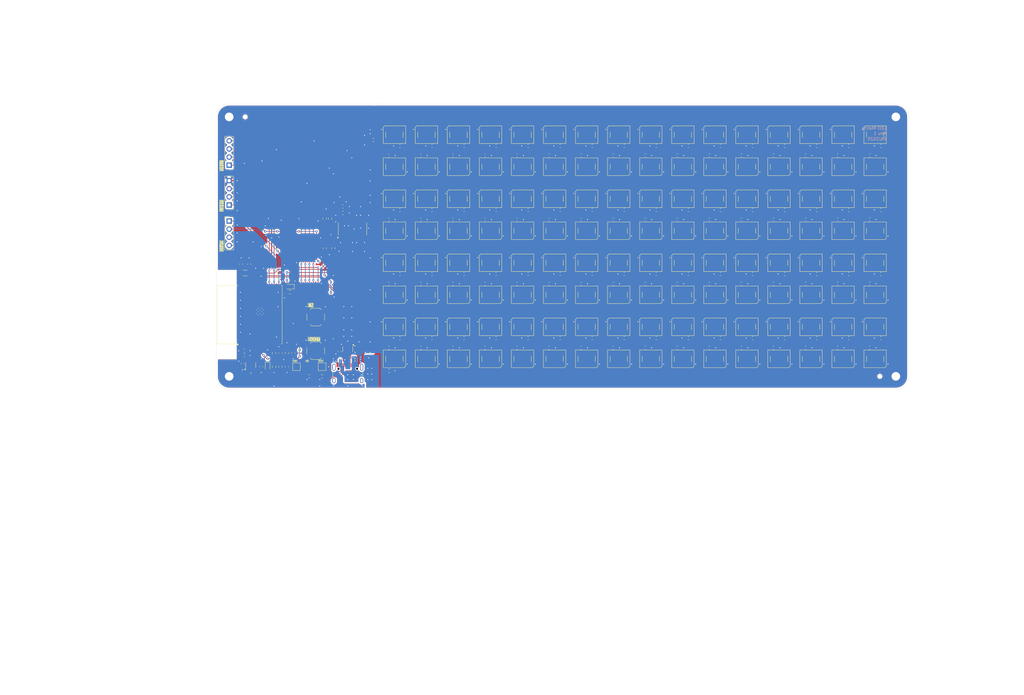
<source format=kicad_pcb>
(kicad_pcb (version 20241229) (generator "pcbnew") (generator_version "9.0")
  (layers (0 "F.Cu" signal) (2 "B.Cu" signal) (13 "F.Paste" user) (15 "B.Paste" user) (5 "F.SilkS" user "F.Silkscreen") (7 "B.SilkS" user "B.Silkscreen") (1 "F.Mask" user) (3 "B.Mask" user) (25 "Edge.Cuts" user))
  (net 0 "")
  (net 1 "+5V")
  (net 2 "GND")
  (net 3 "/LED Array/single LED/data_out")
  (net 4 "/LED Array/data_in_first")
  (net 5 "/LED Array/single LED1/data_out")
  (net 6 "/LED Array/single LED2/data_out")
  (net 7 "/LED Array/single LED5/data_out")
  (net 8 "/LED Array/single LED6/data_out")
  (net 9 "/LED Array/single LED7/data_out")
  (net 10 "/LED Array/single LED8/data_out")
  (net 11 "/LED Array/single LED3/data_out")
  (net 12 "/LED Array/single LED4/data_out")
  (net 13 "/LED Array/single LED10/data_in")
  (net 14 "/LED Array/single LED10/data_out")
  (net 15 "/LED Array/single LED11/data_out")
  (net 16 "/LED Array/single LED12/data_out")
  (net 17 "/LED Array/single LED13/data_out")
  (net 18 "/LED Array/single LED14/data_out")
  (net 19 "/LED Array/single LED15/data_out")
  (net 20 "/LED Array/single LED16/data_out")
  (net 21 "/LED Array/single LED17/data_out")
  (net 22 "/LED Array/single LED18/data_out")
  (net 23 "/LED Array/single LED19/data_out")
  (net 24 "/LED Array/single LED20/data_out")
  (net 25 "/LED Array/single LED21/data_out")
  (net 26 "/LED Array/single LED22/data_out")
  (net 27 "/LED Array/single LED23/data_out")
  (net 28 "/LED Array/single LED24/data_out")
  (net 29 "/LED Array/single LED25/data_out")
  (net 30 "/LED Array/single LED26/data_out")
  (net 31 "/LED Array/single LED27/data_out")
  (net 32 "/LED Array/single LED28/data_out")
  (net 33 "/LED Array/single LED29/data_out")
  (net 34 "/LED Array/single LED30/data_out")
  (net 35 "/LED Array/single LED31/data_out")
  (net 36 "/LED Array/single LED32/data_out")
  (net 37 "/LED Array/single LED33/data_out")
  (net 38 "/LED Array/single LED34/data_out")
  (net 39 "/LED Array/single LED35/data_out")
  (net 40 "/LED Array/single LED36/data_out")
  (net 41 "/LED Array/single LED37/data_out")
  (net 42 "/LED Array/single LED38/data_out")
  (net 43 "/LED Array/single LED39/data_out")
  (net 44 "/LED Array/single LED40/data_out")
  (net 45 "/LED Array/single LED41/data_out")
  (net 46 "/LED Array/single LED42/data_out")
  (net 47 "/LED Array/single LED43/data_out")
  (net 48 "/LED Array/single LED44/data_out")
  (net 49 "/LED Array/single LED45/data_out")
  (net 50 "/LED Array/single LED46/data_out")
  (net 51 "/LED Array/single LED47/data_out")
  (net 52 "/LED Array/single LED48/data_out")
  (net 53 "/LED Array/single LED49/data_out")
  (net 54 "/LED Array/single LED50/data_out")
  (net 55 "/LED Array/single LED51/data_out")
  (net 56 "/LED Array/single LED52/data_out")
  (net 57 "/LED Array/single LED53/data_out")
  (net 58 "/LED Array/single LED54/data_out")
  (net 59 "/LED Array/single LED55/data_out")
  (net 60 "/LED Array/single LED56/data_out")
  (net 61 "/LED Array/single LED57/data_out")
  (net 62 "/LED Array/single LED58/data_out")
  (net 63 "/LED Array/single LED59/data_out")
  (net 64 "/LED Array/single LED60/data_out")
  (net 65 "/LED Array/single LED61/data_out")
  (net 66 "/LED Array/single LED62/data_out")
  (net 67 "/LED Array/single LED63/data_out")
  (net 68 "/LED Array/single LED64/data_out")
  (net 69 "/LED Array/single LED65/data_out")
  (net 70 "/LED Array/single LED66/data_out")
  (net 71 "/LED Array/single LED67/data_out")
  (net 72 "/LED Array/single LED68/data_out")
  (net 73 "/LED Array/single LED69/data_out")
  (net 74 "/LED Array/single LED70/data_out")
  (net 75 "/LED Array/single LED71/data_out")
  (net 76 "/LED Array/single LED72/data_out")
  (net 77 "/LED Array/single LED73/data_out")
  (net 78 "/LED Array/single LED74/data_out")
  (net 79 "/LED Array/single LED75/data_out")
  (net 80 "/LED Array/single LED76/data_out")
  (net 81 "/LED Array/single LED77/data_out")
  (net 82 "/LED Array/single LED78/data_out")
  (net 83 "/LED Array/single LED79/data_out")
  (net 84 "/LED Array/single LED80/data_out")
  (net 85 "/LED Array/single LED81/data_out")
  (net 86 "/LED Array/single LED82/data_out")
  (net 87 "/LED Array/single LED83/data_out")
  (net 88 "/LED Array/single LED84/data_out")
  (net 89 "/LED Array/single LED85/data_out")
  (net 90 "/LED Array/single LED86/data_out")
  (net 91 "/LED Array/single LED87/data_out")
  (net 92 "/LED Array/single LED88/data_out")
  (net 93 "/LED Array/single LED89/data_out")
  (net 94 "/LED Array/single LED90/data_out")
  (net 95 "/LED Array/single LED91/data_out")
  (net 96 "/LED Array/single LED92/data_out")
  (net 97 "/LED Array/single LED93/data_out")
  (net 98 "/LED Array/single LED94/data_out")
  (net 99 "/LED Array/single LED95/data_out")
  (net 100 "/LED Array/single LED96/data_out")
  (net 101 "/LED Array/single LED97/data_out")
  (net 102 "/LED Array/single LED98/data_out")
  (net 103 "/LED Array/single LED100/data_in")
  (net 104 "/LED Array/single LED100/data_out")
  (net 105 "/LED Array/single LED101/data_out")
  (net 106 "/LED Array/single LED102/data_out")
  (net 107 "/LED Array/single LED103/data_out")
  (net 108 "/LED Array/single LED104/data_out")
  (net 109 "/LED Array/single LED105/data_out")
  (net 110 "/LED Array/single LED106/data_out")
  (net 111 "/LED Array/single LED107/data_out")
  (net 112 "/LED Array/single LED108/data_out")
  (net 113 "/LED Array/single LED109/data_out")
  (net 114 "/LED Array/single LED110/data_out")
  (net 115 "/LED Array/single LED111/data_out")
  (net 116 "/LED Array/single LED112/data_out")
  (net 117 "/LED Array/single LED113/data_out")
  (net 118 "/LED Array/single LED114/data_out")
  (net 119 "/LED Array/single LED115/data_out")
  (net 120 "/LED Array/single LED116/data_out")
  (net 121 "/LED Array/single LED117/data_out")
  (net 122 "/LED Array/single LED118/data_out")
  (net 123 "/LED Array/single LED119/data_out")
  (net 124 "/LED Array/single LED120/data_out")
  (net 125 "/LED Array/single LED121/data_out")
  (net 126 "/LED Array/single LED122/data_out")
  (net 127 "/LED Array/single LED123/data_out")
  (net 128 "/LED Array/single LED124/data_out")
  (net 129 "/LED Array/single LED125/data_out")
  (net 130 "/LED Array/single LED126/data_out")
  (net 131 "Net-(U3-BP)")
  (net 132 "MC_LED_OUT")
  (net 133 "Net-(D130-K)")
  (net 134 "MC_3V3")
  (net 135 "MC_IO6")
  (net 136 "MC_IO5")
  (net 137 "MC_IO0")
  (net 138 "MC_IO1")
  (net 139 "MC_EN")
  (net 140 "MC_IO10")
  (net 141 "MC_RX")
  (net 142 "MC_IO9")
  (net 143 "MC_IO7")
  (net 144 "MC_IO3")
  (net 145 "MC_USB_D-")
  (net 146 "MC_TX")
  (net 147 "MC_IO4")
  (net 148 "MC_USB_D+")
  (net 149 "MC_IO2")
  (net 150 "Net-(C132-Pad2)")
  (net 152 "Net-(D129-K)")
  (net 153 "/LED Array/data_out_last")
  (net 154 "MC_IO8")
  (net 155 "Net-(J4-D--PadA7)")
  (net 156 "Net-(J4-CC1)")
  (net 160 "Net-(J4-CC2)")
  (net 162 "Net-(J4-D+-PadA6)")
  (net 164 "Net-(R10-Pad1)")
  (net 168 "Net-(R13-Pad1)")
  (footprint "MountingHole:MountingHole_2.7mm_M2.5_DIN965_Pad" (layer "F.Cu") (at 266 31)
    (property "Reference" "H1" (hide yes))
    (property "Value" "MountingHole_Pad")
  )
  (footprint "LED_SMD:LED_SK6812_PLCC4_5.0x5.0mm_P3.2mm" (layer "F.Cu") (at 219.55 86.55 180)
    (property "Reference" "D85" (hide yes))
    (property "Value" "SK6812")
  )
  (footprint "LED_SMD:LED_SK6812_PLCC4_5.0x5.0mm_P3.2mm" (layer "F.Cu") (at 249.55 96.55)
    (property "Reference" "D111" (hide yes))
    (property "Value" "SK6812")
  )
  (footprint "Capacitor_SMD:C_0603_1608Metric" (layer "F.Cu") (at 221.275 80.05 180)
    (property "Reference" "C76" (hide yes))
    (property "Value" "100n")
  )
  (footprint "Capacitor_SMD:C_0603_1608Metric" (layer "F.Cu") (at 231.275 40.05 180)
    (property "Reference" "C13" (hide yes))
    (property "Value" "100n")
  )
  (footprint "Capacitor_SMD:C_0603_1608Metric" (layer "F.Cu") (at 127.825001 43.05)
    (property "Reference" "C30" (hide yes))
    (property "Value" "100n")
  )
  (footprint "Capacitor_SMD:C_0603_1608Metric" (layer "F.Cu") (at 181.275 100.05 180)
    (property "Reference" "C104" (hide yes))
    (property "Value" "100n")
  )
  (footprint "Capacitor_SMD:C_0603_1608Metric" (layer "F.Cu") (at 171.275 80.05 180)
    (property "Reference" "C71" (hide yes))
    (property "Value" "100n")
  )
  (footprint "Capacitor_SMD:C_0603_1608Metric" (layer "F.Cu") (at 187.825001 103.05)
    (property "Reference" "C120" (hide yes))
    (property "Value" "100n")
  )
  (footprint "LED_SMD:LED_SK6812_PLCC4_5.0x5.0mm_P3.2mm" (layer "F.Cu") (at 169.55 66.55 180)
    (property "Reference" "D58" (hide yes))
    (property "Value" "SK6812")
  )
  (footprint "Capacitor_SMD:C_0603_1608Metric" (layer "F.Cu") (at 241.275 60.05 180)
    (property "Reference" "C46" (hide yes))
    (property "Value" "100n")
  )
  (footprint "Resistor_SMD:R_0603_1608Metric" (layer "F.Cu") (at 87.8125 72 90)
    (property "Reference" "R4" (hide yes))
    (property "Value" "0")
  )
  (footprint "Capacitor_SMD:C_0603_1608Metric" (layer "F.Cu") (at 221.275 100.05 180)
    (property "Reference" "C108" (hide yes))
    (property "Value" "100n")
  )
  (footprint "LED_SMD:LED_SK6812_PLCC4_5.0x5.0mm_P3.2mm" (layer "F.Cu") (at 179.55 66.55 180)
    (property "Reference" "D57" (hide yes))
    (property "Value" "SK6812")
  )
  (footprint "Capacitor_SMD:C_0603_1608Metric" (layer "F.Cu") (at 121.275 80.05 180)
    (property "Reference" "C66" (hide yes))
    (property "Value" "100n")
  )
  (footprint "Capacitor_SMD:C_0603_1608Metric" (layer "F.Cu") (at 257.825001 63.05)
    (property "Reference" "C49" (hide yes))
    (property "Value" "100n")
  )
  (footprint "Capacitor_SMD:C_0603_1608Metric" (layer "F.Cu") (at 111.275 60.05 180)
    (property "Reference" "C33" (hide yes))
    (property "Value" "100n")
  )
  (footprint "Resistor_SMD:R_0603_1608Metric" (layer "F.Cu") (at 74 109 90)
    (property "Reference" "R1" (hide yes))
    (property "Value" "10k")
  )
  (footprint "Capacitor_SMD:C_0603_1608Metric" (layer "F.Cu") (at 167.825001 83.05)
    (property "Reference" "C90" (hide yes))
    (property "Value" "100n")
  )
  (footprint "LED_SMD:LED_SK6812_PLCC4_5.0x5.0mm_P3.2mm" (layer "F.Cu") (at 199.55 86.55 180)
    (property "Reference" "D87" (hide yes))
    (property "Value" "SK6812")
  )
  (footprint "LED_SMD:LED_SK6812_PLCC4_5.0x5.0mm_P3.2mm" (layer "F.Cu") (at 189.55 96.55)
    (property "Reference" "D105" (hide yes))
    (property "Value" "SK6812")
  )
  (footprint "Capacitor_SMD:C_0603_1608Metric" (layer "F.Cu") (at 137.825001 103.05)
    (property "Reference" "C125" (hide yes))
    (property "Value" "100n")
  )
  (footprint "LED_SMD:LED_SK6812_PLCC4_5.0x5.0mm_P3.2mm" (layer "F.Cu") (at 119.55 56.55)
    (property "Reference" "D34" (hide yes))
    (property "Value" "SK6812")
  )
  (footprint "Connector_PinHeader_2.54mm:PinHeader_1x04_P2.54mm_Vertical" (layer "F.Cu") (at 58 46.08 180)
    (property "Reference" "J2" (hide yes))
    (property "Value" "Conn_01x04_Pin" (hide yes))
  )
  (footprint "TestPoint:TestPoint_Pad_2.0x2.0mm" (layer "F.Cu") (at 87 109 90)
    (property "Reference" "TP2" (hide yes))
    (property "Value" "GND")
  )
  (footprint "LED_SMD:LED_SK6812_PLCC4_5.0x5.0mm_P3.2mm" (layer "F.Cu") (at 199.55 46.55 180)
    (property "Reference" "D23" (hide yes))
    (property "Value" "SK6812")
  )
  (footprint "Capacitor_SMD:C_0603_1608Metric" (layer "F.Cu") (at 78 104.725 90)
    (property "Reference" "C132" (hide yes))
    (property "Value" "100n")
  )
  (footprint "LED_SMD:LED_SK6812_PLCC4_5.0x5.0mm_P3.2mm" (layer "F.Cu") (at 109.55 36.55)
    (property "Reference" "D1" (hide yes))
    (property "Value" "SK6812")
  )
  (footprint "LED_SMD:LED_SK6812_PLCC4_5.0x5.0mm_P3.2mm" (layer "F.Cu") (at 119.55 106.55 180)
    (property "Reference" "D127" (hide yes))
    (property "Value" "SK6812")
  )
  (footprint "LED_SMD:LED_SK6812_PLCC4_5.0x5.0mm_P3.2mm" (layer "F.Cu") (at 139.55 106.55 180)
    (property "Reference" "D125" (hide yes))
    (property "Value" "SK6812")
  )
  (footprint "Capacitor_SMD:C_0603_1608Metric" (layer "F.Cu") (at 157.825001 103.05)
    (property "Reference" "C123" (hide yes))
    (property "Value" "100n")
  )
  (footprint "Resistor_SMD:R_0603_1608Metric" (layer "F.Cu") (at 107.925 110.25)
    (property "Reference" "R12" (hide yes))
    (property "Value" "500")
  )
  (footprint "Capacitor_SMD:C_0603_1608Metric" (layer "F.Cu") (at 237.825001 43.05)
    (property "Reference" "C19" (hide yes))
    (property "Value" "100n")
  )
  (footprint "Capacitor_SMD:C_0603_1608Metric" (layer "F.Cu") (at 141.275 100.05 180)
    (property "Reference" "C100" (hide yes))
    (property "Value" "100n")
  )
  (footprint "LED_SMD:LED_SK6812_PLCC4_5.0x5.0mm_P3.2mm" (layer "F.Cu") (at 119.55 36.55)
    (property "Reference" "D2" (hide yes))
    (property "Value" "SK6812")
  )
  (footprint "LED_SMD:LED_SK6812_PLCC4_5.0x5.0mm_P3.2mm" (layer "F.Cu") (at 139.55 66.55 180)
    (property "Reference" "D61" (hide yes))
    (property "Value" "SK6812")
  )
  (footprint "Capacitor_SMD:C_0603_1608Metric" (layer "F.Cu") (at 147.825001 83.05)
    (property "Reference" "C92" (hide yes))
    (property "Value" "100n")
  )
  (footprint "LED_SMD:LED_SK6812_PLCC4_5.0x5.0mm_P3.2mm" (layer "F.Cu") (at 259.55 46.55 180)
    (property "Reference" "D17" (hide yes))
    (property "Value" "SK6812")
  )
  (footprint "Capacitor_SMD:C_0603_1608Metric" (layer "F.Cu") (at 251.275 60.05 180)
    (property "Reference" "C47" (hide yes))
    (property "Value" "100n")
  )
  (footprint "Capacitor_SMD:C_0603_1608Metric" (layer "F.Cu") (at 181.275 40.05 180)
    (property "Reference" "C8" (hide yes))
    (property "Value" "100n")
  )
  (footprint "Capacitor_SMD:C_0603_1608Metric" (layer "F.Cu") (at 211.275 80.05 180)
    (property "Reference" "C75" (hide yes))
    (property "Value" "100n")
  )
  (footprint "LED_SMD:LED_SK6812_PLCC4_5.0x5.0mm_P3.2mm" (layer "F.Cu") (at 229.55 76.55)
    (property "Reference" "D77" (hide yes))
    (property "Value" "SK6812")
  )
  (footprint "LED_SMD:LED_SK6812_PLCC4_5.0x5.0mm_P3.2mm" (layer "F.Cu") (at 189.55 56.55)
    (property "Reference" "D41" (hide yes))
    (property "Value" "SK6812")
  )
  (footprint "Capacitor_SMD:C_0603_1608Metric" (layer "F.Cu") (at 217.825001 83.05)
    (property "Reference" "C85" (hide yes))
    (property "Value" "100n")
  )
  (footprint "LED_SMD:LED_SK6812_PLCC4_5.0x5.0mm_P3.2mm" (layer "F.Cu") (at 259.55 66.55 180)
    (property "Reference" "D49" (hide yes))
    (property "Value" "SK6812")
  )
  (footprint "LED_SMD:LED_SK6812_PLCC4_5.0x5.0mm_P3.2mm" (layer "F.Cu") (at 229.55 46.55 180)
    (property "Reference" "D20" (hide yes))
    (property "Value" "SK6812")
  )
  (footprint "Capacitor_SMD:C_0603_1608Metric" (layer "F.Cu") (at 237.825001 83.05)
    (property "Reference" "C83" (hide yes))
    (property "Value" "100n")
  )
  (footprint "Capacitor_SMD:C_0603_1608Metric" (layer "F.Cu") (at 177.825001 63.05)
    (property "Reference" "C57" (hide yes))
    (property "Value" "100n")
  )
  (footprint "Capacitor_SMD:C_0603_1608Metric" (layer "F.Cu") (at 127.825001 103.05)
    (property "Reference" "C126" (hide yes))
    (property "Value" "100n")
  )
  (footprint "LED_SMD:LED_SK6812_PLCC4_5.0x5.0mm_P3.2mm" (layer "F.Cu") (at 129.55 76.55)
    (property "Reference" "D67" (hide yes))
    (property "Value" "SK6812")
  )
  (footprint "LED_SMD:LED_SK6812_PLCC4_5.0x5.0mm_P3.2mm" (layer "F.Cu") (at 199.55 56.55)
    (property "Reference" "D42" (hide yes))
    (property "Value" "SK6812")
  )
  (footprint "Capacitor_SMD:C_0603_1608Metric" (layer "F.Cu") (at 231.275 100.05 180)
    (property "Reference" "C109" (hide yes))
    (property "Value" "100n")
  )
  (footprint "LED_SMD:LED_SK6812_PLCC4_5.0x5.0mm_P3.2mm" (layer "F.Cu") (at 109.55 86.55 180)
    (property "Reference" "D96" (hide yes))
    (property "Value" "SK6812")
  )
  (footprint "LED_SMD:LED_SK6812_PLCC4_5.0x5.0mm_P3.2mm" (layer "F.Cu") (at 139.55 86.55 180)
    (property "Reference" "D93" (hide yes))
    (property "Value" "SK6812")
  )
  (footprint "Capacitor_SMD:C_0603_1608Metric" (layer "F.Cu") (at 93.5 60.975)
    (property "Reference" "C136" (hide yes))
    (property "Value" "100n")
  )
  (footprint "LED_SMD:LED_SK6812_PLCC4_5.0x5.0mm_P3.2mm" (layer "F.Cu") (at 159.55 76.55)
    (property "Reference" "D70" (hide yes))
    (property "Value" "SK6812")
  )
  (footprint "Resistor_SMD:R_0603_1608Metric" (layer "F.Cu") (at 76 104.725 -90)
    (property "Reference" "R3" (hide yes))
    (property "Value" "0")
  )
  (footprint "Capacitor_SMD:C_0603_1608Metric" (layer "F.Cu") (at 211.275 100.05 180)
    (property "Reference" "C107" (hide yes))
    (property "Value" "100n")
  )
  (footprint "LED_SMD:LED_SK6812_PLCC4_5.0x5.0mm_P3.2mm" (layer "F.Cu") (at 169.55 96.55)
    (property "Reference" "D103" (hide yes))
    (property "Value" "SK6812")
  )
  (footprint "Capacitor_SMD:C_0603_1608Metric" (layer "F.Cu") (at 147.825001 43.05)
    (property "Reference" "C28" (hide yes))
    (property "Value" "100n")
  )
  (footprint "Capacitor_SMD:C_0603_1608Metric" (layer "F.Cu") (at 127.825001 63.05)
    (property "Reference" "C62" (hide yes))
    (property "Value" "100n")
  )
  (footprint "LED_SMD:LED_SK6812_PLCC4_5.0x5.0mm_P3.2mm" (layer "F.Cu") (at 129.55 66.55 180)
    (property "Reference" "D62" (hide yes))
    (property "Value" "SK6812")
  )
  (footprint "Capacitor_SMD:C_0603_1608Metric" (layer "F.Cu") (at 201.275 40.05 180)
    (property "Reference" "C10" (hide yes))
    (property "Value" "100n")
  )
  (footprint "LED_SMD:LED_SK6812_PLCC4_5.0x5.0mm_P3.2mm" (layer "F.Cu") (at 179.55 36.55)
    (property "Reference" "D8" (hide yes))
    (property "Value" "SK6812")
  )
  (footprint "Capacitor_SMD:C_0603_1608Metric" (layer "F.Cu") (at 151.275 60.05 180)
    (property "Reference" "C37" (hide yes))
    (property "Value" "100n")
  )
  (footprint "Resistor_SMD:R_0603_1608Metric" (layer "F.Cu") (at 83 112 180)
    (property "Reference" "R9" (hide yes))
    (property "Value" "5k1")
  )
  (footprint "LED_SMD:LED_SK6812_PLCC4_5.0x5.0mm_P3.2mm" (layer "F.Cu") (at 259.55 36.55)
    (property "Reference" "D16" (hide yes))
    (property "Value" "SK6812")
  )
  (footprint "Capacitor_SMD:C_0603_1608Metric" (layer "F.Cu") (at 261.275 80.05 180)
    (property "Reference" "C80" (hide yes))
    (property "Value" "100n")
  )
  (footprint "LED_SMD:LED_SK6812_PLCC4_5.0x5.0mm_P3.2mm" (layer "F.Cu") (at 119.55 46.55 180)
    (property "Reference" "D31" (hide yes))
    (property "Value" "SK6812")
  )
  (footprint "LED_SMD:LED_SK6812_PLCC4_5.0x5.0mm_P3.2mm" (layer "F.Cu") (at 149.55 46.55 180)
    (property "Reference" "D28" (hide yes))
    (property "Value" "SK6812")
  )
  (footprint "Capacitor_SMD:C_0603_1608Metric" (layer "F.Cu") (at 141.275 80.05 180)
    (property "Reference" "C68" (hide yes))
    (property "Value" "100n")
  )
  (footprint "LED_SMD:LED_SK6812_PLCC4_5.0x5.0mm_P3.2mm" (layer "F.Cu") (at 259.55 56.55)
    (property "Reference" "D48" (hide yes))
    (property "Value" "SK6812")
  )
  (footprint "Crystal:Crystal_SMD_3215-2Pin_3.2x1.5mm" (layer "F.Cu") (at 63 79.75)
    (property "Reference" "Y1" (hide yes))
    (property "Value" "32.768kHz")
  )
  (footprint "Capacitor_SMD:C_0603_1608Metric" (layer "F.Cu") (at 62.75 105.5)
    (property "Reference" "C129" (hide yes))
    (property "Value" "10u")
  )
  (footprint "Capacitor_SMD:C_0603_1608Metric" (layer "F.Cu") (at 74 104.725 90)
    (property "Reference" "C135" (hide yes))
    (property "Value" "100n")
  )
  (footprint "Package_SO:SOIC-14_3.9x8.7mm_P1.27mm" (layer "F.Cu") (at 96.5 65.975 90)
    (property "Reference" "U2" (hide yes))
    (property "Value" "74AHCT125" (hide yes))
  )
  (footprint "LED_SMD:LED_SK6812_PLCC4_5.0x5.0mm_P3.2mm" (layer "F.Cu") (at 109.55 46.55 180)
    (property "Reference" "D32" (hide yes))
    (property "Value" "SK6812")
  )
  (footprint "MountingHole:MountingHole_2.7mm_M2.5_DIN965_Pad" (layer "F.Cu") (at 58 112)
    (property "Reference" "H2" (hide yes))
    (property "Value" "MountingHole_Pad")
  )
  (footprint "Capacitor_SMD:C_0603_1608Metric" (layer "F.Cu") (at 117.825001 83.05)
    (property "Reference" "C95" (hide yes))
    (property "Value" "100n")
  )
  (footprint "LED_SMD:LED_SK6812_PLCC4_5.0x5.0mm_P3.2mm" (layer "F.Cu") (at 169.55 86.55 180)
    (property "Reference" "D90" (hide yes))
    (property "Value" "SK6812")
  )
  (footprint "LED_SMD:LED_SK6812_PLCC4_5.0x5.0mm_P3.2mm" (layer "F.Cu") (at 159.55 96.55)
    (property "Reference" "D102" (hide yes))
    (property "Value" "SK6812")
  )
  (footprint "Capacitor_SMD:C_0603_1608Metric" (layer "F.Cu") (at 177.825001 83.05)
    (property "Reference" "C89" (hide yes))
    (property "Value" "100n")
  )
  (footprint "LED_SMD:LED_SK6812_PLCC4_5.0x5.0mm_P3.2mm" (layer "F.Cu") (at 149.55 76.55)
    (property "Reference" "D69" (hide yes))
    (property "Value" "SK6812")
  )
  (footprint "Capacitor_SMD:C_0603_1608Metric" (layer "F.Cu") (at 151.275 80.05 180)
    (property "Reference" "C69" (hide yes))
    (property "Value" "100n")
  )
  (footprint "LED_SMD:LED_SK6812_PLCC4_5.0x5.0mm_P3.2mm" (layer "F.Cu") (at 129.55 86.55 180)
    (property "Reference" "D94" (hide yes))
    (property "Value" "SK6812")
  )
  (footprint "Capacitor_SMD:C_0603_1608Metric" (layer "F.Cu") (at 217.825001 103.05)
    (property "Reference" "C117" (hide yes))
    (property "Value" "100n")
  )
  (footprint "LED_SMD:LED_SK6812_PLCC4_5.0x5.0mm_P3.2mm" (layer "F.Cu") (at 179.55 106.55 180)
    (property "Reference" "D121" (hide yes))
    (property "Value" "SK6812")
  )
  (footprint "MountingHole:ToolingHole_1.152mm" (layer "F.Cu") (at 261 112)
    (property "Reference" "H6" (hide yes))
    (property "Value" "MountingHole")
  )
  (footprint "Capacitor_SMD:C_0603_1608Metric" (layer "F.Cu") (at 121.275 100.05 180)
    (property "Reference" "C98" (hide yes))
    (property "Value" "100n")
  )
  (footprint "Capacitor_SMD:C_0603_1608Metric" (layer "F.Cu") (at 157.825001 63.05)
    (property "Reference" "C59" (hide yes))
    (property "Value" "100n")
  )
  (footprint "Capacitor_SMD:C_0603_1608Metric" (layer "F.Cu") (at 261.275 40.05 180)
    (property "Reference" "C16" (hide yes))
    (property "Value" "100n")
  )
  (footprint "Capacitor_SMD:C_0603_1608Metric" (layer "F.Cu") (at 167.825001 63.05)
    (property "Reference" "C58" (hide yes))
    (property "Value" "100n")
  )
  (footprint "Capacitor_SMD:C_0603_1608Metric" (layer "F.Cu") (at 161.275 40.05 180)
    (property "Reference" "C6" (hide yes))
    (property "Value" "100n")
  )
  (footprint "LED_SMD:LED_SK6812_PLCC4_5.0x5.0mm_P3.2mm" (layer "F.Cu") (at 109.55 106.55 180)
    (property "Reference" "D128" (hide yes))
    (property "Value" "SK6812")
  )
  (footprint "Capacitor_SMD:C_0603_1608Metric" (layer "F.Cu") (at 131.275 60.05 180)
    (property "Reference" "C35" (hide yes))
    (property "Value" "100n")
  )
  (footprint "LED_SMD:LED_SK6812_PLCC4_5.0x5.0mm_P3.2mm" (layer "F.Cu") (at 119.55 76.55)
    (property "Reference" "D66" (hide yes))
    (property "Value" "SK6812")
  )
  (footprint "LED_SMD:LED_SK6812_PLCC4_5.0x5.0mm_P3.2mm" (layer "F.Cu") (at 239.55 96.55)
    (property "Reference" "D110" (hide yes))
    (property "Value" "SK6812")
  )
  (footprint "LED_SMD:LED_SK6812_PLCC4_5.0x5.0mm_P3.2mm" (layer "F.Cu") (at 159.55 66.55 180)
    (property "Reference" "D59" (hide yes))
    (property "Value" "SK6812")
  )
  (footprint "Capacitor_SMD:C_0603_1608Metric" (layer "F.Cu") (at 241.275 40.05 180)
    (property "Reference" "C14" (hide yes))
    (property "Value" "100n")
  )
  (footprint "LED_SMD:LED_SK6812_PLCC4_5.0x5.0mm_P3.2mm" (layer "F.Cu") (at 219.55 36.55)
    (property "Reference" "D12" (hide yes))
    (property "Value" "SK6812")
  )
  (footprint "LED_SMD:LED_SK6812_PLCC4_5.0x5.0mm_P3.2mm" (layer "F.Cu") (at 159.55 86.55 180)
    (property "Reference" "D91" (hide yes))
    (property "Value" "SK6812")
  )
  (footprint "LED_SMD:LED_SK6812_PLCC4_5.0x5.0mm_P3.2mm" (layer "F.Cu") (at 199.55 36.55)
    (property "Reference" "D10" (hide yes))
    (property "Value" "SK6812")
  )
  (footprint "Capacitor_SMD:C_0603_1608Metric" (layer "F.Cu") (at 157.825001 83.05)
    (property "Reference" "C91" (hide yes))
    (property "Value" "100n")
  )
  (footprint "Resistor_SMD:R_0603_1608Metric" (layer "F.Cu") (at 87 112 180)
    (property "Reference" "R8" (hide yes))
    (property "Value" "5k1")
  )
  (footprint "Capacitor_SMD:C_0603_1608Metric" (layer "F.Cu") (at 207.825001 43.05)
    (property "Reference" "C22" (hide yes))
    (property "Value" "100n")
  )
  (footprint "LED_SMD:LED_SK6812_PLCC4_5.0x5.0mm_P3.2mm" (layer "F.Cu") (at 229.55 106.55 180)
    (property "Reference" "D116" (hide yes))
    (property "Value" "SK6812")
  )
  (footprint "LED_SMD:LED_SK6812_PLCC4_5.0x5.0mm_P3.2mm" (layer "F.Cu") (at 149.55 86.55 180)
    (property "Reference" "D92" (hide yes))
    (property "Value" "SK6812")
  )
  (footprint "Capacitor_SMD:C_0603_1608Metric" (layer "F.Cu") (at 217.825001 43.05)
    (property "Reference" "C21" (hide yes))
    (property "Value" "100n")
  )
  (footprint "LED_SMD:LED_SK6812_PLCC4_5.0x5.0mm_P3.2mm" (layer "F.Cu") (at 109.55 66.55 180)
    (property "Reference" "D64" (hide yes))
    (property "Value" "SK6812")
  )
  (footprint "Capacitor_SMD:C_0603_1608Metric" (layer "F.Cu") (at 161.275 60.05 180)
    (property "Reference" "C38" (hide yes))
    (property "Value" "100n")
  )
  (footprint "Capacitor_SMD:C_0603_1608Metric" (layer "F.Cu") (at 161.275 100.05 180)
    (property "Reference" "C102" (hide yes))
    (property "Value" "100n")
  )
  (footprint "LED_SMD:LED_SK6812_PLCC4_5.0x5.0mm_P3.2mm" (layer "F.Cu") (at 239.55 76.55)
    (property "Reference" "D78" (hide yes))
    (property "Value" "SK6812")
  )
  (footprint "LED_SMD:LED_SK6812_PLCC4_5.0x5.0mm_P3.2mm" (layer "F.Cu") (at 239.55 66.55 180)
    (property "Reference" "D51" (hide yes))
    (property "Value" "SK6812")
  )
  (footprint "Capacitor_SMD:C_0603_1608Metric" (layer "F.Cu") (at 257.825001 103.05)
    (property "Reference" "C113" (hide yes))
    (property "Value" "100n")
  )
  (footprint "RF_Module:ESP32-C3-WROOM-02" (layer "F.Cu") (at 67.5 92.75 90)
    (property "Reference" "U1" (hide yes))
    (property "Value" "ESP32-C3-WROOM-02")
  )
  (footprint "Capacitor_SMD:C_0603_1608Metric" (layer "F.Cu") (at 107.825001 83.05)
    (property "Reference" "C96" (hide yes))
    (property "Value" "100n")
  )
  (footprint "LED_SMD:LED_SK6812_PLCC4_5.0x5.0mm_P3.2mm" (layer "F.Cu") (at 209.55 66.55 180)
    (property "Reference" "D54" (hide yes))
    (property "Value" "SK6812")
  )
  (footprint "LED_SMD:LED_SK6812_PLCC4_5.0x5.0mm_P3.2mm" (layer "F.Cu") (at 129.55 56.55)
    (property "Reference" "D35" (hide yes))
    (property "Value" "SK6812")
  )
  (footprint "Capacitor_SMD:C_0603_1608Metric" (layer "F.Cu") (at 251.275 40.05 180)
    (property "Reference" "C15" (hide yes))
    (property "Value" "100n")
  )
  (footprint "Capacitor_SMD:C_0603_1608Metric" (layer "F.Cu") (at 171.275 100.05 180)
    (property "Reference" "C103" (hide yes))
    (property "Value" "100n")
  )
  (footprint "Capacitor_SMD:C_0603_1608Metric" (layer "F.Cu") (at 207.825001 83.05)
    (property "Reference" "C86" (hide yes))
    (property "Value" "100n")
  )
  (footprint "LED_SMD:LED_SK6812_PLCC4_5.0x5.0mm_P3.2mm" (layer "F.Cu") (at 199.55 76.55)
    (property "Reference" "D74" (hide yes))
    (property "Value" "SK6812")
  )
  (footprint "Capacitor_SMD:C_0603_1608Metric" (layer "F.Cu") (at 131.275 100.05 180)
    (property "Reference" "C99" (hide yes))
    (property "Value" "100n")
  )
  (footprint "LED_SMD:LED_SK6812_PLCC4_5.0x5.0mm_P3.2mm" (layer "F.Cu") (at 149.55 66.55 180)
    (property "Reference" "D60" (hide yes))
    (property "Value" "SK6812")
  )
  (footprint "MountingHole:MountingHole_2.7mm_M2.5_DIN965_Pad" (layer "F.Cu") (at 266 112)
    (property "Reference" "H4" (hide yes))
    (property "Value" "MountingHole_Pad")
  )
  (footprint "LED_SMD:LED_SK6812_PLCC4_5.0x5.0mm_P3.2mm" (layer "F.Cu") (at 249.55 56.55)
    (property "Reference" "D47" (hide yes))
    (property "Value" "SK6812")
  )
  (footprint "LED_SMD:LED_SK6812_PLCC4_5.0x5.0mm_P3.2mm" (layer "F.Cu") (at 109.55 96.55)
    (property "Reference" "D97" (hide yes))
    (property "Value" "SK6812")
  )
  (footprint "Capacitor_SMD:C_0603_1608Metric" (layer "F.Cu") (at 137.825001 43.05)
    (property "Reference" "C29" (hide yes))
    (property "Value" "100n")
  )
  (footprint "LED_SMD:LED_SK6812_PLCC4_5.0x5.0mm_P3.2mm" (layer "F.Cu") (at 159.55 56.55)
    (property "Reference" "D38" (hide yes))
    (property "Value" "SK6812")
  )
  (footprint "LED_SMD:LED_SK6812_PLCC4_5.0x5.0mm_P3.2mm" (layer "F.Cu") (at 249.55 106.55 180)
    (property "Reference" "D114" (hide yes))
    (property "Value" "SK6812")
  )
  (footprint "LED_SMD:LED_0603_1608Metric" (layer "F.Cu") (at 70 109 -90)
    (property "Reference" "D130" (hide yes))
    (property "Value" "LED")
  )
  (footprint "Capacitor_SMD:C_0603_1608Metric" (layer "F.Cu") (at 127.825001 83.05)
    (property "Reference" "C94" (hide yes))
    (property "Value" "100n")
  )
  (footprint "LED_SMD:LED_SK6812_PLCC4_5.0x5.0mm_P3.2mm" (layer "F.Cu") (at 159.55 36.55)
    (property "Reference" "D6" (hide yes))
    (property "Value" "SK6812")
  )
  (footprint "LED_SMD:LED_SK6812_PLCC4_5.0x5.0mm_P3.2mm" (layer "F.Cu") (at 189.55 46.55 180)
    (property "Reference" "D24" (hide yes))
    (property "Value" "SK6812")
  )
  (footprint "Capacitor_SMD:C_0603_1608Metric" (layer "F.Cu") (at 187.825001 43.05)
    (property "Reference" "C24" (hide yes))
    (property "Value" "100n")
  )
  (footprint "LED_SMD:LED_SK6812_PLCC4_5.0x5.0mm_P3.2mm" (layer "F.Cu") (at 189.55 76.55)
    (property "Reference" "D73" (hide yes))
    (property "Value" "SK6812")
  )
  (footprint "Resistor_SMD:R_0603_1608Metric" (layer "F.Cu") (at 76.925 85.75 180)
    (property "Reference" "R2" (hide yes))
    (property "Value" "1k")
  )
  (footprint "Capacitor_SMD:C_0603_1608Metric" (layer "F.Cu") (at 201.275 60.05 180)
    (property "Reference" "C42" (hide yes))
    (property "Value" "100n")
  )
  (footprint "Capacitor_SMD:C_0603_1608Metric" (layer "F.Cu") (at 187.825001 83.05)
    (property "Reference" "C88" (hide yes))
    (property "Value" "100n")
  )
  (footprint "LED_SMD:LED_SK6812_PLCC4_5.0x5.0mm_P3.2mm" (layer "F.Cu") (at 239.55 56.55)
    (property "Reference" "D46" (hide yes))
    (property "Value" "SK6812")
  )
  (footprint "TestPoint:TestPoint_Pad_2.0x2.0mm" (layer "F.Cu") (at 79 109 90)
    (property "Reference" "TP1" (hide yes))
    (property "Value" "3V3")
  )
  (footprint "LED_SMD:LED_SK6812_PLCC4_5.0x5.0mm_P3.2mm" (layer "F.Cu") (at 259.55 106.55 180)
    (property "Reference" "D113" (hide yes))
    (property "Value" "SK6812")
  )
  (footprint "LED_SMD:LED_SK6812_PLCC4_5.0x5.0mm_P3.2mm" (layer "F.Cu") (at 149.55 106.55 180)
    (property "Reference" "D124" (hide yes))
    (property "Value" "SK6812")
  )
  (footprint "Capacitor_SMD:C_0603_1608Metric" (layer "F.Cu") (at 247.825001 63.05)
    (property "Reference" "C50" (hide yes))
    (property "Value" "100n")
  )
  (footprint "LED_SMD:LED_SK6812_PLCC4_5.0x5.0mm_P3.2mm" (layer "F.Cu") (at 229.55 66.55 180)
    (property "Reference" "D52" (hide yes))
    (property "Value" "SK6812")
  )
  (footprint "LED_SMD:LED_SK6812_PLCC4_5.0x5.0mm_P3.2mm" (layer "F.Cu") (at 209.55 76.55)
    (property "Reference" "D75" (hide yes))
    (property "Value" "SK6812")
  )
  (footprint "Capacitor_SMD:C_0603_1608Metric" (layer "F.Cu") (at 217.825001 63.05)
    (property "Reference" "C53" (hide yes))
    (property "Value" "100n")
  )
  (footprint "Capacitor_SMD:C_0603_1608Metric" (layer "F.Cu") (at 137.825001 83.05)
    (property "Reference" "C93" (hide yes))
    (property "Value" "100n")
  )
  (footprint "Resistor_SMD:R_0603_1608Metric" (layer "F.Cu") (at 72 109 -90)
    (property "Reference" "R11" (hide yes))
    (property "Value" "1k")
  )
  (footprint "LED_SMD:LED_SK6812_PLCC4_5.0x5.0mm_P3.2mm" (layer "F.Cu") (at 119.55 96.55)
    (property "Reference" "D98" (hide yes))
    (property "Value" "SK6812")
  )
  (footprint "Capacitor_SMD:C_0603_1608Metric" (layer "F.Cu") (at 197.825001 83.05)
    (property "Reference" "C87" (hide yes))
    (property "Value" "100n")
  )
  (footprint "Capacitor_SMD:C_0603_1608Metric" (layer "F.Cu") (at 247.825001 103.05)
    (property "Reference" "C114" (hide yes))
    (property "Value" "100n")
  )
  (footprint "Capacitor_SMD:C_0603_1608Metric" (layer "F.Cu") (at 257.825001 83.05)
    (property "Reference" "C81" (hide yes))
    (property "Value" "100n")
  )
  (footprint "Capacitor_SMD:C_0603_1608Metric" (layer "F.Cu") (at 261.275 60.05 180)
    (property "Reference" "C48" (hide yes))
    (property "Value" "100n" (hide yes))
  )
  (footprint "LED_SMD:LED_SK6812_PLCC4_5.0x5.0mm_P3.2mm" (layer "F.Cu") (at 209.55 86.55 180)
    (property "Reference" "D86" (hide yes))
    (property "Value" "SK6812")
  )
  (footprint "Resistor_SMD:R_0603_1608Metric" (layer "F.Cu") (at 90.5 72 90)
    (property "Reference" "R5" (hide yes))
    (property "Value" "0")
  )
  (footprint "Capacitor_SMD:C_0603_1608Metric" (layer "F.Cu") (at 237.825001 63.05)
    (property "Reference" "C51" (hide yes))
    (property "Value" "100n")
  )
  (footprint "LED_SMD:LED_SK6812_PLCC4_5.0x5.0mm_P3.2mm" (layer "F.Cu") (at 129.55 96.55)
    (property "Reference" "D99" (hide yes))
    (property "Value" "SK6812")
  )
  (footprint "Capacitor_SMD:C_0603_1608Metric" (layer "F.Cu") (at 181.275 60.05 180)
    (property "Reference" "C40" (hide yes))
    (property "Value" "100n")
  )
  (footprint "LED_SMD:LED_SK6812_PLCC4_5.0x5.0mm_P3.2mm" (layer "F.Cu") (at 179.55 46.55 180)
    (property "Reference" "D25" (hide yes))
    (property "Value" "SK6812")
  )
  (footprint "Capacitor_SMD:C_0603_1608Metric" (layer "F.Cu") (at 227.825001 83.05)
    (property "Reference" "C84" (hide yes))
    (property "Value" "100n")
  )
  (footprint "Capacitor_SMD:C_0603_1608Metric" (layer "F.Cu") (at 227.825001 63.05)
    (property "Reference" "C52" (hide yes))
    (property "Value" "100n")
  )
  (footprint "Capacitor_SMD:C_0603_1608Metric" (layer "F.Cu") (at 161.275 80.05 180)
    (property "Reference" "C70" (hide yes))
    (property "Value" "100n")
  )
  (footprint "Capacitor_SMD:C_0603_1608Metric" (layer "F.Cu") (at 157.825001 43.05)
    (property "Reference" "C27" (hide yes))
    (property "Value" "100n")
  )
  (footprint "Package_TO_SOT_SMD:SOT-23-6" (layer "F.Cu") (at 95 103.5 -90)
    (property "Reference" "U4" (hide yes))
    (property "Value" "USBLC6-2SC6")
  )
  (footprint "Capacitor_SMD:C_0603_1608Metric" (layer "F.Cu") (at 251.275 80.05 180)
    (property "Reference" "C79" (hide yes))
    (property "Value" "100n")
  )
  (footprint "Capacitor_SMD:C_0603_1608Metric" (layer "F.Cu") (at 197.825001 63.05)
    (property "Reference" "C55" (hide yes))
    (property "Value" "100n")
  )
  (footprint "LED_SMD:LED_SK6812_PLCC4_5.0x5.0mm_P3.2mm" (layer "F.Cu") (at 229.55 36.55)
    (property "Reference" "D13" (hide yes))
    (property "Value" "SK6812")
  )
  (footprint "Button_Switch_SMD:SW_Push_1P1T_XKB_TS-1187A" (layer "F.Cu") (at 85 104)
    (property "Reference" "SW2" (hide yes))
    (property "Value" "SW_Push")
  )
  (footprint "Capacitor_SMD:C_0603_1608Metric" (layer "F.Cu") (at 167.825001 103.05)
    (property "Reference" "C122" (hide yes))
    (property "Value" "100n")
  )
  (footprint "Capacitor_SMD:C_0603_1608Metric" (layer "F.Cu") (at 117.825001 43.05)
    (property "Reference" "C31" (hide yes))
    (property "Value" "100n")
  )
  (footprint "Capacitor_SMD:C_0603_1608Metric" (layer "F.Cu") (at 177.825001 43.05)
    (property "Reference" "C25" (hide yes))
    (property "Value" "100n")
  )
  (footprint "LED_SMD:LED_SK6812_PLCC4_5.0x5.0mm_P3.2mm" (layer "F.Cu") (at 209.55 56.55)
    (property "Reference" "D43" (hide yes))
    (property "Value" "SK6812")
  )
  (footprint "Capacitor_SMD:C_0603_1608Metric" (layer "F.Cu") (at 107.825001 103.05)
    (property "Reference" "C128" (hide yes))
    (property "Value" "100n")
  )
  (footprint "LED_SMD:LED_SK6812_PLCC4_5.0x5.0mm_P3.2mm" (layer "F.Cu") (at 219.55 106.55 180)
    (property "Reference" "D117" (hide yes))
    (property "Value" "SK6812")
  )
  (footprint "LED_SMD:LED_SK6812_PLCC4_5.0x5.0mm_P3.2mm" (layer "F.Cu") (at 259.55 86.55 180)
    (property "Reference" "D81" (hide yes))
    (property "Value" "SK6812")
  )
  (footprint "LED_SMD:LED_SK6812_PLCC4_5.0x5.0mm_P3.2mm" (layer "F.Cu") (at 179.55 96.55)
    (property "Reference" "D104" (hide yes))
    (property "Value" "SK6812")
  )
  (footprint "LED_SMD:LED_SK6812_PLCC4_5.0x5.0mm_P3.2mm" (layer "F.Cu") (at 229.55 96.55)
    (property "Reference" "D109" (hide yes))
    (property "Value" "SK6812")
  )
  (footprint "Capacitor_SMD:C_0603_1608Metric" (layer "F.Cu") (at 61.75 76.975 90)
    (property "Reference" "C133" (hide yes))
    (property "Value" "12p")
  )
  (footprint "Capacitor_SMD:C_0603_1608Metric" (layer "F.Cu") (at 181.275 80.05 180)
    (property "Reference" "C72" (hide yes))
    (property "Value" "100n")
  )
  (footprint "Capacitor_SMD:C_0603_1608Metric" (layer "F.Cu") (at 121.275 40.05 180)
    (property "Reference" "C2" (hide yes))
    (property "Value" "100n")
  )
  (footprint "Capacitor_SMD:C_0603_1608Metric" (layer "F.Cu") (at 221.275 40.05 180)
    (property "Reference" "C12" (hide yes))
    (property "Value" "100n")
  )
  (footprint "Capacitor_SMD:C_0603_1608Metric" (layer "F.Cu") (at 201.275 100.05 180)
    (property "Reference" "C106" (hide yes))
    (property "Value" "100n")
  )
  (footprint "Capacitor_SMD:C_0603_1608Metric" (layer "F.Cu") (at 247.825001 83.05)
    (property "Reference" "C82" (hide yes))
    (property "Value" "100n")
  )
  (footprint "Capacitor_SMD:C_0603_1608Metric" (layer "F.Cu") (at 221.275 60.05 180)
    (property "Reference" "C44" (hide yes))
    (property "Value" "100n")
  )
  (footprint "Capacitor_SMD:C_0603_1608Metric" (layer "F.Cu") (at 151.275 40.05 180)
    (property "Reference" "C5" (hide yes))
    (property "Value" "100n")
  )
  (footprint "LED_SMD:LED_SK6812_PLCC4_5.0x5.0mm_P3.2mm" (layer "F.Cu") (at 259.55 96.55)
    (property "Reference" "D112" (hide yes))
    (property "Value" "SK6812")
  )
  (footprint "LED_SMD:LED_SK6812_PLCC4_5.0x5.0mm_P3.2mm" (layer "F.Cu") (at 249.55 36.55)
    (property "Reference" "D15" (hide yes))
    (property "Value" "SK6812")
  )
  (footprint "Capacitor_SMD:C_0603_1608Metric" (layer "F.Cu") (at 76 109 -90)
    (property "Reference" "C131" (hide yes))
    (property "Value" "1u")
  )
  (footprint "Button_Switch_SMD:SW_Push_1P1T_XKB_TS-1187A" (layer "F.Cu") (at 85 93.5)
    (property "Reference" "SW1" (hide yes))
    (property "Value" "SW_Push")
  )
  (footprint "LED_SMD:LED_SK6812_PLCC4_5.0x5.0mm_P3.2mm" (layer "F.Cu") (at 169.55 46.55 180)
    (property "Reference" "D26" (hide yes))
    (property "Value" "SK6812")
  )
  (footprint "Capacitor_SMD:C_0603_1608Metric" (layer "F.Cu") (at 191.275 60.05 180)
    (property "Reference" "C41" (hide yes))
    (property "Value" "100n")
  )
  (footprint "Capacitor_SMD:C_0603_1608Metric" (layer "F.Cu") (at 111.275 40.05 180)
    (property "Reference" "C1" (hide yes))
    (property "Value" "100n")
  )
  (footprint "LED_SMD:LED_SK6812_PLCC4_5.0x5.0mm_P3.2mm" (layer "F.Cu") (at 149.55 56.55)
    (property "Reference" "D37" (hide yes))
    (property "Value" "SK6812")
  )
  (footprint "Capacitor_SMD:C_0603_1608Metric" (layer "F.Cu") (at 62.75 104 180)
    (property "Reference" "C130" (hide yes))
    (property "Value" "100n")
  )
  (footprint "Capacitor_SMD:C_0603_1608Metric" (layer "F.Cu") (at 147.825001 103.05)
    (property "Reference" "C124" (hide yes))
    (property "Value" "100n")
  )
  (footprint "Capacitor_SMD:C_0603_1608Metric" (layer "F.Cu") (at 231.275 60.05 180)
    (property "Reference" "C45" (hide yes))
    (property "Value" "100n")
  )
  (footprint "Package_TO_SOT_SMD:SOT-23-5" (layer "F.Cu") (at 64.75 108.5 90)
    (property "Reference" "U3" (hide yes))
    (property "Value" "SPX3819M5-L-3-3" (hide yes))
  )
  (footprint "LED_SMD:LED_SK6812_PLCC4_5.0x5.0mm_P3.2mm" (layer "F.Cu") (at 129.55 46.55 180)
    (property "Reference" "D30" (hide yes))
    (property "Value" "SK6812")
  )
  (footprint "Capacitor_SMD:C_0603_1608Metric" (layer "F.Cu") (at 211.275 40.05 180)
    (property "Reference" "C11" (hide yes))
    (property "Value" "100n")
  )
  (footprint "Capacitor_SMD:C_0603_1608Metric" (layer "F.Cu") (at 247.825001 43.05)
    (property "Reference" "C18" (hide yes))
    (property "Value" "100n")
  )
  (footprint "Resistor_SMD:R_0603_1608Metric" (layer "F.Cu") (at 87.75 62.75 90)
    (property "Reference" "R7" (hide yes))
    (property "Value" "0")
  )
  (footprint "LED_SMD:LED_SK6812_PLCC4_5.0x5.0mm_P3.2mm" (layer "F.Cu") (at 209.55 36.55)
    (property "Reference" "D11" (hide yes))
    (property "Value" "SK6812")
  )
  (footprint "LED_SMD:LED_SK6812_PLCC4_5.0x5.0mm_P3.2mm" (layer "F.Cu") (at 219.55 96.55)
    (property "Reference" "D108" (hide yes))
    (property "Value" "SK6812")
  )
  (footprint "LED_SMD:LED_SK6812_PLCC4_5.0x5.0mm_P3.2mm" (layer "F.Cu") (at 109.55 56.55)
    (property "Reference" "D33" (hide yes))
    (property "Value" "SK6812")
  )
  (footprint "Capacitor_SMD:C_0603_1608Metric" (layer "F.Cu") (at 177.825001 103.05)
    (property "Reference" "C121" (hide yes))
    (property "Value" "100n")
  )
  (footprint "Capacitor_SMD:C_0603_1608Metric" (layer "F.Cu") (at 93.475 58.975)
    (property "Reference" "C137" (hide yes))
    (property "Value" "1u")
  )
  (footprint "Capacitor_SMD:C_0603_1608Metric" (layer "F.Cu") (at 131.275 40.05 180)
    (property "Reference" "C3" (hide yes))
    (property "Value" "100n")
  )
  (footprint "LED_SMD:LED_SK6812_PLCC4_5.0x5.0mm_P3.2mm" (layer "F.Cu") (at 189.55 36.55)
    (property "Reference" "D9" (hide yes))
    (property "Value" "SK6812")
  )
  (footprint "LED_SMD:LED_SK6812_PLCC4_5.0x5.0mm_P3.2mm" (layer "F.Cu") (at 199.55 66.55 180)
    (property "Reference" "D55" (hide yes))
    (property "Value" "SK6812")
  )
  (footprint "LED_SMD:LED_SK6812_PLCC4_5.0x5.0mm_P3.2mm" (layer "F.Cu") (at 229.55 86.55 180)
    (property "Reference" "D84" (hide yes))
    (property "Value" "SK6812")
  )
  (footprint "LED_SMD:LED_SK6812_PLCC4_5.0x5.0mm_P3.2mm" (layer "F.Cu") (at 169.55 36.55)
    (property "Reference" "D7" (hide yes))
    (property "Value" "SK6812")
  )
  (footprint "Capacitor_SMD:C_0603_1608Metric" (layer "F.Cu") (at 62.25 108 -90)
    (property "Reference" "C140" (hide yes))
    (property "Value" "10u")
  )
  (footprint "LED_SMD:LED_SK6812_PLCC4_5.0x5.0mm_P3.2mm" (layer "F.Cu") (at 199.55 106.55 180)
    (property "Reference" "D119" (hide yes))
    (property "Value" "SK6812")
  )
  (footprint "Resistor_SMD:R_0603_1608Metric" (layer "F.Cu") (at 103 38.25)
    (property "Reference" "R10" (hide yes))
    (property "Value" "500")
  )
  (footprint "LED_SMD:LED_SK6812_PLCC4_5.0x5.0mm_P3.2mm" (layer "F.Cu") (at 109.55 76.55)
    (property "Reference" "D65" (hide yes))
    (property "Value" "SK6812")
  )
  (footprint "MountingHole:ToolingHole_1.152mm" (layer "F.Cu") (at 63 31)
    (property "Reference" "H5" (hide yes))
    (property "Value" "MountingHole")
  )
  (footprint "LED_SMD:LED_SK6812_PLCC4_5.0x5.0mm_P3.2mm" (layer "F.Cu") (at 219.55 56.55)
    (property "Reference" "D44" (hide yes))
    (property "Value" "SK6812")
  )
  (footprint "Capacitor_SMD:C_0603_1608Metric" (layer "F.Cu") (at 227.825001 43.05)
    (property "Reference" "C20" (hide yes))
    (property "Value" "100n")
  )
  (footprint "LED_SMD:LED_SK6812_PLCC4_5.0x5.0mm_P3.2mm" (layer "F.Cu") (at 239.55 106.55 180)
    (property "Reference" "D115" (hide yes))
    (property "Value" "SK6812")
  )
  (footprint "Capacitor_SMD:C_0603_1608Metric" (layer "F.Cu") (at 64.25 76.975 90)
    (property "Reference" "C134" (hide yes))
    (property "Value" "12p")
  )
  (footprint "Capacitor_SMD:C_0603_1608Metric" (layer "F.Cu") (at 191.275 100.05 180)
    (property "Reference" "C105" (hide yes))
    (property "Value" "100n")
  )
  (footprint "LED_SMD:LED_SK6812_PLCC4_5.0x5.0mm_P3.2mm" (layer "F.Cu") (at 149.55 96.55)
    (property "Reference" "D101" (hide yes))
    (property "Value" "SK6812")
  )
  (footprint "Capacitor_SMD:C_0603_1608Metric" (layer "F.Cu") (at 121.275 60.05 180)
    (property "Reference" "C34" (hide yes))
    (property "Value" "100n")
  )
  (footprint "LED_SMD:LED_SK6812_PLCC4_5.0x5.0mm_P3.2mm" (layer "F.Cu") (at 179.55 76.55)
    (property "Reference" "D72" (hide yes))
    (property "Value" "SK6812")
  )
  (footprint "LED_SMD:LED_SK6812_PLCC4_5.0x5.0mm_P3.2mm" (layer "F.Cu") (at 219.55 46.55 180)
    (property "Reference" "D21" (hide yes))
    (property "Value" "SK6812")
  )
  (footprint "Capacitor_SMD:C_0603_1608Metric" (layer "F.Cu") (at 197.825001 103.05)
    (property "Reference" "C119" (hide yes))
    (property "Value" "100n")
  )
  (footprint "Capacitor_SMD:C_0603_1608Metric" (layer "F.Cu") (at 171.275 60.05 180)
    (property "Reference" "C39" (hide yes))
    (property "Value" "100n")
  )
  (footprint "Capacitor_SMD:C_0603_1608Metric" (layer "F.Cu") (at 131.275 80.05 180)
    (property "Reference" "C67" (hide yes))
    (property "Value" "100n")
  )
  (footprint "Capacitor_SMD:C_0603_1608Metric" (layer "F.Cu") (at 111.275 80.05 180)
    (property "Reference" "C65" (hide yes))
    (property "Value" "100n")
  )
  (footprint "Resistor_SMD:R_0603_1608Metric" (layer "F.Cu") (at 89.5 62.75 90)
    (property "Reference" "R13" (hide yes))
    (property "Value" "0")
  )
  (footprint "LED_SMD:LED_SK6812_PLCC4_5.0x5.0mm_P3.2mm" (layer "F.Cu") (at 209.55 46.55 180)
    (property "Reference" "D22" (hide yes))
    (property "Value" "SK6812")
  )
  (footprint "Resistor_SMD:R_0603_1608Metric" (layer "F.Cu") (at 72 104.75 90)
    (property "Reference" "R6" (hide yes))
    (property "Value" "5k1")
  )
  (footprint "Capacitor_SMD:C_0603_1608Metric" (layer "F.Cu") (at 107.825001 63.05)
    (property "Reference" "C64" (hide yes))
    (property "Value" "100n")
  )
  (footprint "LED_SMD:LED_SK6812_PLCC4_5.0x5.0mm_P3.2mm" (layer "F.Cu") (at 249.55 46.55 180)
    (property "Reference" "D18" (hide yes))
    (property "Value" "SK6812")
  )
  (footprint "LED_SMD:LED_SK6812_PLCC4_5.0x5.0mm_P3.2mm" (layer "F.Cu") (at 149.55 36.55)
    (property "Reference" "D5" (hide yes))
    (property "Value" "SK6812")
  )
  (footprint "LED_SMD:LED_SK6812_PLCC4_5.0x5.0mm_P3.2mm" (layer "F.Cu") (at 179.55 56.55)
    (property "Reference" "D40" (hide yes))
    (property "Value" "SK6812")
  )
  (footprint "LED_SMD:LED_SK6812_PLCC4_5.0x5.0mm_P3.2mm" (layer "F.Cu") (at 239.55 86.55 180)
    (property "Reference" "D83" (hide yes))
    (property "Value" "SK6812")
  )
  (footprint "Capacitor_SMD:C_0603_1608Metric" (layer "F.Cu") (at 201.275 80.05 180)
    (property "Reference" "C74" (hide yes))
    (property "Value" "100n")
  )
  (footprint "Capacitor_SMD:C_0603_1608Metric" (layer "F.Cu") (at 167.825001 43.05)
    (property "Reference" "C26" (hide yes))
    (property "Value" "100n")
  )
  (footprint "Capacitor_SMD:C_0603_1608Metric" (layer "F.Cu") (at 241.275 80.05 180)
    (property "Reference" "C78" (hide yes))
    (property "Value" "100n")
  )
  (footprint "LED_SMD:LED_SK6812_PLCC4_5.0x5.0mm_P3.2mm" (layer "F.Cu") (at 249.55 86.55 180)
    (property "Reference" "D82" (hide yes))
    (property "Value" "SK6812")
  )
  (footprint "Capacitor_SMD:C_0603_1608Metric" (layer "F.Cu") (at 68 109 -90)
    (property "Reference" "C139" (hide yes))
    (property "Value" "100n")
  )
  (footprint "LED_SMD:LED_SK6812_PLCC4_5.0x5.0mm_P3.2mm" (layer "F.Cu") (at 189.55 106.55 180)
    (property "Reference" "D120" (hide yes))
    (property "Value" "SK6812")
  )
  (footprint "LED_SMD:LED_SK6812_PLCC4_5.0x5.0mm_P3.2mm" (layer "F.Cu") (at 209.55 96.55)
    (property "Reference" "D107" (hide yes))
    (property "Value" "SK6812")
  )
  (footprint "Capacitor_SMD:C_0603_1608Metric" (layer "F.Cu") (at 227.825001 103.05)
    (property "Reference" "C116" (hide yes))
    (property "Value" "100n")
  )
  (footprint "LED_SMD:LED_SK6812_PLCC4_5.0x5.0mm_P3.2mm" (layer "F.Cu") (at 129.55 106.55 180)
    (property "Reference" "D126" (hide yes))
    (property "Value" "SK6812")
  )
  (footprint "Capacitor_SMD:C_0603_1608Metric" (layer "F.Cu") (at 92.5 104.275 -90)
    (property "Reference" "C138" (hide yes))
    (property "Value" "100n")
  )
  (footprint "LED_SMD:LED_SK6812_PLCC4_5.0x5.0mm_P3.2mm" (layer "F.Cu") (at 139.55 36.55)
    (property "Reference" "D4" (hide yes))
    (property "Value" "SK6812")
  )
  (footprint "Capacitor_SMD:C_0603_1608Metric" (layer "F.Cu") (at 117.825001 103.05)
    (property "Reference" "C127" (hide yes))
    (property "Value" "100n")
  )
  (footprint "LED_SMD:LED_SK6812_PLCC4_5.0x5.0mm_P3.2mm" (layer "F.Cu") (at 199.55 96.55)
    (property "Reference" "D106" (hide yes))
    (property "Value" "SK6812")
  )
  (footprint "LED_SMD:LED_SK6812_PLCC4_5.0x5.0mm_P3.2mm" (layer "F.Cu") (at 229.55 56.55)
    (property "Reference" "D45" (hide yes))
    (property "Value" "SK6812")
  )
  (footprint "Capacitor_SMD:C_0603_1608Metric" (layer "F.Cu") (at 241.275 100.05 180)
    (property "Reference" "C110" (hide yes))
    (property "Value" "100n")
  )
  (footprint "Capacitor_SMD:C_0603_1608Metric" (layer "F.Cu") (at 187.825001 63.05)
    (property "Reference" "C56" (hide yes))
    (property "Value" "100n")
  )
  (footprint "Capacitor_SMD:C_0603_1608Metric" (layer "F.Cu") (at 141.275 60.05 180)
    (property "Reference" "C36" (hide yes))
    (property "Value" "100n")
  )
  (footprint "LED_SMD:LED_SK6812_PLCC4_5.0x5.0mm_P3.2mm" (layer "F.Cu") (at 139.55 46.55 180)
    (property "Reference" "D29" (hide yes))
    (property "Value" "SK6812")
  )
  (footprint "Connector_USB:USB_C_Receptacle_HCTL_HC-TYPE-C-16P-01A" (layer "F.Cu") (at 95 112.25)
    (property "Reference" "J4" (hide yes))
    (property "Value" "USB_C_Receptacle_USB2.0_16P")
  )
  (footprint "LED_SMD:LED_SK6812_PLCC4_5.0x5.0mm_P3.2mm" (layer "F.Cu") (at 249.55 66.55 180)
    (property "Reference" "D50" (hide yes))
    (property "Value" "SK6812")
  )
  (footprint "Capacitor_SMD:C_0603_1608Metric" (layer "F.Cu") (at 137.825001 63.05)
    (property "Reference" "C61" (hide yes))
    (property "Value" "100n")
  )
  (footprint "Capacitor_SMD:C_0603_1608Metric" (layer "F.Cu") (at 117.825001 63.05)
    (property "Reference" "C63" (hide yes))
    (property "Value" "100n")
  )
  (footprint "LED_SMD:LED_SK6812_PLCC4_5.0x5.0mm_P3.2mm" (layer "F.Cu") (at 179.55 86.55 180)
    (property "Reference" "D89" (hide yes))
    (property "Value" "SK6812")
  )
  (footprint "Capacitor_SMD:C_0603_1608Metric" (layer "F.Cu") (at 191.275 80.05 180)
    (property "Reference" "C73" (hide yes))
    (property "Value" "100n")
  )
  (footprint "LED_SMD:LED_SK6812_PLCC4_5.0x5.0mm_P3.2mm" (layer "F.Cu") (at 239.55 36.55)
    (property "Reference" "D14" (hide yes))
    (property "Value" "SK6812")
  )
  (footprint "LED_SMD:LED_SK6812_PLCC4_5.0x5.0mm_P3.2mm" (layer "F.Cu") (at 139.55 76.55)
    (property "Reference" "D68" (hide yes))
    (property "Value" "SK6812")
  )
  (footprint "Capacitor_SMD:C_0603_1608Metric" (layer "F.Cu") (at 237.825001 103.05)
    (property "Reference" "C115" (hide yes))
    (property "Value" "100n")
  )
  (footprint "Connector_PinHeader_2.54mm:PinHeader_1x04_P2.54mm_Vertical" (layer "F.Cu") (at 58 58.5 180)
    (property "Reference" "J1" (hide yes))
    (property "Value" "Conn_01x04_Pin")
  )
  (footprint "LED_SMD:LED_SK6812_PLCC4_5.0x5.0mm_P3.2mm" (layer "F.Cu") (at 159.55 46.55 180)
    (property "Reference" "D27" (hide yes))
    (property "Value" "SK6812")
  )
  (footprint "LED_SMD:LED_SK6812_PLCC4_5.0x5.0mm_P3.2mm" (layer "F.Cu") (at 169.55 56.55)
    (property "Reference" "D39" (hide yes))
    (property "Value" "SK6812")
  )
  (footprint "Capacitor_SMD:C_0603_1608Metric" (layer "F.Cu") (at 107.825001 43.05)
    (property "Reference" "C32" (hide yes))
    (property "Value" "100n")
  )
  (footprint "Capacitor_SMD:C_0603_1608Metric" (layer "F.Cu") (at 197.825001 43.05)
    (property "Reference" "C23" (hide yes))
    (property "Value" "100n")
  )
  (footprint "Capacitor_SMD:C_0603_1608Metric" (layer "F.Cu") (at 141.275 40.05 180)
    (property "Reference" "C4" (hide yes))
    (property "Value" "100n")
  )
  (footprint "LED_SMD:LED_SK6812_PLCC4_5.0x5.0mm_P3.2mm" (layer "F.Cu") (at 209.55 106.55 180)
    (property "Reference" "D118" (hide yes))
    (property "Value" "SK6812")
  )
  (footprint "LED_SMD:LED_SK6812_PLCC4_5.0x5.0mm_P3.2mm" (layer "F.Cu") (at 219.55 76.55)
    (property "Reference" "D76" (hide yes))
    (property "Value" "SK6812")
  )
  (footprint "LED_SMD:LED_SK6812_PLCC4_5.0x5.0mm_P3.2mm" (layer "F.Cu") (at 139.55 96.55)
    (property "Reference" "D100" (hide yes))
    (property "Value" "SK6812")
  )
  (footprint "LED_SMD:LED_SK6812_PLCC4_5.0x5.0mm_P3.2mm" (layer "F.Cu") (at 259.55 76.55)
    (property "Reference" "D80" (hide yes))
    (property "Value" "SK6812")
  )
  (footprint "MountingHole:MountingHole_2.7mm_M2.5_DIN965_Pad" (layer "F.Cu") (at 58 31)
    (property "Reference" "H3" (hide yes))
    (property "Value" "MountingHole_Pad")
  )
  (footprint "LED_SMD:LED_SK6812_PLCC4_5.0x5.0mm_P3.2mm" (layer "F.Cu") (at 239.55 46.55 180)
    (property "Reference" "D19" (hide yes))
    (property "Value" "SK6812")
  )
  (footprint "Capacitor_SMD:C_0603_1608Metric" (layer "F.Cu") (at 171.275 40.05 180)
    (property "Reference" "C7" (hide yes))
    (property "Value" "100n")
  )
  (footprint "Capacitor_SMD:C_0603_1608Metric" (layer "F.Cu") (at 111.275 100.05 180)
    (property "Reference" "C97" (hide yes))
    (property "Value" "100n")
  )
  (footprint "LED_SMD:LED_0603_1608Metric" (layer "F.Cu") (at 76.85 84 180)
    (property "Reference" "D129" (hide yes))
    (property "Value" "LED")
  )
  (footprint "LED_SMD:LED_SK6812_PLCC4_5.0x5.0mm_P3.2mm" (layer "F.Cu") (at 119.55 66.55 180)
    (property "Reference" "D63" (hide yes))
    (property "Value" "SK6812")
  )
  (footprint "Capacitor_SMD:C_0603_1608Metric" (layer "F.Cu") (at 151.275 100.05 180)
    (property "Reference" "C101" (hide yes))
    (property "Value" "100n")
  )
  (footprint "Capacitor_SMD:C_0603_1608Metric" (layer "F.Cu") (at 257.825001 43.05)
    (property "Reference" "C17" (hide yes))
    (property "Value" "100n")
  )
  (footprint "Capacitor_SMD:C_0603_1608Metric" (layer "F.Cu") (at 251.275 100.05 180)
    (property "Reference" "C111" (hide yes))
    (property "Value" "100n")
  )
  (footprint "Capacitor_SMD:C_0603_1608Metric" (layer "F.Cu") (at 191.275 40.05 180)
    (property "Reference" "C9" (hide yes))
    (property "Value" "100n")
  )
  (footprint "LED_SMD:LED_SK6812_PLCC4_5.0x5.0mm_P3.2mm" (layer "F.Cu") (at 119.55 86.55 180)
    (property "Reference" "D95" (hide yes))
    (property "Value" "SK6812")
  )
  (footprint "LED_SMD:LED_SK6812_PLCC4_5.0x5.0mm_P3.2mm" (layer "F.Cu") (at 219.55 66.55 180)
    (property "Reference" "D53" (hide yes))
    (property "Value" "SK6812")
  )
  (footprint "LED_SMD:LED_SK6812_PLCC4_5.0x5.0mm_P3.2mm" (layer "F.Cu") (at 129.55 36.55)
    (property "Reference" "D3" (hide yes))
    (property "Value" "SK6812")
  )
  (footprint "LED_SMD:LED_SK6812_PLCC4_5.0x5.0mm_P3.2mm" (layer "F.Cu") (at 159.55 106.55 180)
    (property "Reference" "D123" (hide yes))
    (property "Value" "SK6812")
  )
  (footprint "LED_SMD:LED_SK6812_PLCC4_5.0x5.0mm_P3.2mm" (layer "F.Cu") (at 189.55 66.55 180)
    (property "Reference" "D56" (hide yes))
    (property "Value" "SK6812")
  )
  (footprint "LED_SMD:LED_SK6812_PLCC4_5.0x5.0mm_P3.2mm" (layer "F.Cu") (at 189.55 86.55 180)
    (property "Reference" "D88" (hide yes))
    (property "Value" "SK6812")
  )
  (footprint "Capacitor_SMD:C_0603_1608Metric" (layer "F.Cu") (at 207.825001 103.05)
    (property "Reference" "C118" (hide yes))
    (property "Value" "100n")
  )
  (footprint "LED_SMD:LED_SK6812_PLCC4_5.0x5.0mm_P3.2mm" (layer "F.Cu") (at 249.55 76.55)
    (property "Reference" "D79" (hide yes))
    (property "Value" "SK6812")
  )
  (footprint "LED_SMD:LED_SK6812_PLCC4_5.0x5.0mm_P3.2mm" (layer "F.Cu") (at 169.55 76.55)
    (property "Reference" "D71" (hide yes))
    (property "Value" "SK6812")
  )
  (footprint "Connector_PinHeader_2.54mm:PinHeader_1x04_P2.54mm_Vertical" (layer "F.Cu") (at 58 63.5)
    (property "Reference" "J3" (hide yes))
    (property "Value" "Conn_01x04_Pin")
  )
  (footprint "LED_SMD:LED_SK6812_PLCC4_5.0x5.0mm_P3.2mm" (layer "F.Cu") (at 139.55 56.55)
    (property "Reference" "D36" (hide yes))
    (property "Value" "SK6812")
  )
  (footprint "Capacitor_SMD:C_0603_1608Metric" (layer "F.Cu") (at 211.275 60.05 180)
    (property "Reference" "C43" (hide yes))
    (property "Value" "100n")
  )
  (footprint "Capacitor_SMD:C_0603_1608Metric" (layer "F.Cu") (at 147.825001 63.05)
    (property "Reference" "C60" (hide yes))
    (property "Value" "100n")
  )
  (footprint "Capacitor_SMD:C_0603_1608Metric" (layer "F.Cu") (at 231.275 80.05 180)
    (property "Reference" "C77" (hide yes))
    (property "Value" "100n")
  )
  (footprint "LED_SMD:LED_SK6812_PLCC4_5.0x5.0mm_P3.2mm" (layer "F.Cu") (at 169.55 106.55 180)
    (property "Reference" "D122" (hide yes))
    (property "Value" "SK6812")
  )
  (footprint "Capacitor_SMD:C_0603_1608Metric" (layer "F.Cu") (at 207.825001 63.05)
    (property "Reference" "C54" (hide yes))
    (property "Value" "100n")
  )
  (footprint "Capacitor_SMD:C_0603_1608Metric" (layer "F.Cu") (at 261.275 100.05 180)
    (property "Reference" "C112" (hide yes))
    (property "Value" "100n")
  )
  (gr_arc (start 58 116) (mid 55.171573 114.828427) (end 54 112) (stroke (width 0.05)) (layer "Edge.Cuts"))
  (gr_line (start 58 116) (end 266 116) (stroke (width 0.05)) (layer "Edge.Cuts"))
  (gr_arc (start 266 27) (mid 268.828427 28.171573) (end 270 31) (stroke (width 0.05)) (layer "Edge.Cuts"))
  (gr_arc (start 270 112) (mid 268.828427 114.828427) (end 266 116) (stroke (width 0.05)) (layer "Edge.Cuts"))
  (gr_line (start 266 27) (end 58 27) (stroke (width 0.05)) (layer "Edge.Cuts"))
  (gr_arc (start 54 31) (mid 55.171573 28.171573) (end 58 27) (stroke (width 0.05)) (layer "Edge.Cuts"))
  (gr_line (start 270 112) (end 270 31) (stroke (width 0.05)) (layer "Edge.Cuts"))
  (gr_line (start 54 31) (end 54 112) (stroke (width 0.05)) (layer "Edge.Cuts"))
  (gr_text "3V3" (at 77.8 107.5 0) (layer "F.SilkS" knockout) (effects (font (size 0.5 0.5) (thickness 0.1)) (justify left bottom)))
  (gr_text "UART" (at 55 56.75 270) (layer "F.SilkS" knockout) (effects (font (size 1 1) (thickness 0.1)) (justify left bottom)))
  (gr_text "EN" (at 82.4 90.4 0) (layer "F.SilkS" knockout) (effects (font (size 1 1) (thickness 0.1)) (justify left bottom)))
  (gr_text "GPIO" (at 55 69.5 270) (layer "F.SilkS" knockout) (effects (font (size 1 1) (thickness 0.1)) (justify left bottom)))
  (gr_text "5V" (at 81.8 107.5 0) (layer "F.SilkS" knockout) (effects (font (size 0.5 0.5) (thickness 0.1)) (justify left bottom)))
  (gr_text "JTAG" (at 55 44.5 270) (layer "F.SilkS" knockout) (effects (font (size 1 1) (thickness 0.1)) (justify left bottom)))
  (gr_text "GND" (at 85.75 107.5 0) (layer "F.SilkS" knockout) (effects (font (size 0.5 0.5) (thickness 0.1)) (justify left bottom)))
  (gr_text "BOOT" (at 82.4 101 0) (layer "F.SilkS" knockout) (effects (font (size 1 1) (thickness 0.1)) (justify left bottom)))
  (gr_text "LED Matrix\nRev 1\n06/2025" (at 263 38.5 0) (layer "B.SilkS") (effects (font (size 1 1) (thickness 0.1)) (justify left bottom mirror)))
  (segment (start 63.8 109.6375) (end 63.8 112.8) (width 0.5) (layer "F.Cu") (net 1))
  (segment (start 92.6 107.517381) (end 92.6 108.505) (width 0.5) (layer "F.Cu") (net 1))
  (segment (start 92.786 110.13714) (end 92.12314 110.8) (width 0.2) (layer "F.Cu") (net 1))
  (segment (start 94.524999 103.5) (end 92.5 103.5) (width 0.2) (layer "F.Cu") (net 1))
  (segment (start 92.6 108.505) (end 92.786 108.691) (width 0.2) (layer "F.Cu") (net 1))
  (segment (start 92.613431 106.870687) (end 92.613431 107.50395) (width 0.5) (layer "F.Cu") (net 1))
  (segment (start 78.6 113.4) (end 81.2 110.8) (width 0.5) (layer "F.Cu") (net 1))
  (segment (start 63.8 112.8) (end 64.4 113.4) (width 0.5) (layer "F.Cu") (net 1))
  (segment (start 97.25 107.25) (end 97.4 107.4) (width 0.5) (layer "F.Cu") (net 1))
  (segment (start 92.12314 110.8) (end 89.75 110.8) (width 0.2) (layer "F.Cu") (net 1))
  (segment (start 65.75 113.4) (end 78.6 113.4) (width 0.5) (layer "F.Cu") (net 1))
  (segment (start 97.4 108.505) (end 97.214 108.691) (width 0.2) (layer "F.Cu") (net 1))
  (segment (start 97.4 107.4) (end 97.4 108.505) (width 0.5) (layer "F.Cu") (net 1))
  (segment (start 97.214 108.691) (end 97.214 110.214) (width 0.2) (layer "F.Cu") (net 1))
  (segment (start 97.214 110.214) (end 97.5 110.5) (width 0.2) (layer "F.Cu") (net 1))
  (segment (start 64.4 113.4) (end 65.75 113.4) (width 0.5) (layer "F.Cu") (net 1))
  (segment (start 92.475 63.285) (end 92.69 63.5) (width 0.2) (layer "F.Cu") (net 1))
  (segment (start 94 56.475) (end 105.75 56.475) (width 0.5) (layer "F.Cu") (net 1))
  (segment (start 89.75 104.75) (end 89.75 110.8) (width 0.2) (layer "F.Cu") (net 1))
  (segment (start 92.69 57.785) (end 94 56.475) (width 0.5) (layer "F.Cu") (net 1))
  (segment (start 95 103.975001) (end 94.524999 103.5) (width 0.2) (layer "F.Cu") (net 1))
  (segment (start 96.75 106) (end 97.25 106.5) (width 0.5) (layer "F.Cu") (net 1))
  (segment (start 92.5 103.5) (end 91 103.5) (width 0.2) (layer "F.Cu") (net 1))
  (segment (start 65.7 109.6375) (end 65.7 113.35) (width 0.5) (layer "F.Cu") (net 1))
  (segment (start 95 104.6375) (end 95 103.975001) (width 0.2) (layer "F.Cu") (net 1))
  (segment (start 92.786 108.691) (end 92.786 110.13714) (width 0.2) (layer "F.Cu") (net 1))
  (segment (start 81.2 110.8) (end 83 110.8) (width 0.5) (layer "F.Cu") (net 1))
  (segment (start 65.7 113.35) (end 65.75 113.4) (width 0.5) (layer "F.Cu") (net 1))
  (segment (start 92.69 63.5) (end 92.69 57.785) (width 0.5) (layer "F.Cu") (net 1))
  (segment (start 91 103.5) (end 89.75 104.75) (width 0.2) (layer "F.Cu") (net 1))
  (segment (start 83 110.8) (end 89.75 110.8) (width 0.5) (layer "F.Cu") (net 1))
  (via (at 102.5 109.5) (size 0.7) (drill 0.3) (layers "F.Cu" "B.Cu") (net 1))
  (via (at 102.5 113) (size 0.7) (drill 0.3) (layers "F.Cu" "B.Cu") (net 1))
  (via (at 96.75 113) (size 0.7) (drill 0.3) (layers "F.Cu" "B.Cu") (net 1))
  (via (at 101.5 106.25) (size 0.7) (drill 0.3) (layers "F.Cu" "B.Cu") (net 1))
  (via (at 96.75 111.5) (size 0.7) (drill 0.3) (layers "F.Cu" "B.Cu") (net 1))
  (via (at 92.613431 106.870687) (size 0.7) (drill 0.3) (layers "F.Cu" "B.Cu") (net 1))
  (via (at 97.25 107.25) (size 0.7) (drill 0.3) (layers "F.Cu" "B.Cu") (net 1))
  (via (at 97.25 106.5) (size 0.7) (drill 0.3) (layers "F.Cu" "B.Cu") (net 1))
  (via (at 95 113) (size 0.7) (drill 0.3) (layers "F.Cu" "B.Cu") (net 1))
  (via (at 92.6 107.517381) (size 0.7) (drill 0.3) (layers "F.Cu" "B.Cu") (net 1))
  (via (at 101.25 111.25) (size 0.7) (drill 0.3) (layers "F.Cu" "B.Cu") (net 1))
  (via (at 95 111.5) (size 0.7) (drill 0.3) (layers "F.Cu" "B.Cu") (net 1))
  (via (at 101.25 109.5) (size 0.7) (drill 0.3) (layers "F.Cu" "B.Cu") (net 1))
  (via (at 96.75 106) (size 0.7) (drill 0.3) (layers "F.Cu" "B.Cu") (net 1))
  (via (at 99.25 111.5) (size 0.7) (drill 0.3) (layers "F.Cu" "B.Cu") (net 1))
  (via (at 102.5 111.25) (size 0.7) (drill 0.3) (layers "F.Cu" "B.Cu") (net 1))
  (via (at 101.25 113) (size 0.7) (drill 0.3) (layers "F.Cu" "B.Cu") (net 1))
  (segment (start 93.25 110.5) (end 94.25 111.5) (width 1) (layer "B.Cu") (net 1))
  (segment (start 93.25 109.218381) (end 92.699 108.667381) (width 1) (layer "B.Cu") (net 1))
  (segment (start 92.699 108.667381) (end 92.699 107.037339) (width 1) (layer "B.Cu") (net 1))
  (segment (start 93.25 110.5) (end 93.25 109.218381) (width 1) (layer "B.Cu") (net 1))
  (segment (start 94.25 111.5) (end 95 111.5) (width 1) (layer "B.Cu") (net 1))
  (segment (start 113.527758 88.15) (end 113.55 88.172242) (width 0.5) (layer "F.Cu") (net 2))
  (segment (start 157.1 94.95) (end 155.572242 94.95) (width 0.5) (layer "F.Cu") (net 2))
  (segment (start 230.5 100.05) (end 229.3 100.05) (width 0.5) (layer "F.Cu") (net 2))
  (segment (start 98.875 107.625) (end 98.275 107.625) (width 0.5) (layer "F.Cu") (net 2))
  (segment (start 222 48.15) (end 223.527758 48.15) (width 0.5) (layer "F.Cu") (net 2))
  (segment (start 192 108.15) (end 193.527758 108.15) (width 0.5) (layer "F.Cu") (net 2))
  (segment (start 190.5 40.05) (end 189.3 40.05) (width 0.5) (layer "F.Cu") (net 2))
  (segment (start 130.5 100.05) (end 129.3 100.05) (width 0.5) (layer "F.Cu") (net 2))
  (segment (start 147.1 74.95) (end 145.572242 74.95) (width 0.5) (layer "F.Cu") (net 2))
  (segment (start 235.572242 74.95) (end 235.55 74.927758) (width 0.5) (layer "F.Cu") (net 2))
  (segment (start 108.6 83.05) (end 109.8 83.05) (width 0.5) (layer "F.Cu") (net 2))
  (segment (start 190.5 60.05) (end 189.3 60.05) (width 0.5) (layer "F.Cu") (net 2))
  (segment (start 253.527758 88.15) (end 253.55 88.172242) (width 0.5) (layer "F.Cu") (net 2))
  (segment (start 130.5 80.05) (end 129.3 80.05) (width 0.5) (layer "F.Cu") (net 2))
  (segment (start 82.175 112.925) (end 82.25 113) (width 0.5) (layer "F.Cu") (net 2))
  (segment (start 163.527758 48.15) (end 163.55 48.172242) (width 0.5) (layer "F.Cu") (net 2))
  (segment (start 188.6 63.05) (end 189.8 63.05) (width 0.5) (layer "F.Cu") (net 2))
  (segment (start 110.5 60.05) (end 109.3 60.05) (width 0.5) (layer "F.Cu") (net 2))
  (segment (start 86.175 112.925) (end 86.25 113) (width 0.5) (layer "F.Cu") (net 2))
  (segment (start 203.527758 48.15) (end 203.55 48.172242) (width 0.5) (layer "F.Cu") (net 2))
  (segment (start 197.1 74.95) (end 195.572242 74.95) (width 0.5) (layer "F.Cu") (net 2))
  (segment (start 210.5 40.05) (end 209.3 40.05) (width 0.5) (layer "F.Cu") (net 2))
  (segment (start 240.5 80.05) (end 239.3 80.05) (width 0.5) (layer "F.Cu") (net 2))
  (segment (start 165.572242 54.95) (end 165.55 54.927758) (width 0.5) (layer "F.Cu") (net 2))
  (segment (start 95.5 60.975) (end 94.275 60.975) (width 0.5) (layer "F.Cu") (net 2))
  (segment (start 258.6 83.05) (end 259.8 83.05) (width 0.5) (layer "F.Cu") (net 2))
  (segment (start 130.5 60.05) (end 129.3 60.05) (width 0.5) (layer "F.Cu") (net 2))
  (segment (start 165.572242 34.95) (end 165.55 34.927758) (width 0.5) (layer "F.Cu") (net 2))
  (segment (start 210.5 60.05) (end 209.3 60.05) (width 0.5) (layer "F.Cu") (net 2))
  (segment (start 74 103.25) (end 73.5 102.75) (width 0.5) (layer "F.Cu") (net 2))
  (segment (start 208.6 63.05) (end 209.8 63.05) (width 0.5) (layer "F.Cu") (net 2))
  (segment (start 160.5 80.05) (end 159.3 80.05) (width 0.5) (layer "F.Cu") (net 2))
  (segment (start 198.6 103.05) (end 199.8 103.05) (width 0.5) (layer "F.Cu") (net 2))
  (segment (start 215.572242 54.95) (end 215.55 54.927758) (width 0.5) (layer "F.Cu") (net 2))
  (segment (start 107.1 74.95) (end 105.572242 74.95) (width 0.5) (layer "F.Cu") (net 2))
  (segment (start 143.527758 68.15) (end 143.55 68.172242) (width 0.5) (layer "F.Cu") (net 2))
  (segment (start 257.1 54.95) (end 255.572242 54.95) (width 0.5) (layer "F.Cu") (net 2))
  (segment (start 153.527758 68.15) (end 153.55 68.172242) (width 0.5) (layer "F.Cu") (net 2))
  (segment (start 257.1 34.95) (end 255.572242 34.95) (width 0.5) (layer "F.Cu") (net 2))
  (segment (start 238.6 103.05) (end 239.8 103.05) (width 0.5) (layer "F.Cu") (net 2))
  (segment (start 227.1 54.95) (end 225.572242 54.95) (width 0.5) (layer "F.Cu") (net 2))
  (segment (start 128.6 83.05) (end 129.8 83.05) (width 0.5) (layer "F.Cu") (net 2))
  (segment (start 160.5 100.05) (end 159.3 100.05) (width 0.5) (layer "F.Cu") (net 2))
  (segment (start 188.6 43.05) (end 189.8 43.05) (width 0.5) (layer "F.Cu") (net 2))
  (segment (start 227.1 94.95) (end 225.572242 94.95) (width 0.5) (layer "F.Cu") (net 2))
  (segment (start 135.572242 94.95) (end 135.55 94.927758) (width 0.5) (layer "F.Cu") (net 2))
  (segment (start 262 108.15) (end 263.527758 108.15) (width 0.5) (layer "F.Cu") (net 2))
  (segment (start 192 68.15) (end 193.527758 68.15) (width 0.5) (layer "F.Cu") (net 2))
  (segment (start 263.527758 88.15) (end 263.55 88.172242) (width 0.5) (layer "F.Cu") (net 2))
  (segment (start 152 48.15) (end 153.527758 48.15) (width 0.5) (layer "F.Cu") (net 2))
  (segment (start 203.527758 108.15) (end 203.55 108.172242) (width 0.5) (layer "F.Cu") (net 2))
  (segment (start 248.6 63.05) (end 249.8 63.05) (width 0.5) (layer "F.Cu") (net 2))
  (segment (start 150.5 80.05) (end 149.3 80.05) (width 0.5) (layer "F.Cu") (net 2))
  (segment (start 205.572242 34.95) (end 205.55 34.927758) (width 0.5) (layer "F.Cu") (net 2))
  (segment (start 208.6 83.05) (end 209.8 83.05) (width 0.5) (layer "F.Cu") (net 2))
  (segment (start 173.527758 68.15) (end 173.55 68.172242) (width 0.5) (layer "F.Cu") (net 2))
  (segment (start 212 68.15) (end 213.527758 68.15) (width 0.5) (layer "F.Cu") (net 2))
  (segment (start 117.1 74.95) (end 115.572242 74.95) (width 0.5) (layer "F.Cu") (net 2))
  (segment (start 152 88.15) (end 153.527758 88.15) (width 0.5) (layer "F.Cu") (net 2))
  (segment (start 232 48.15) (end 233.527758 48.15) (width 0.5) (layer "F.Cu") (net 2))
  (segment (start 117.1 34.95) (end 115.572242 34.95) (width 0.5) (layer "F.Cu") (net 2))
  (segment (start 218.6 103.05) (end 219.8 103.05) (width 0.5) (layer "F.Cu") (net 2))
  (segment (start 64.75 110.15) (end 64.8 110.2) (width 0.5) (layer "F.Cu") (net 2))
  (segment (start 72 110.8) (end 72 109.825) (width 0.5) (layer "F.Cu") (net 2))
  (segment (start 140.5 60.05) (end 139.3 60.05) (width 0.5) (layer "F.Cu") (net 2))
  (segment (start 237.1 94.95) (end 235.572242 94.95) (width 0.5) (layer "F.Cu") (net 2))
  (segment (start 88 100.75) (end 88 102.125) (width 0.5) (layer "F.Cu") (net 2))
  (segment (start 193.527758 88.15) (end 193.55 88.172242) (width 0.5) (layer "F.Cu") (net 2))
  (segment (start 172 68.15) (end 173.527758 68.15) (width 0.5) (layer "F.Cu") (net 2))
  (segment (start 145.572242 74.95) (end 145.55 74.927758) (width 0.5) (layer "F.Cu") (net 2))
  (segment (start 175.572242 54.95) (end 175.55 54.927758) (width 0.5) (layer "F.Cu") (net 2))
  (segment (start 82 91.625) (end 82 90.25) (width 0.5) (layer "F.Cu") (net 2))
  (segment (start 218.6 63.05) (end 219.8 63.05) (width 0.5) (layer "F.Cu") (net 2))
  (segment (start 145.572242 34.95) (end 145.55 34.927758) (width 0.5) (layer "F.Cu") (net 2))
  (segment (start 197.1 54.95) (end 195.572242 54.95) (width 0.5) (layer "F.Cu") (net 2))
  (segment (start 232 68.15) (end 233.527758 68.15) (width 0.5) (layer "F.Cu") (net 2))
  (segment (start 243.527758 48.15) (end 243.55 48.172242) (width 0.5) (layer "F.Cu") (net 2))
  (segment (start 63.525 104) (end 64.5 104) (width 0.5) (layer "F.Cu") (net 2))
  (segment (start 178.6 83.05) (end 179.8 83.05) (width 0.5) (layer "F.Cu") (net 2))
  (segment (start 228.6 43.05) (end 229.8 43.05) (width 0.5) (layer "F.Cu") (net 2))
  (segment (start 218.6 43.05) (end 219.8 43.05) (width 0.5) (layer "F.Cu") (net 2))
  (segment (start 158.6 83.05) (end 159.8 83.05) (width 0.5) (layer "F.Cu") (net 2))
  (segment (start 172 88.15) (end 173.527758 88.15) (width 0.5) (layer "F.Cu") (net 2))
  (segment (start 118.6 103.05) (end 119.8 103.05) (width 0.5) (layer "F.Cu") (net 2))
  (segment (start 207.1 34.95) (end 205.572242 34.95) (width 0.5) (layer "F.Cu") (net 2))
  (segment (start 105.572242 94.95) (end 105.55 94.927758) (width 0.5) (layer "F.Cu") (net 2))
  (segment (start 153.527758 108.15) (end 153.55 108.172242) (width 0.5) (layer "F.Cu") (net 2))
  (segment (start 233.527758 68.15) (end 233.55 68.172242) (width 0.5) (layer "F.Cu") (net 2))
  (segment (start 185.572242 74.95) (end 185.55 74.927758) (width 0.5) (layer "F.Cu") (net 2))
  (segment (start 213.527758 88.15) (end 213.55 88.172242) (width 0.5) (layer "F.Cu") (net 2))
  (segment (start 167.1 54.95) (end 165.572242 54.95) (width 0.5) (layer "F.Cu") (net 2))
  (segment (start 198.6 83.05) (end 199.8 83.05) (width 0.5) (layer "F.Cu") (net 2))
  (segment (start 63.525 104) (end 63.525 105.5) (width 0.5) (layer "F.Cu") (net 2))
  (segment (start 195.572242 74.95) (end 195.55 74.927758) (width 0.5) (layer "F.Cu") (net 2))
  (segment (start 76 110.8) (end 76 109.775) (width 0.5) (layer "F.Cu") (net 2))
  (segment (start 253.527758 108.15) (end 253.55 108.172242) (width 0.5) (layer "F.Cu") (net 2))
  (segment (start 238.6 43.05) (end 239.8 43.05) (width 0.5) (layer "F.Cu") (net 2))
  (segment (start 155.572242 74.95) (end 155.55 74.927758) (width 0.5) (layer "F.Cu") (net 2))
  (segment (start 208.6 103.05) (end 209.8 103.05) (width 0.5) (layer "F.Cu") (net 2))
  (segment (start 250.5 60.05) (end 249.3 60.05) (width 0.5) (layer "F.Cu") (net 2))
  (segment (start 218.6 83.05) (end 219.8 83.05) (width 0.5) (layer "F.Cu") (net 2))
  (segment (start 205.572242 94.95) (end 205.55 94.927758) (width 0.5) (layer "F.Cu") (net 2))
  (segment (start 133.527758 88.15) (end 133.55 88.172242) (width 0.5) (layer "F.Cu") (net 2))
  (segment (start 112 88.15) (end 113.527758 88.15) (width 0.5) (layer "F.Cu") (net 2))
  (segment (start 155.572242 94.95) (end 155.55 94.927758) (width 0.5) (layer "F.Cu") (net 2))
  (segment (start 62.25 109.95) (end 62.2 110) (width 0.5) (layer "F.Cu") (net 2))
  (segment (start 220.5 40.05) (end 219.3 40.05) (width 0.5) (layer "F.Cu") (net 2))
  (segment (start 107.1 94.95) (end 105.572242 94.95) (width 0.5) (layer "F.Cu") (net 2))
  (segment (start 118.6 63.05) (end 119.8 63.05) (width 0.5) (layer "F.Cu") (net 2))
  (segment (start 158.6 43.05) (end 159.8 43.05) (width 0.5) (layer "F.Cu") (net 2))
  (segment (start 127.1 34.95) (end 125.572242 34.95) (width 0.5) (layer "F.Cu") (net 2))
  (segment (start 217.1 34.95) (end 215.572242 34.95) (width 0.5) (layer "F.Cu") (net 2))
  (segment (start 258.6 63.05) (end 259.8 63.05) (width 0.5) (layer "F.Cu") (net 2))
  (segment (start 250.5 40.05) (end 249.3 40.05) (width 0.5) (layer "F.Cu") (net 2))
  (segment (start 60.5 50.88) (end 58 50.88) (width 0.5) (layer "F.Cu") (net 2))
  (segment (start 195.572242 54.95) (end 195.55 54.927758) (width 0.5) (layer "F.Cu") (net 2))
  (segment (start 165.572242 74.95) (end 165.55 74.927758) (width 0.5) (layer "F.Cu") (net 2))
  (segment (start 257.1 74.95) (end 255.572242 74.95) (width 0.5) (layer "F.Cu") (net 2))
  (segment (start 182 48.15) (end 183.527758 48.15) (width 0.5) (layer "F.Cu") (net 2))
  (segment (start 163.527758 108.15) (end 163.55 108.172242) (width 0.5) (layer "F.Cu") (net 2))
  (segment (start 138.6 63.05) (end 139.8 63.05) (width 0.5) (layer "F.Cu") (net 2))
  (segment (start 89 109) (end 87 109) (width 0.5) (layer "F.Cu") (net 2))
  (segment (start 91.3 105.05) (end 91.25 105) (width 0.5) (layer "F.Cu") (net 2))
  (segment (start 140.5 40.05) (end 139.3 40.05) (width 0.5) (layer "F.Cu") (net 2))
  (segment (start 160.5 40.05) (end 159.3 40.05) (width 0.5) (layer "F.Cu") (net 2))
  (segment (start 147.1 94.95) (end 145.572242 94.95) (width 0.5) (layer "F.Cu") (net 2))
  (segment (start 220.5 100.05) (end 219.3 100.05) (width 0.5) (layer "F.Cu") (net 2))
  (segment (start 190.5 100.05) (end 189.3 100.05) (width 0.5) (layer "F.Cu") (net 2))
  (segment (start 130.5 40.05) (end 129.3 40.05) (width 0.5) (layer "F.Cu") (net 2))
  (segment (start 98.275 107.625) (end 98.2 107.55) (width 0.5) (layer "F.Cu") (net 2))
  (segment (start 153.527758 88.15) (end 153.55 88.172242) (width 0.5) (layer "F.Cu") (net 2))
  (segment (start 137.1 54.95) (end 135.572242 54.95) (width 0.5) (layer "F.Cu") (net 2))
  (segment (start 187.1 74.95) (end 185.572242 74.95) (width 0.5) (layer "F.Cu") (net 2))
  (segment (start 225.572242 54.95) (end 225.55 54.927758) (width 0.5) (layer "F.Cu") (net 2))
  (segment (start 173.527758 88.15) (end 173.55 88.172242) (width 0.5) (layer "F.Cu") (net 2))
  (segment (start 222 68.15) (end 223.527758 68.15) (width 0.5) (layer "F.Cu") (net 2))
  (segment (start 162 48.15) (end 163.527758 48.15) (width 0.5) (layer "F.Cu") (net 2))
  (segment (start 158.6 103.05) (end 159.8 103.05) (width 0.5) (layer "F.Cu") (net 2))
  (segment (start 245.572242 74.95) (end 245.55 74.927758) (width 0.5) (layer "F.Cu") (net 2))
  (segment (start 228.6 103.05) (end 229.8 103.05) (width 0.5) (layer "F.Cu") (net 2))
  (segment (start 190.5 80.05) (end 189.3 80.05) (width 0.5) (layer "F.Cu") (net 2))
  (segment (start 260.5 40.05) (end 259.3 40.05) (width 0.5) (layer "F.Cu") (net 2))
  (segment (start 148.6 63.05) (end 149.8 63.05) (width 0.5) (layer "F.Cu") (net 2))
  (segment (start 207.1 94.95) (end 205.572242 94.95) (width 0.5) (layer "F.Cu") (net 2))
  (segment (start 152 68.15) (end 153.527758 68.15) (width 0.5) (layer "F.Cu") (net 2))
  (segment (start 170.5 40.05) (end 169.3 40.05) (width 0.5) (layer "F.Cu") (net 2))
  (segment (start 263.527758 108.15) (end 263.55 108.172242) (width 0.5) (layer "F.Cu") (net 2))
  (segment (start 247.1 94.95) (end 245.572242 94.95) (width 0.5) (layer "F.Cu") (net 2))
  (segment (start 108.6 103.05) (end 109.8 103.05) (width 0.5) (layer "F.Cu") (net 2))
  (segment (start 117.1 54.95) (end 115.572242 54.95) (width 0.5) (layer "F.Cu") (net 2))
  (segment (start 182 88.15) (end 183.527758 88.15) (width 0.5) (layer "F.Cu") (net 2))
  (segment (start 232 108.15) (end 233.527758 108.15) (width 0.5) (layer "F.Cu") (net 2))
  (segment (start 143.527758 108.15) (end 143.55 108.172242) (width 0.5) (layer "F.Cu") (net 2))
  (segment (start 153.527758 48.15) (end 153.55 48.172242) (width 0.5) (layer "F.Cu") (net 2))
  (segment (start 105.572242 34.95) (end 105.55 34.927758) (width 0.5) (layer "F.Cu") (net 2))
  (segment (start 160.5 60.05) (end 159.3 60.05) (width 0.5) (layer "F.Cu") (net 2))
  (segment (start 152 108.15) (end 153.527758 108.15) (width 0.5) (layer "F.Cu") (net 2))
  (segment (start 99 107.5) (end 98.875 107.625) (width 0.5) (layer "F.Cu") (net 2))
  (segment (start 248.6 103.05) (end 249.8 103.05) (width 0.5) (layer "F.Cu") (net 2))
  (segment (start 220.5 60.05) (end 219.3 60.05) (width 0.5) (layer "F.Cu") (net 2))
  (segment (start 215.572242 34.95) (end 215.55 34.927758) (width 0.5) (layer "F.Cu") (net 2))
  (segment (start 99 106.75) (end 98.2 107.55) (width 0.5) (layer "F.Cu") (net 2))
  (segment (start 187.1 94.95) (end 185.572242 94.95) (width 0.5) (layer "F.Cu") (net 2))
  (segment (start 142 108.15) (end 143.527758 108.15) (width 0.5) (layer "F.Cu") (net 2))
  (segment (start 107.1 34.95) (end 105.572242 34.95) (width 0.5) (layer "F.Cu") (net 2))
  (segment (start 125.572242 54.95) (end 125.55 54.927758) (width 0.5) (layer "F.Cu") (net 2))
  (segment (start 178.6 103.05) (end 179.8 103.05) (width 0.5) (layer "F.Cu") (net 2))
  (segment (start 167.1 94.95) (end 165.572242 94.95) (width 0.5) (layer "F.Cu") (net 2))
  (segment (start 165.572242 94.95) (end 165.55 94.927758) (width 0.5) (layer "F.Cu") (net 2))
  (segment (start 78 105.5) (end 78 106.5) (width 0.5) (layer "F.Cu") (net 2))
  (segment (start 133.527758 68.15) (end 133.55 68.172242) (width 0.5) (layer "F.Cu") (net 2))
  (segment (start 185.572242 54.95) (end 185.55 54.927758) (width 0.5) (layer "F.Cu") (net 2))
  (segment (start 180.5 80.05) (end 179.3 80.05) (width 0.5) (layer "F.Cu") (net 2))
  (segment (start 150.5 100.05) (end 149.3 100.05) (width 0.5) (layer "F.Cu") (net 2))
  (segment (start 247.1 34.95) (end 245.572242 34.95) (width 0.5) (layer "F.Cu") (net 2))
  (segment (start 242 108.15) (end 243.527758 108.15) (width 0.5) (layer "F.Cu") (net 2))
  (segment (start 145.572242 94.95) (end 145.55 94.927758) (width 0.5) (layer "F.Cu") (net 2))
  (segment (start 185.572242 34.95) (end 185.55 34.927758) (width 0.5) (layer "F.Cu") (net 2))
  (segment (start 205.572242 74.95) (end 205.55 74.927758) (width 0.5) (layer "F.Cu") (net 2))
  (segment (start 127.1 74.95) (end 125.572242 74.95) (width 0.5) (layer "F.Cu") (net 2))
  (segment (start 193.527758 68.15) (end 193.55 68.172242) (width 0.5) (layer "F.Cu") (net 2))
  (segment (start 122 68.15) (end 123.527758 68.15) (width 0.5) (layer "F.Cu") (net 2))
  (segment (start 177.1 94.95) (end 175.572242 94.95) (width 0.5) (layer "F.Cu") (net 2))
  (segment (start 253.527758 48.15) (end 253.55 48.172242) (width 0.5) (layer "F.Cu") (net 2))
  (segment (start 212 88.15) (end 213.527758 88.15) (width 0.5) (layer "F.Cu") (net 2))
  (segment (start 173.527758 108.15) (end 173.55 108.172242) (width 0.5) (layer "F.Cu") (net 2))
  (segment (start 122 48.15) (end 123.527758 48.15) (width 0.5) (layer "F.Cu") (net 2))
  (segment (start 227.1 74.95) (end 225.572242 74.95) (width 0.5) (layer "F.Cu") (net 2))
  (segment (start 112 68.15) (end 113.527758 68.15) (width 0.5) (layer "F.Cu") (net 2))
  (segment (start 167.1 34.95) (end 165.572242 34.95) (width 0.5) (layer "F.Cu") (net 2))
  (segment (start 202 48.15) (end 203.527758 48.15) (width 0.5) (layer "F.Cu") (net 2))
  (segment (start 223.527758 48.15) (end 223.55 48.172242) (width 0.5) (layer "F.Cu") (net 2))
  (segment (start 113.527758 108.15) (end 113.55 108.172242) (width 0.5) (layer "F.Cu") (net 2))
  (segment (start 252 108.15) (end 253.527758 108.15) (width 0.5) (layer "F.Cu") (net 2))
  (segment (start 237.1 74.95) (end 235.572242 74.95) (width 0.5) (layer "F.Cu") (net 2))
  (segment (start 250.5 100.05) (end 249.3 100.05) (width 0.5) (layer "F.Cu") (net 2))
  (segment (start 202 68.15) (end 203.527758 68.15) (width 0.5) (layer "F.Cu") (net 2))
  (segment (start 162 108.15) (end 163.527758 108.15) (width 0.5) (layer "F.Cu") (net 2))
  (segment (start 245.572242 54.95) (end 245.55 54.927758) (width 0.5) (layer "F.Cu") (net 2))
  (segment (start 137.1 74.95) (end 135.572242 74.95) (width 0.5) (layer "F.Cu") (net 2))
  (segment (start 88 90.25) (end 88 91.625) (width 0.5) (layer "F.Cu") (net 2))
  (segment (start 230.5 80.05) (end 229.3 80.05) (width 0.5) (layer "F.Cu") (net 2))
  (segment (start 228.6 63.05) (end 229.8 63.05) (width 0.5) (layer "F.Cu") (net 2))
  (segment (start 227.1 34.95) (end 225.572242 34.95) (width 0.5) (layer "F.Cu") (net 2))
  (segment (start 248.6 43.05) (end 249.8 43.05) (width 0.5) (layer "F.Cu") (net 2))
  (segment (start 195.572242 94.95) (end 195.55 94.927758) (width 0.5) (layer "F.Cu") (net 2))
  (segment (start 247.1 74.95) (end 245.572242 74.95) (width 0.5) (layer "F.Cu") (net 2))
  (segment (start 133.527758 48.15) (end 133.55 48.172242) (width 0.5) (layer "F.Cu") (net 2))
  (segment (start 210.5 80.05) (end 209.3 80.05) (width 0.5) (layer "F.Cu") (net 2))
  (segment (start 198.6 43.05) (end 199.8 43.05) (width 0.5) (layer "F.Cu") (net 2))
  (segment (start 172 108.15) (end 173.527758 108.15) (width 0.5) (layer "F.Cu") (net 2))
  (segment (start 225.572242 74.95) (end 225.55 74.927758) (width 0.5) (layer "F.Cu") (net 2))
  (segment (start 225.572242 94.95) (end 225.55 94.927758) (width 0.5) (layer "F.Cu") (net 2))
  (segment (start 132 108.15) (end 133.527758 108.15) (width 0.5) (layer "F.Cu") (net 2))
  (segment (start 148.6 103.05) (end 149.8 103.05) (width 0.5) (layer "F.Cu") (net 2))
  (segment (start 178.6 43.05) (end 179.8 43.05) (width 0.5) (layer "F.Cu") (net 2))
  (segment (start 123.527758 68.15) (end 123.55 68.172242) (width 0.5) (layer "F.Cu") (net 2))
  (segment (start 120.5 40.05) (end 119.3 40.05) (width 0.5) (layer "F.Cu") (net 2))
  (segment (start 173.527758 48.15) (end 173.55 48.172242) (width 0.5) (layer "F.Cu") (net 2))
  (segment (start 252 88.15) (end 253.527758 88.15) (width 0.5) (layer "F.Cu") (net 2))
  (segment (start 192 88.15) (end 193.527758 88.15) (width 0.5) (layer "F.Cu") (net 2))
  (segment (start 117.1 94.95) (end 115.572242 94.95) (width 0.5) (layer "F.Cu") (net 2))
  (segment (start 105.572242 74.95) (end 105.55 74.927758) (width 0.5) (layer "F.Cu") (net 2))
  (segment (start 142 88.15) (end 143.527758 88.15) (width 0.5) (layer "F.Cu") (net 2))
  (segment (start 210.5 100.05) (end 209.3 100.05) (width 0.5) (layer "F.Cu") (net 2))
  (segment (start 182 108.15) (end 183.527758 108.15) (width 0.5) (layer "F.Cu") (net 2))
  (segment (start 133.527758 108.15) (end 133.55 108.172242) (width 0.5) (layer "F.Cu") (net 2))
  (segment (start 74 103.95) (end 74 103.25) (width 0.5) (layer "F.Cu") (net 2))
  (segment (start 120.5 80.05) (end 119.3 80.05) (width 0.5) (layer "F.Cu") (net 2))
  (segment (start 163.527758 68.15) (end 163.55 68.172242) (width 0.5) (layer "F.Cu") (net 2))
  (segment (start 115.572242 34.95) (end 115.55 34.927758) (width 0.5) (layer "F.Cu") (net 2))
  (segment (start 68 110.8) (end 68 109.775) (width 0.5) (layer "F.Cu") (net 2))
  (segment (start 180.5 40.05) (end 179.3 40.05) (width 0.5) (layer "F.Cu") (net 2))
  (segment (start 150.5 60.05) (end 149.3 60.05) (width 0.5) (layer "F.Cu") (net 2))
  (segment (start 228.6 83.05) (end 229.8 83.05) (width 0.5) (layer "F.Cu") (net 2))
  (segment (start 203.527758 88.15) (end 203.55 88.172242) (width 0.5) (layer "F.Cu") (net 2))
  (segment (start 120.5 100.05) (end 119.3 100.05) (width 0.5) (layer "F.Cu") (net 2))
  (segment (start 237.1 54.95) (end 235.572242 54.95) (width 0.5) (layer "F.Cu") (net 2))
  (segment (start 170.5 60.05) (end 169.3 60.05) (width 0.5) (layer "F.Cu") (net 2))
  (segment (start 142 48.15) (end 143.527758 48.15) (width 0.5) (layer "F.Cu") (net 2))
  (segment (start 110.5 100.05) (end 109.3 100.05) (width 0.5) (layer "F.Cu") (net 2))
  (segment (start 202 88.15) (end 203.527758 88.15) (width 0.5) (layer "F.Cu") (net 2))
  (segment (start 135.572242 74.95) (end 135.55 74.927758) (width 0.5) (layer "F.Cu") (net 2))
  (segment (start 123.527758 108.15) (end 123.55 108.172242) (width 0.5) (layer "F.Cu") (net 2))
  (segment (start 235.572242 34.95) (end 235.55 34.927758) (width 0.5) (layer "F.Cu") (net 2))
  (segment (start 188.6 103.05) (end 189.8 103.05) (width 0.5) (layer "F.Cu") (net 2))
  (segment (start 128.6 43.05) (end 129.8 43.05) (width 0.5) (layer "F.Cu") (net 2))
  (segment (start 175.572242 74.95) (end 175.55 74.927758) (width 0.5) (layer "F.Cu") (net 2))
  (segment (start 250.5 80.05) (end 249.3 80.05) (width 0.5) (layer "F.Cu") (net 2))
  (segment (start 237.1 34.95) (end 235.572242 34.95) (width 0.5) (layer "F.Cu") (net 2))
  (segment (start 125.572242 74.95) (end 125.55 74.927758) (width 0.5) (layer "F.Cu") (net 2))
  (segment (start 198.6 63.05) (end 199.8 63.05) (width 0.5) (layer "F.Cu") (net 2))
  (segment (start 240.5 100.05) (end 239.3 100.05) (width 0.5) (layer "F.Cu") (net 2))
  (segment (start 220.5 80.05) (end 219.3 80.05) (width 0.5) (layer "F.Cu") (net 2))
  (segment (start 64.8 110.2) (end 64.8 111) (width 0.5) (layer "F.Cu") (net 2))
  (segment (start 162 68.15) (end 163.527758 68.15) (width 0.5) (layer "F.Cu") (net 2))
  (segment (start 212 108.15) (end 213.527758 108.15) (width 0.5) (layer "F.Cu") (net 2))
  (segment (start 123.527758 88.15) (end 123.55 88.172242) (width 0.5) (layer "F.Cu") (net 2))
  (segment (start 183.527758 108.15) (end 183.55 108.172242) (width 0.5) (layer "F.Cu") (net 2))
  (segment (start 213.527758 108.15) (end 213.55 108.172242) (width 0.5) (layer "F.Cu") (net 2))
  (segment (start 132 48.15) (end 133.527758 48.15) (width 0.5) (layer "F.Cu") (net 2))
  (segment (start 98.2 108.505) (end 98.2 108.3) (width 0.5) (layer "F.Cu") (net 2))
  (segment (start 150.5 40.05) (end 149.3 40.05) (width 0.5) (layer "F.Cu") (net 2))
  (segment (start 258.6 43.05) (end 259.8 43.05) (width 0.5) (layer "F.Cu") (net 2))
  (segment (start 223.527758 108.15) (end 223.55 108.172242) (width 0.5) (layer "F.Cu") (net 2))
  (segment (start 223.527758 88.15) (end 223.55 88.172242) (width 0.5) (layer "F.Cu") (net 2))
  (segment (start 260.5 80.05) (end 259.3 80.05) (width 0.5) (layer "F.Cu") (net 2))
  (segment (start 233.527758 108.15) (end 233.55 108.172242) (width 0.5) (layer "F.Cu") (net 2))
  (segment (start 212 48.15) (end 213.527758 48.15) (width 0.5) (layer "F.Cu") (net 2))
  (segment (start 135.572242 54.95) (end 135.55 54.927758) (width 0.5) (layer "F.Cu") (net 2))
  (segment (start 185.572242 94.95) (end 185.55 94.927758) (width 0.5) (layer "F.Cu") (net 2))
  (segment (start 168.6 63.05) (end 169.8 63.05) (width 0.5) (layer "F.Cu") (net 2))
  (segment (start 252 48.15) (end 253.527758 48.15) (width 0.5) (layer "F.Cu") (net 2))
  (segment (start 240.5 40.05) (end 239.3 40.05) (width 0.5) (layer "F.Cu") (net 2))
  (segment (start 193.527758 48.15) (end 193.55 48.172242) (width 0.5) (layer "F.Cu") (net 2))
  (segment (start 112 108.15) (end 113.527758 108.15) (width 0.5) (layer "F.Cu") (net 2))
  (segment (start 255.572242 74.95) (end 255.55 74.927758) (width 0.5) (layer "F.Cu") (net 2))
  (segment (start 155.572242 54.95) (end 155.55 54.927758) (width 0.5) (layer "F.Cu") (net 2))
  (segment (start 262 48.15) (end 263.527758 48.15) (width 0.5) (layer "F.Cu") (net 2))
  (segment (start 235.572242 54.95) (end 235.55 54.927758) (width 0.5) (layer "F.Cu") (net 2))
  (segment (start 245.572242 94.95) (end 245.55 94.927758) (width 0.5) (layer "F.Cu") (net 2))
  (segment (start 170.5 100.05) (end 169.3 100.05) (width 0.5) (layer "F.Cu") (net 2))
  (segment (start 62.25 108.775) (end 62.25 109.95) (width 0.5) (layer "F.Cu") (net 2))
  (segment (start 110.5 80.05) (end 109.3 80.05) (width 0.5) (layer "F.Cu") (net 2))
  (segment (start 147.1 54.95) (end 145.572242 54.95) (width 0.5) (layer "F.Cu") (net 2))
  (segment (start 177.1 54.95) (end 175.572242 54.95) (width 0.5) (layer "F.Cu") (net 2))
  (segment (start 247.1 54.95) (end 245.572242 54.95) (width 0.5) (layer "F.Cu") (net 2))
  (segment (start 92.5 105.05) (end 91.3 105.05) (width 0.5) (layer "F.Cu") (net 2))
  (segment (start 137.1 94.95) (end 135.572242 94.95) (width 0.5) (layer "F.Cu") (net 2))
  (segment (start 188.6 83.05) (end 189.8 83.05) (width 0.5) (layer "F.Cu") (net 2))
  (segment (start 183.527758 48.15) (end 183.55 48.172242) (width 0.5) (layer "F.Cu") (net 2))
  (segment (start 170.5 80.05) (end 169.3 80.05) (width 0.5) (layer "F.Cu") (net 2))
  (segment (start 125.572242 94.95) (end 125.55 94.927758) (width 0.5) (layer "F.Cu") (net 2))
  (segment (start 95.5 58.975) (end 94.25 58.975) (width 0.5) (layer "F.Cu") (net 2))
  (segment (start 175.572242 94.95) (end 175.55 94.927758) (width 0.5) (layer "F.Cu") (net 2))
  (segment (start 115.572242 54.95) (end 115.55 54.927758) (width 0.5) (layer "F.Cu") (net 2))
  (segment (start 128.6 103.05) (end 129.8 103.05) (width 0.5) (layer "F.Cu") (net 2))
  (segment (start 260.5 60.05) (end 259.3 60.05) (width 0.5) (layer "F.Cu") (net 2))
  (segment (start 132 88.15) (end 133.527758 88.15) (width 0.5) (layer "F.Cu") (net 2))
  (segment (start 200.5 80.05) (end 199.3 80.05) (width 0.5) (layer "F.Cu") (net 2))
  (segment (start 255.572242 34.95) (end 255.55 34.927758) (width 0.5) (layer "F.Cu") (net 2))
  (segment (start 225.572242 34.95) (end 225.55 34.927758) (width 0.5) (layer "F.Cu") (net 2))
  (segment (start 192 48.15) (end 193.527758 48.15) (width 0.5) (layer "F.Cu") (net 2))
  (segment (start 158.6 63.05) (end 159.8 63.05) (width 0.5) (layer "F.Cu") (net 2))
  (segment (start 163.527758 88.15) (end 163.55 88.172242) (width 0.5) (layer "F.Cu") (net 2))
  (segment (start 178.6 63.05) (end 179.8 63.05) (width 0.5) (layer "F.Cu") (net 2))
  (segment (start 177.1 74.95) (end 175.572242 74.95) (width 0.5) (layer "F.Cu") (net 2))
  (segment (start 148.6 83.05) (end 149.8 83.05) (width 0.5) (layer "F.Cu") (net 2))
  (segment (start 61.75 75) (end 61.75 76.2) (width 0.5) (layer "F.Cu") (net 2))
  (segment (start 110.5 40.05) (end 109.3 40.05) (width 0.5) (layer "F.Cu") (net 2))
  (segment (start 157.1 74.95) (end 155.572242 74.95) (width 0.5) (layer "F.Cu") (net 2))
  (segment (start 248.6 83.05) (end 249.8 83.05) (width 0.5) (layer "F.Cu") (net 2))
  (segment (start 132 68.15) (end 133.527758 68.15) (width 0.5) (layer "F.Cu") (net 2))
  (segment (start 180.5 60.05) (end 179.3 60.05) (width 0.5) (layer "F.Cu") (net 2))
  (segment (start 168.6 83.05) (end 169.8 83.05) (width 0.5) (layer "F.Cu") (net 2))
  (segment (start 200.5 100.05) (end 199.3 100.05) (width 0.5) (layer "F.Cu") (net 2))
  (segment (start 263.527758 68.15) (end 263.55 68.172242) (width 0.5) (layer "F.Cu") (net 2))
  (segment (start 230.5 40.05) (end 229.3 40.05) (width 0.5) (layer "F.Cu") (net 2))
  (segment (start 155.572242 34.95) (end 155.55 34.927758) (width 0.5) (layer "F.Cu") (net 2))
  (segment (start 262 88.15) (end 263.527758 88.15) (width 0.5) (layer "F.Cu") (net 2))
  (segment (start 142 68.15) (end 143.527758 68.15) (width 0.5) (layer "F.Cu") (net 2))
  (segment (start 217.1 54.95) (end 215.572242 54.95) (width 0.5) (layer "F.Cu") (net 2))
  (segment (start 108.6 63.05) (end 109.8 63.05) (width 0.5) (layer "F.Cu") (net 2))
  (segment (start 217.1 94.95) (end 215.572242 94.95) (width 0.5) (layer "F.Cu") (net 2))
  (segment (start 107.1 54.95) (end 105.572242 54.95) (width 0.5) (layer "F.Cu") (net 2))
  (segment (start 255.572242 94.95) (end 255.55 94.927758) (width 0.5) (layer "F.Cu") (net 2))
  (segment (start 203.527758 68.15) (end 203.55 68.172242) (width 0.5) (layer "F.Cu") (net 2))
  (segment (start 253.527758 68.15) (end 253.55 68.172242) (width 0.5) (layer "F.Cu") (net 2))
  (segment (start 64.25 75) (end 64.25 76.2) (width 0.5) (layer "F.Cu") (net 2))
  (segment (start 172 48.15) (end 173.527758 48.15) (width 0.5) (layer "F.Cu") (net 2))
  (segment (start 200.5 60.05) (end 199.3 60.05) (width 0.5) (layer "F.Cu") (net 2))
  (segment (start 143.527758 48.15) (end 143.55 48.172242) (width 0.5) (layer "F.Cu") (net 2))
  (segment (start 255.572242 54.95) (end 255.55 54.927758) (width 0.5) (layer "F.Cu") (net 2))
  (segment (start 105.572242 54.95) (end 105.55 54.927758) (width 0.5) (layer "F.Cu") (net 2))
  (segment (start 86.175 112) (end 86.175 112.925) (width 0.5) (layer "F.Cu") (net 2))
  (segment (start 200.5 40.05) (end 199.3 40.05) (width 0.5) (layer "F.Cu") (net 2))
  (segment (start 243.527758 88.15) (end 243.55 88.172242) (width 0.5) (layer "F.Cu") (net 2))
  (segment (start 127.1 94.95) (end 125.572242 94.95) (width 0.5) (layer "F.Cu") (net 2))
  (segment (start 147.1 34.95) (end 145.572242 34.95) (width 0.5) (layer "F.Cu") (net 2))
  (segment (start 217.1 74.95) (end 215.572242 74.95) (width 0.5) (layer "F.Cu") (net 2))
  (segment (start 180.5 100.05) (end 179.3 100.05) (width 0.5) (layer "F.Cu") (net 2))
  (segment (start 252 68.15) (end 253.527758 68.15) (width 0.5) (layer "F.Cu") (net 2))
  (segment (start 215.572242 74.95) (end 215.55 74.927758) (width 0.5) (layer "F.Cu") (net 2))
  (segment (start 187.1 34.95) (end 185.572242 34.95) (width 0.5) (layer "F.Cu") (net 2))
  (segment (start 118.6 43.05) (end 119.8 43.05) (width 0.5) (layer "F.Cu") (net 2))
  (segment (start 222 108.15) (end 223.527758 108.15) (width 0.5) (layer "F.Cu") (net 2))
  (segment (start 162 88.15) (end 163.527758 88.15) (width 0.5) (layer "F.Cu") (net 2))
  (segment (start 202 108.15) (end 203.527758 108.15) (width 0.5) (layer "F.Cu") (net 2))
  (segment (start 197.1 94.95) (end 195.572242 94.95) (width 0.5) (layer "F.Cu") (net 2))
  (segment (start 168.6 103.05) (end 169.8 103.05) (width 0.5) (layer "F.Cu") (net 2))
  (segment (start 242 48.15) (end 243.527758 48.15) (width 0.5) (layer "F.Cu") (net 2))
  (segment (start 240.5 60.05) (end 239.3 60.05) (width 0.5) (layer "F.Cu") (net 2))
  (segment (start 177.1 34.95) (end 175.572242 34.95) (width 0.5) (layer "F.Cu") (net 2))
  (segment (start 215.572242 94.95) (end 215.55 94.927758) (width 0.5) (layer "F.Cu") (net 2))
  (segment (start 168.6 43.05) (end 169.8 43.05) (width 0.5) (layer "F.Cu") (net 2))
  (segment (start 258.6 103.05) (end 259.8 103.05) (width 0.5) (layer "F.Cu") (net 2))
  (segment (start 122 108.15) (end 123.527758 108.15) (width 0.5) (layer "F.Cu") (net 2))
  (segment (start 138.6 103.05) (end 139.8 103.05) (width 0.5) (layer "F.Cu") (net 2))
  (segment (start 122 88.15) (end 123.527758 88.15) (width 0.5) (layer "F.Cu") (net 2))
  (segment (start 82 100.75) (end 82 102.125) (width 0.5) (layer "F.Cu") (net 2))
  (segment (start 175.572242 34.95) (end 175.55 34.927758) (width 0.5) (layer "F.Cu") (net 2))
  (segment (start 197.1 34.95) (end 195.572242 34.95) (width 0.5) (layer "F.Cu") (net 2))
  (segment (start 112 48.15) (end 113.527758 48.15) (width 0.5) (layer "F.Cu") (net 2))
  (segment (start 64.75 109.6375) (end 64.75 110.15) (width 0.5) (layer "F.Cu") (net 2))
  (segment (start 135.572242 34.95) (end 135.55 34.927758) (width 0.5) (layer "F.Cu") (net 2))
  (segment (start 233.527758 88.15) (end 233.55 88.172242) (width 0.5) (layer "F.Cu") (net 2))
  (segment (start 235.572242 94.95) (end 235.55 94.927758) (width 0.5) (layer "F.Cu") (net 2))
  (segment (start 263.527758 48.15) (end 263.55 48.172242) (width 0.5) (layer "F.Cu") (net 2))
  (segment (start 125.572242 34.95) (end 125.55 34.927758) (width 0.5) (layer "F.Cu") (net 2))
  (segment (start 242 88.15) (end 243.527758 88.15) (width 0.5) (layer "F.Cu") (net 2))
  (segment (start 91.25 107.25) (end 91.8 107.8) (width 0.5) (layer "F.Cu") (net 2))
  (segment (start 213.527758 68.15) (end 213.55 68.172242) (width 0.5) (layer "F.Cu") (net 2))
  (segment (start 157.1 34.95) (end 155.572242 34.95) (width 0.5) (layer "F.Cu") (net 2))
  (segment (start 207.1 54.95) (end 205.572242 54.95) (width 0.5) (layer "F.Cu") (net 2))
  (segment (start 208.6 43.05) (end 209.8 43.05) (width 0.5) (layer "F.Cu") (net 2))
  (segment (start 138.6 83.05) (end 139.8 83.05) (width 0.5) (layer "F.Cu") (net 2))
  (segment (start 143.527758 88.15) (end 143.55 88.172242) (width 0.5) (layer "F.Cu") (net 2))
  (segment (start 115.572242 94.95) (end 115.55 94.927758) (width 0.5) (layer "F.Cu") (net 2))
  (segment (start 167.1 74.95) (end 165.572242 74.95) (width 0.5) (layer "F.Cu") (net 2))
  (segment (start 245.572242 34.95) (end 245.55 34.927758) (width 0.5) (layer "F.Cu") (net 2))
  (segment (start 138.6 43.05) (end 139.8 43.05) (width 0.5) (layer "F.Cu") (net 2))
  (segment (start 213.527758 48.15) (end 213.55 48.172242) (width 0.5) (layer "F.Cu") (net 2))
  (segment (start 127.1 54.95) (end 125.572242 54.95) (width 0.5) (layer "F.Cu") (net 2))
  (segment (start 113.527758 68.15) (end 113.55 68.172242) (width 0.5) (layer "F.Cu") (net 2))
  (segment (start 238.6 83.05) (end 239.8 83.05) (width 0.5) (layer "F.Cu") (net 2))
  (segment (start 230.5 60.05) (end 229.3 60.05) (width 0.5) (layer "F.Cu") (net 2))
  (segment (start 243.527758 68.15) (end 243.55 68.172242) (width 0.5) (layer "F.Cu") (net 2))
  (segment (start 223.527758 68.15) (end 223.55 68.172242) (width 0.5) (layer "F.Cu") (net 2))
  (segment (start 140.5 80.05) (end 139.3 80.05) (width 0.5) (layer "F.Cu") (net 2))
  (segment (start 260.5 100.05) (end 259.3 100.05) (width 0.5) (layer "F.Cu") (net 2))
  (segment (start 183.527758 68.15) (end 183.55 68.172242) (width 0.5) (layer "F.Cu") (net 2))
  (segment (start 137.1 34.95) (end 135.572242 34.95) (width 0.5) (layer "F.Cu") (net 2))
  (segment (start 115.572242 74.95) (end 115.55 74.927758) (width 0.5) (layer "F.Cu") (net 2))
  (segment (start 113.527758 48.15) (end 113.55 48.172242) (width 0.5) (layer "F.Cu") (net 2))
  (segment (start 108.75 110.25) (end 109.75 110.25) (width 0.5) (layer "F.Cu") (net 2))
  (segment (start 242 68.15) (end 243.527758 68.15) (width 0.5) (layer "F.Cu") (net 2))
  (segment (start 64.5 105.5) (end 63.525 105.5) (width 0.5) (layer "F.Cu") (net 2))
  (segment (start 98.2 108.3) (end 99 107.5) (width 0.5) (layer "F.Cu") (net 2))
  (segment (start 145.572242 54.95) (end 145.55 54.927758) (width 0.5) (layer "F.Cu") (net 2))
  (segment (start 157.1 54.95) (end 155.572242 54.95) (width 0.5) (layer "F.Cu") (net 2))
  (segment (start 222 88.15) (end 223.527758 88.15) (width 0.5) (layer "F.Cu") (net 2))
  (segment (start 187.1 54.95) (end 185.572242 54.95) (width 0.5) (layer "F.Cu") (net 2))
  (segment (start 120.5 60.05) (end 119.3 60.05) (width 0.5) (layer "F.Cu") (net 2))
  (segment (start 195.572242 34.95) (end 195.55 34.927758) (width 0.5) (layer "F.Cu") (net 2))
  (segment (start 73.5 101.5) (end 73.5 102.75) (width 0.5) (layer "F.Cu") (net 2))
  (segment (start 193.527758 108.15) (end 193.55 108.172242) (width 0.5) (layer "F.Cu") (net 2))
  (segment (start 91.8 107.8) (end 91.8 108.505) (width 0.5) (layer "F.Cu") (net 2))
  (segment (start 243.527758 108.15) (end 243.55 108.172242) (width 0.5) (layer "F.Cu") (net 2))
  (segment (start 205.572242 54.95) (end 205.55 54.927758) (width 0.5) (layer "F.Cu") (net 2))
  (segment (start 123.527758 48.15) (end 123.55 48.172242) (width 0.5) (layer "F.Cu") (net 2))
  (segment (start 262 68.15) (end 263.527758 68.15) (width 0.5) (layer "F.Cu") (net 2))
  (segment (start 98.2 107.55) (end 98.2 108.505) (width 0.5) (layer "F.Cu") (net 2))
  (segment (start 140.5 100.05) (end 139.3 100.05) (width 0.5) (layer "F.Cu") (net 2))
  (segment (start 128.6 63.05) (end 129.8 63.05) (width 0.5) (layer "F.Cu") (net 2))
  (segment (start 183.527758 88.15) (end 183.55 88.172242) (width 0.5) (layer "F.Cu") (net 2))
  (segment (start 233.527758 48.15) (end 233.55 48.172242) (width 0.5) (layer "F.Cu") (net 2))
  (segment (start 148.6 43.05) (end 149.8 43.05) (width 0.5) (layer "F.Cu") (net 2))
  (segment (start 238.6 63.05) (end 239.8 63.05) (width 0.5) (layer "F.Cu") (net 2))
  (segment (start 257.1 94.95) (end 255.572242 94.95) (width 0.5) (layer "F.Cu") (net 2))
  (segment (start 182 68.15) (end 183.527758 68.15) (width 0.5) (layer "F.Cu") (net 2))
  (segment (start 207.1 74.95) (end 205.572242 74.95) (width 0.5) (layer "F.Cu") (net 2))
  (segment (start 82.175 112) (end 82.175 112.925) (width 0.5) (layer "F.Cu") (net 2))
  (segment (start 108.6 43.05) (end 109.8 43.05) (width 0.5) (layer "F.Cu") (net 2))
  (segment (start 232 88.15) (end 233.527758 88.15) (width 0.5) (layer "F.Cu") (net 2))
  (segment (start 118.6 83.05) (end 119.8 83.05) (width 0.5) (layer "F.Cu") (net 2))
  (via (at 165.55 74.927758) (size 0.7) (drill 0.3) (layers "F.Cu" "B.Cu") (net 2))
  (via (at 179.3 40.05) (size 0.7) (drill 0.3) (layers "F.Cu" "B.Cu") (net 2))
  (via (at 91.25 63.75) (size 0.7) (drill 0.3) (layers "F.Cu" "B.Cu") (net 2))
  (via (at 219.8 43.05) (size 0.7) (drill 0.3) (layers "F.Cu" "B.Cu") (net 2))
  (via (at 229.8 43.05) (size 0.7) (drill 0.3) (layers "F.Cu" "B.Cu") (net 2))
  (via (at 253.55 88.172242) (size 0.7) (drill 0.3) (layers "F.Cu" "B.Cu") (net 2))
  (via (at 229.3 60.05) (size 0.7) (drill 0.3) (layers "F.Cu" "B.Cu") (net 2))
  (via (at 145.55 94.927758) (size 0.7) (drill 0.3) (layers "F.Cu" "B.Cu") (net 2))
  (via (at 68.25 44.75) (size 0.7) (drill 0.3) (layers "F.Cu" "B.Cu") (net 2))
  (via (at 209.8 43.05) (size 0.7) (drill 0.3) (layers "F.Cu" "B.Cu") (net 2))
  (via (at 60.5 67.25) (size 0.7) (drill 0.3) (layers "F.Cu" "B.Cu") (net 2))
  (via (at 73.5 102.75) (size 0.7) (drill 0.3) (layers "F.Cu" "B.Cu") (net 2))
  (via (at 109.3 100.05) (size 0.7) (drill 0.3) (layers "F.Cu" "B.Cu") (net 2))
  (via (at 239.8 103.05) (size 0.7) (drill 0.3) (layers "F.Cu" "B.Cu") (net 2))
  (via (at 76 101.5) (size 0.6) (drill 0.3) (layers "F.Cu" "B.Cu") (net 2))
  (via (at 109.8 83.05) (size 0.7) (drill 0.3) (layers "F.Cu" "B.Cu") (net 2))
  (via (at 61.5 93.25) (size 0.7) (drill 0.3) (layers "F.Cu" "B.Cu") (net 2))
  (via (at 90.5 48.75) (size 0.7) (drill 0.3) (layers "F.Cu" "B.Cu") (net 2))
  (via (at 165.55 54.927758) (size 0.7) (drill 0.3) (layers "F.Cu" "B.Cu") (net 2))
  (via (at 189.8 103.05) (size 0.7) (drill 0.3) (layers "F.Cu" "B.Cu") (net 2))
  (via (at 73.25 90.25) (size 0.7) (drill 0.3) (layers "F.Cu" "B.Cu") (net 2))
  (via (at 90.5 106.5) (size 0.7) (drill 0.3) (layers "F.Cu" "B.Cu") (net 2))
  (via (at 75 106.75) (size 0.6) (drill 0.3) (layers "F.Cu" "B.Cu") (net 2))
  (via (at 169.8 63.05) (size 0.7) (drill 0.3) (layers "F.Cu" "B.Cu") (net 2))
  (via (at 153.55 48.172242) (size 0.7) (drill 0.3) (layers "F.Cu" "B.Cu") (net 2))
  (via (at 94 65) (size 0.7) (drill 0.3) (layers "F.Cu" "B.Cu") (net 2))
  (via (at 129.8 83.05) (size 0.7) (drill 0.3) (layers "F.Cu" "B.Cu") (net 2))
  (via (at 175.55 74.927758) (size 0.7) (drill 0.3) (layers "F.Cu" "B.Cu") (net 2))
  (via (at 205.55 34.927758) (size 0.7) (drill 0.3) (layers "F.Cu" "B.Cu") (net 2))
  (via (at 82.25 51.75) (size 0.7) (drill 0.3) (layers "F.Cu" "B.Cu") (net 2))
  (via (at 93.75 97.5) (size 0.7) (drill 0.3) (layers "F.Cu" "B.Cu") (net 2))
  (via (at 189.3 100.05) (size 0.7) (drill 0.3) (layers "F.Cu" "B.Cu") (net 2))
  (via (at 185.55 74.927758) (size 0.7) (drill 0.3) (layers "F.Cu" "B.Cu") (net 2))
  (via (at 235.55 34.927758) (size 0.7) (drill 0.3) (layers "F.Cu" "B.Cu") (net 2))
  (via (at 245.55 94.927758) (size 0.7) (drill 0.3) (layers "F.Cu" "B.Cu") (net 2))
  (via (at 143.55 68.172242) (size 0.7) (drill 0.3) (layers "F.Cu" "B.Cu") (net 2))
  (via (at 199.8 103.05) (size 0.7) (drill 0.3) (layers "F.Cu" "B.Cu") (net 2))
  (via (at 99 61.725) (size 0.7) (drill 0.3) (layers "F.Cu" "B.Cu") (net 2))
  (via (at 88.25 59.75) (size 0.7) (drill 0.3) (layers "F.Cu" "B.Cu") (net 2))
  (via (at 179.8 63.05) (size 0.7) (drill 0.3) (layers "F.Cu" "B.Cu") (net 2))
  (via (at 94.1 106.83462) (size 0.7) (drill 0.3) (layers "F.Cu" "B.Cu") (net 2))
  (via (at 165.55 94.927758) (size 0.7) (drill 0.3) (layers "F.Cu" "B.Cu") (net 2))
  (via (at 94.75 41.5) (size 0.7) (drill 0.3) (layers "F.Cu" "B.Cu") (net 2))
  (via (at 125.55 54.927758) (size 0.7) (drill 0.3) (layers "F.Cu" "B.Cu") (net 2))
  (via (at 86.75 74.75) (size 0.7) (drill 0.3) (layers "F.Cu" "B.Cu") (net 2))
  (via (at 173.55 88.172242) (size 0.7) (drill 0.3) (layers "F.Cu" "B.Cu") (net 2))
  (via (at 61.5 95.75) (size 0.7) (drill 0.3) (layers "F.Cu" "B.Cu") (net 2))
  (via (at 60.5 50.88) (size 0.7) (drill 0.3) (layers "F.Cu" "B.Cu") (net 2))
  (via (at 102 104.5) (size 0.6) (drill 0.3) (layers "F.Cu" "B.Cu") (net 2))
  (via (at 68 71.5) (size 0.6) (drill 0.3) (layers "F.Cu" "B.Cu") (net 2))
  (via (at 223.55 108.172242) (size 0.7) (drill 0.3) (layers "F.Cu" "B.Cu") (net 2))
  (via (at 60.5 64.75) (size 0.7) (drill 0.3) (layers "F.Cu" "B.Cu") (net 2))
  (via (at 209.3 100.05) (size 0.7) (drill 0.3) (layers "F.Cu" "B.Cu") (net 2))
  (via (at 102 85) (size 0.6) (drill 0.3) (layers "F.Cu" "B.Cu") (net 2))
  (via (at 96.25 93.75) (size 0.6) (drill 0.3) (layers "F.Cu" "B.Cu") (net 2))
  (via (at 249.3 40.05) (size 0.7) (drill 0.3) (layers "F.Cu" "B.Cu") (net 2))
  (via (at 133.55 68.172242) (size 0.7) (drill 0.3) (layers "F.Cu" "B.Cu") (net 2))
  (via (at 119.3 60.05) (size 0.7) (drill 0.3) (layers "F.Cu" "B.Cu") (net 2))
  (via (at 159.3 100.05) (size 0.7) (drill 0.3) (layers "F.Cu" "B.Cu") (net 2))
  (via (at 129.8 43.05) (size 0.7) (drill 0.3) (layers "F.Cu" "B.Cu") (net 2))
  (via (at 253.55 68.172242) (size 0.7) (drill 0.3) (layers "F.Cu" "B.Cu") (net 2))
  (via (at 195.55 94.927758) (size 0.7) (drill 0.3) (layers "F.Cu" "B.Cu") (net 2))
  (via (at 213.55 48.172242) (size 0.7) (drill 0.3) (layers "F.Cu" "B.Cu") (net 2))
  (via (at 135.55 74.927758) (size 0.7) (drill 0.3) (layers "F.Cu" "B.Cu") (net 2))
  (via (at 173.55 68.172242) (size 0.7) (drill 0.3) (layers "F.Cu" "B.Cu") (net 2))
  (via (at 139.3 60.05) (size 0.7) (drill 0.3) (layers "F.Cu" "B.Cu") (net 2))
  (via (at 149.3 60.05) (size 0.7) (drill 0.3) (layers "F.Cu" "B.Cu") (net 2))
  (via (at 82 90.25) (size 0.7) (drill 0.3) (layers "F.Cu" "B.Cu") (net 2))
  (via (at 119.3 100.05) (size 0.7) (drill 0.3) (layers "F.Cu" "B.Cu") (net 2))
  (via (at 90.5 107.25) (size 0.7) (drill 0.3) (layers "F.Cu" "B.Cu") (net 2))
  (via (at 119.8 43.05) (size 0.7) (drill 0.3) (layers "F.Cu" "B.Cu") (net 2))
  (via (at 60.5 54.75) (size 0.7) (drill 0.3) (layers "F.Cu" "B.Cu") (net 2))
  (via (at 91.25 61.75) (size 0.7) (drill 0.3) (layers "F.Cu" "B.Cu") (net 2))
  (via (at 179.3 100.05) (size 0.7) (drill 0.3) (layers "F.Cu" "B.Cu") (net 2))
  (via (at 80.5 57.5) (size 0.7) (drill 0.3) (layers "F.Cu" "B.Cu") (net 2))
  (via (at 179.8 103.05) (size 0.7) (drill 0.3) (layers "F.Cu" "B.Cu") (net 2))
  (via (at 90.5 115) (size 0.7) (drill 0.3) (layers "F.Cu" "B.Cu") (net 2))
  (via (at 233.55 88.172242) (size 0.7) (drill 0.3) (layers "F.Cu" "B.Cu") (net 2))
  (via (at 101.5 61.75) (size 0.7) (drill 0.3) (layers "F.Cu" "B.Cu") (net 2))
  (via (at 255.55 74.927758) (size 0.7) (drill 0.3) (layers "F.Cu" "B.Cu") (net 2))
  (via (at 163.55 88.172242) (size 0.7) (drill 0.3) (layers "F.Cu" "B.Cu") (net 2))
  (via (at 71.25 78.25) (size 0.7) (drill 0.3) (layers "F.Cu" "B.Cu") (net 2))
  (via (at 223.55 68.172242) (size 0.7) (drill 0.3) (layers "F.Cu" "B.Cu") (net 2))
  (via (at 60.5 70) (size 0.7) (drill 0.3) (layers "F.Cu" "B.Cu") (net 2))
  (via (at 133.55 108.172242) (size 0.7) (drill 0.3) (layers "F.Cu" "B.Cu") (net 2))
  (via (at 163.55 108.172242) (size 0.7) (drill 0.3) (layers "F.Cu" "B.Cu") (net 2))
  (via (at 129.3 100.05) (size 0.7) (drill 0.3) (layers "F.Cu" "B.Cu") (net 2))
  (via (at 159.3 60.05) (size 0.7) (drill 0.3) (layers "F.Cu" "B.Cu") (net 2))
  (via (at 183.55 48.172242) (size 0.7) (drill 0.3) (layers "F.Cu" "B.Cu") (net 2))
  (via (at 183.55 68.172242) (size 0.7) (drill 0.3) (layers "F.Cu" "B.Cu") (net 2))
  (via (at 263.55 48.172242) (size 0.7) (drill 0.3) (layers "F.Cu" "B.Cu") (net 2))
  (via (at 189.3 80.05) (size 0.7) (drill 0.3) (layers "F.Cu" "B.Cu") (net 2))
  (via (at 213.55 108.172242) (size 0.7) (drill 0.3) (layers "F.Cu" "B.Cu") (net 2))
  (via (at 102 51) (size 0.7) (drill 0.3) (layers "F.Cu" "B.Cu") (net 2))
  (via (at 69.5 68) (size 0.7) (drill 0.3) (layers "F.Cu" "B.Cu") (net 2))
  (via (at 189.3 40.05) (size 0.7) (drill 0.3) (layers "F.Cu" "B.Cu") (net 2))
  (via (at 93 102) (size 0.6) (drill 0.3) (layers "F.Cu" "B.Cu") (net 2))
  (via (at 74.75 79.5) (size 0.7) (drill 0.3) (layers "F.Cu" "B.Cu") (net 2))
  (via (at 62.2 110) (size 0.7) (drill 0.3) (layers "F.Cu" "B.Cu") (net 2))
  (via (at 99 65.725) (size 0.7) (drill 0.3) (layers "F.Cu" "B.Cu") (net 2))
  (via (at 68 80.75) (size 0.6) (drill 0.3) (layers "F.Cu" "B.Cu") (net 2))
  (via (at 225.55 94.927758) (size 0.7) (drill 0.3) (layers "F.Cu" "B.Cu") (net 2))
  (via (at 61 107.25) (size 0.6) (drill 0.3) (layers "F.Cu" "B.Cu") (net 2))
  (via (at 88.5 78.25) (size 0.7) (drill 0.3) (layers "F.Cu" "B.Cu") (net 2))
  (via (at 70.25 62.75) (size 0.7) (drill 0.3) (layers "F.Cu" "B.Cu") (net 2))
  (via (at 145.55 34.927758) (size 0.7) (drill 0.3) (layers "F.Cu" "B.Cu") (net 2))
  (via (at 82 100.75) (size 0.7) (drill 0.3) (layers "F.Cu" "B.Cu") (net 2))
  (via (at 225.55 34.927758) (size 0.7) (drill 0.3) (layers "F.Cu" "B.Cu") (net 2))
  (via (at 75.25 77.25) (size 0.7) (drill 0.3) (layers "F.Cu" "B.Cu") (net 2))
  (via (at 185.55 34.927758) (size 0.7) (drill 0.3) (layers "F.Cu" "B.Cu") (net 2))
  (via (at 203.55 48.172242) (size 0.7) (drill 0.3) (layers "F.Cu" "B.Cu") (net 2))
  (via (at 115.55 94.927758) (size 0.7) (drill 0.3) (layers "F.Cu" "B.Cu") (net 2))
  (via (at 219.8 63.05) (size 0.7) (drill 0.3) (layers "F.Cu" "B.Cu") (net 2))
  (via (at 90.5 100.25) (size 0.6) (drill 0.3) (layers "F.Cu" "B.Cu") (net 2))
  (via (at 249.8 63.05) (size 0.7) (drill 0.3) (layers "F.Cu" "B.Cu") (net 2))
  (via (at 115.55 34.927758) (size 0.7) (drill 0.3) (layers "F.Cu" "B.Cu") (net 2))
  (via (at 199.8 43.05) (size 0.7) (drill 0.3) (layers "F.Cu" "B.Cu") (net 2))
  (via (at 149.3 40.05) (size 0.7) (drill 0.3) (layers "F.Cu" "B.Cu") (net 2))
  (via (at 89.25 47) (size 0.7) (drill 0.3) (layers "F.Cu" "B.Cu") (net 2))
  (via (at 253.55 48.172242) (size 0.7) (drill 0.3) (layers "F.Cu" "B.Cu") (net 2))
  (via (at 225.55 54.927758) (size 0.7) (drill 0.3) (layers "F.Cu" "B.Cu") (net 2))
  (via (at 225.55 74.927758) (size 0.7) (drill 0.3) (layers "F.Cu" "B.Cu") (net 2))
  (via (at 229.8 103.05) (size 0.7) (drill 0.3) (layers "F.Cu" "B.Cu") (net 2))
  (via (at 113.55 48.172242) (size 0.7) (drill 0.3) (layers "F.Cu" "B.Cu") (net 2))
  (via (at 239.8 83.05) (size 0.7) (drill 0.3) (layers "F.Cu" "B.Cu") (net 2))
  (via (at 93.75 93.75) (size 0.6) (drill 0.3) (layers "F.Cu" "B.Cu") (net 2))
  (via (at 233.55 108.172242) (size 0.7) (drill 0.3) (layers "F.Cu" "B.Cu") (net 2))
  (via (at 179.8 83.05) (size 0.7) (drill 0.3) (layers "F.Cu" "B.Cu") (net 2))
  (via (at 93.75 99.5) (size 0.7) (drill 0.3) (layers "F.Cu" "B.Cu") (net 2))
  (via (at 68 106.5) (size 0.6) (drill 0.3) (layers "F.Cu" "B.Cu") (net 2))
  (via (at 74.75 82.25) (size 0.6) (drill 0.3) (layers "F.Cu" "B.Cu") (net 2))
  (via (at 95.5 60.975) (size 0.7) (drill 0.3) (layers "F.Cu" "B.Cu") (net 2))
  (via (at 259.8 83.05) (size 0.7) (drill 0.3) (layers "F.Cu" "B.Cu") (net 2))
  (via (at 189.3 60.05) (size 0.7) (drill 0.3) (layers "F.Cu" "B.Cu") (net 2))
  (via (at 145.55 54.927758) (size 0.7) (drill 0.3) (layers "F.Cu" "B.Cu") (net 2))
  (via (at 100.25 70.25) (size 0.7) (drill 0.3) (layers "F.Cu" "B.Cu") (net 2))
  (via (at 203.55 108.172242) (size 0.7) (drill 0.3) (layers "F.Cu" "B.Cu") (net 2))
  (via (at 223.55 48.172242) (size 0.7) (drill 0.3) (layers "F.Cu" "B.Cu") (net 2))
  (via (at 243.55 88.172242) (size 0.7) (drill 0.3) (layers "F.Cu" "B.Cu") (net 2))
  (via (at 245.55 74.927758) (size 0.7) (drill 0.3) (layers "F.Cu" "B.Cu") (net 2))
  (via (at 135.55 94.927758) (size 0.7) (drill 0.3) (layers "F.Cu" "B.Cu") (net 2))
  (via (at 129.8 63.05) (size 0.7) (drill 0.3) (layers "F.Cu" "B.Cu") (net 2))
  (via (at 159.3 80.05) (size 0.7) (drill 0.3) (layers "F.Cu" "B.Cu") (net 2))
  (via (at 219.8 83.05) (size 0.7) (drill 0.3) (layers "F.Cu" "B.Cu") (net 2))
  (via (at 255.55 94.927758) (size 0.7) (drill 0.3) (layers "F.Cu" "B.Cu") (net 2))
  (via (at 169.8 103.05) (size 0.7) (drill 0.3) (layers "F.Cu" "B.Cu") (net 2))
  (via (at 90.5 80.5) (size 0.6) (drill 0.3) (layers "F.Cu" "B.Cu") (net 2))
  (via (at 203.55 88.172242) (size 0.7) (drill 0.3) (layers "F.Cu" "B.Cu") (net 2))
  (via (at 215.55 54.927758) (size 0.7) (drill 0.3) (layers "F.Cu" "B.Cu") (net 2))
  (via (at 64.5 105.5) (size 0.7) (drill 0.3) (layers "F.Cu" "B.Cu") (net 2))
  (via (at 90.75 57.75) (size 0.7) (drill 0.3) (layers "F.Cu" "B.Cu") (net 2))
  (via (at 155.55 34.927758) (size 0.7) (drill 0.3) (layers "F.Cu" "B.Cu") (net 2))
  (via (at 74.25 63.25) (size 0.7) (drill 0.3) (layers "F.Cu" "B.Cu") (net 2))
  (via (at 183.55 88.172242) (size 0.7) (drill 0.3) (layers "F.Cu" "B.Cu") (net 2))
  (via (at 105.55 54.927758) (size 0.7) (drill 0.3) (layers "F.Cu" "B.Cu") (net 2))
  (via (at 98.5 101.25) (size 0.6) (drill 0.3) (layers "F.Cu" "B.Cu") (net 2))
  (via (at 175.55 34.927758) (size 0.7) (drill 0.3) (layers "F.Cu" "B.Cu") (net 2))
  (via (at 249.8 83.05) (size 0.7) (drill 0.3) (layers "F.Cu" "B.Cu") (net 2))
  (via (at 139.3 80.05) (size 0.7) (drill 0.3) (layers "F.Cu" "B.Cu") (net 2))
  (via (at 155.55 54.927758) (size 0.7) (drill 0.3) (layers "F.Cu" "B.Cu") (net 2))
  (via (at 145.55 74.927758) (size 0.7) (drill 0.3) (layers "F.Cu" "B.Cu") (net 2))
  (via (at 239.3 60.05) (size 0.7) (drill 0.3) (layers "F.Cu" "B.Cu") (net 2))
  (via (at 96.5 70.25) (size 0.7) (drill 0.3) (layers "F.Cu" "B.Cu") (net 2))
  (via (at 173.55 108.172242) (size 0.7) (drill 0.3) (layers "F.Cu" "B.Cu") (net 2))
  (via (at 97.25 104.5) (size 0.6) (drill 0.3) (layers "F.Cu" "B.Cu") (net 2))
  (via (at 259.3 40.05) (size 0.7) (drill 0.3) (layers "F.Cu" "B.Cu") (net 2))
  (via (at 263.55 68.172242) (size 0.7) (drill 0.3) (layers "F.Cu" "B.Cu") (net 2))
  (via (at 102 35) (size 0.6) (drill 0.3) (layers "F.Cu" "B.Cu") (net 2))
  (via (at 169.8 43.05) (size 0.7) (drill 0.3) (layers "F.Cu" "B.Cu") (net 2))
  (via (at 185.55 54.927758) (size 0.7) (drill 0.3) (layers "F.Cu" "B.Cu") (net 2))
  (via (at 123.55 68.172242) (size 0.7) (drill 0.3) (layers "F.Cu" "B.Cu") (net 2))
  (via (at 223.55 88.172242) (size 0.7) (drill 0.3) (layers "F.Cu" "B.Cu") (net 2))
  (via (at 209.8 63.05) (size 0.7) (drill 0.3) (layers "F.Cu" "B.Cu") (net 2))
  (via (at 259.8 103.05) (size 0.7) (drill 0.3) (layers "F.Cu" "B.Cu") (net 2))
  (via (at 100.25 73) (size 0.7) (drill 0.3) (layers "F.Cu" "B.Cu") (net 2))
  (via (at 102 36.25) (size 0.6) (drill 0.3) (layers "F.Cu" "B.Cu") (net 2))
  (via (at 96.25 43.75) (size 0.7) (drill 0.3) (layers "F.Cu" "B.Cu") (net 2))
  (via (at 229.3 100.05) (size 0.7) (drill 0.3) (layers "F.Cu" "B.Cu") (net 2))
  (via (at 213.55 88.172242) (size 0.7) (drill 0.3) (layers "F.Cu" "B.Cu") (net 2))
  (via (at 235.55 94.927758) (size 0.7) (drill 0.3) (layers "F.Cu" "B.Cu") (net 2))
  (via (at 169.3 40.05) (size 0.7) (drill 0.3) (layers "F.Cu" "B.Cu") (net 2))
  (via (at 60.5 57.25) (size 0.6) (drill 0.3) (layers "F.Cu" "B.Cu") (net 2))
  (via (at 159.8 83.05) (size 0.7) (drill 0.3) (layers "F.Cu" "B.Cu") (net 2))
  (via (at 169.8 83.05) (size 0.7) (drill 0.3) (layers "F.Cu" "B.Cu") (net 2))
  (via (at 165.55 34.927758) (size 0.7) (drill 0.3) (layers "F.Cu" "B.Cu") (net 2))
  (via (at 70 103.75) (size 0.6) (drill 0.3) (layers "F.Cu" "B.Cu") (net 2))
  (via (at 72.75 99.75) (size 0.6) (drill 0.3) (layers "F.Cu" "B.Cu") (net 2))
  (via (at 102 75) (size 0.6) (drill 0.3) (layers "F.Cu" "B.Cu") (net 2))
  (via (at 89.25 74) (size 0.7) (drill 0.3) (layers "F.Cu" "B.Cu") (net 2))
  (via (at 239.8 63.05) (size 0.7) (drill 0.3) (layers "F.Cu" "B.Cu") (net 2))
  (via (at 259.3 100.05) (size 0.7) (drill 0.3) (layers "F.Cu" "B.Cu") (net 2))
  (via (at 99.5 115) (size 0.7) (drill 0.3) (layers "F.Cu" "B.Cu") (net 2))
  (via (at 123.55 108.172242) (size 0.7) (drill 0.3) (layers "F.Cu" "B.Cu") (net 2))
  (via (at 185.55 94.927758) (size 0.7) (drill 0.3) (layers "F.Cu" "B.Cu") (net 2))
  (via (at 76 110.8) (size 0.7) (drill 0.3) (layers "F.Cu" "B.Cu") (net 2))
  (via (at 205.55 94.927758) (size 0.7) (drill 0.3) (layers "F.Cu" "B.Cu") (net 2))
  (via (at 109.3 80.05) (size 0.7) (drill 0.3) (layers "F.Cu" "B.Cu") (net 2))
  (via (at 215.55 74.927758) (size 0.7) (drill 0.3) (layers "F.Cu" "B.Cu") (net 2))
  (via (at 169.3 100.05) (size 0.7) (drill 0.3) (layers "F.Cu" "B.Cu") (net 2))
  (via (at 86.25 115) (size 0.7) (drill 0.3) (layers "F.Cu" "B.Cu") (net 2))
  (via (at 97 66) (size 0.7) (drill 0.3) (layers "F.Cu" "B.Cu") (net 2))
  (via (at 155.55 74.927758) (size 0.7) (drill 0.3) (layers "F.Cu" "B.Cu") (net 2))
  (via (at 193.55 68.172242) (size 0.7) (drill 0.3) (layers "F.Cu" "B.Cu") (net 2))
  (via (at 96.25 99.5) (size 0.7) (drill 0.3) (layers "F.Cu" "B.Cu") (net 2))
  (via (at 169.3 80.05) (size 0.7) (drill 0.3) (layers "F.Cu" "B.Cu") (net 2))
  (via (at 79 76.5) (size 0.7) (drill 0.3) (layers "F.Cu" "B.Cu") (net 2))
  (via (at 109.75 110.25) (size 0.7) (drill 0.3) (layers "F.Cu" "B.Cu") (net 2))
  (via (at 205.55 74.927758) (size 0.7) (drill 0.3) (layers "F.Cu" "B.Cu") (net 2))
  (via (at 100.5 104.5) (size 0.6) (drill 0.3) (layers "F.Cu" "B.Cu") (net 2))
  (via (at 175.55 94.927758) (size 0.7) (drill 0.3) (layers "F.Cu" "B.Cu") (net 2))
  (via (at 209.3 60.05) (size 0.7) (drill 0.3) (layers "F.Cu" "B.Cu") (net 2))
  (via (at 149.8 83.05) (size 0.7) (drill 0.3) (layers "F.Cu" "B.Cu") (net 2))
  (via (at 163.55 48.172242) (size 0.7) (drill 0.3) (layers "F.Cu" "B.Cu") (net 2))
  (via (at 119.8 63.05) (size 0.7) (drill 0.3) (layers "F.Cu" "B.Cu") (net 2))
  (via (at 133.55 88.172242) (size 0.7) (drill 0.3) (layers "F.Cu" "B.Cu") (net 2))
  (via (at 199.3 60.05) (size 0.7) (drill 0.3) (layers "F.Cu" "B.Cu") (net 2))
  (via (at 99 106.75) (size 0.7) (drill 0.3) (layers "F.Cu" "B.Cu") (net 2))
  (via (at 259.8 43.05) (size 0.7) (drill 0.3) (layers "F.Cu" "B.Cu") (net 2))
  (via (at 193.55 108.172242) (size 0.7) (drill 0.3) (layers "F.Cu" "B.Cu") (net 2))
  (via (at 102 95) (size 0.6) (drill 0.3) (layers "F.Cu" "B.Cu") (net 2))
  (via (at 193.55 48.172242) (size 0.7) (drill 0.3) (layers "F.Cu" "B.Cu") (net 2))
  (via (at 199.3 100.05) (size 0.7) (drill 0.3) (layers "F.Cu" "B.Cu") (net 2))
  (via (at 64.5 98.75) (size 0.7) (drill 0.3) (layers "F.Cu" "B.Cu") (net 2))
  (via (at 125.55 34.927758) (size 0.7) (drill 0.3) (layers "F.Cu" "B.Cu") (net 2))
  (via (at 89 109) (size 0.6) (drill 0.3) (layers "F.Cu" "B.Cu") (net 2))
  (via (at 149.3 100.05) (size 0.7) (drill 0.3) (layers "F.Cu" "B.Cu") (net 2))
  (via (at 102 47.5) (size 0.7) (drill 0.3) (layers "F.Cu" "B.Cu") (net 2))
  (via (at 233.55 48.172242) (size 0.7) (drill 0.3) (layers "F.Cu" "B.Cu") (net 2))
  (via (at 60.5 60.25) (size 0.7) (drill 0.3) (layers "F.Cu" "B.Cu") (net 2))
  (via (at 109.8 103.05) (size 0.7) (drill 0.3) (layers "F.Cu" "B.Cu") (net 2))
  (via (at 66.25 78.25) (size 0.7) (drill 0.3) (layers "F.Cu" "B.Cu") (net 2))
  (via (at 100.25 36.75) (size 0.7) (drill 0.3) (layers "F.Cu" "B.Cu") (net 2))
  (via (at 239.8 43.05) (size 0.7) (drill 0.3) (layers "F.Cu" "B.Cu") (net 2))
  (via (at 233.55 68.172242) (size 0.7) (drill 0.3) (layers "F.Cu" "B.Cu") (net 2))
  (via (at 89.75 67.75) (size 0.7) (drill 0.3) (layers "F.Cu" "B.Cu") (net 2))
  (via (at 179.3 60.05) (size 0.7) (drill 0.3) (layers "F.Cu" "B.Cu") (net 2))
  (via (at 153.55 88.172242) (size 0.7) (drill 0.3) (layers "F.Cu" "B.Cu") (net 2))
  (via (at 143.55 48.172242) (size 0.7) (drill 0.3) (layers "F.Cu" "B.Cu") (net 2))
  (via (at 73.5 68.5) (size 0.7) (drill 0.3) (layers "F.Cu" "B.Cu") (net 2))
  (via (at 96.25 90.25) (size 0.6) (drill 0.3) (layers "F.Cu" "B.Cu") (net 2))
  (via (at 169.3 60.05) (size 0.7) (drill 0.3) (layers "F.Cu" "B.Cu") (net 2))
  (via (at 195.55 34.927758) (size 0.7) (drill 0.3) (layers "F.Cu" "B.Cu") (net 2))
  (via (at 173.55 48.172242) (size 0.7) (drill 0.3) (layers "F.Cu" "B.Cu") (net 2))
  (via (at 219.8 103.05) (size 0.7) (drill 0.3) (layers "F.Cu" "B.Cu") (net 2))
  (via (at 205.55 54.927758) (size 0.7) (drill 0.3) (layers "F.Cu" "B.Cu") (net 2))
  (via (at 91.25 107.25) (size 0.7) (drill 0.3) (layers "F.Cu" "B.Cu") (net 2))
  (via (at 129.3 60.05) (size 0.7) (drill 0.3) (layers "F.Cu" "B.Cu") (net 2))
  (via (at 213.55 68.172242) (size 0.7) (drill 0.3) (layers "F.Cu" "B.Cu") (net 2))
  (via (at 86.75 83) (size 0.7) (drill 0.3) (layers "F.Cu" "B.Cu") (net 2))
  (via (at 93.75 90.25) (size 0.6) (drill 0.3) (layers "F.Cu" "B.Cu") (net 2))
  (via (at 139.3 40.05) (size 0.7) (drill 0.3) (layers "F.Cu" "B.Cu") (net 2))
  (via (at 113.55 88.172242) (size 0.7) (drill 0.3) (layers "F.Cu" "B.Cu") (net 2))
  (via (at 101.5 65.75) (size 0.7) (drill 0.3) (layers "F.Cu" "B.Cu") (net 2))
  (via (at 263.55 108.172242) (size 0.7) (drill 0.3) (layers "F.Cu" "B.Cu") (net 2))
  (via (at 245.55 34.927758) (size 0.7) (drill 0.3) (layers "F.Cu" "B.Cu") (net 2))
  (via (at 94.5 57.5) (size 0.7) (drill 0.3) (layers "F.Cu" "B.Cu") (net 2))
  (via (at 199.8 63.05) (size 0.7) (drill 0.3) (layers "F.Cu" "B.Cu") (net 2))
  (via (at 219.3 100.05) (size 0.7) (drill 0.3) (layers "F.Cu" "B.Cu") (net 2))
  (via (at 179.8 43.05) (size 0.7) (drill 0.3) (layers "F.Cu" "B.Cu") (net 2))
  (via (at 97.75 70.25) (size 0.7) (drill 0.3) (layers "F.Cu" "B.Cu") (net 2))
  (via (at 61.5 98.25) (size 0.7) (drill 0.3) (layers "F.Cu" "B.Cu") (net 2))
  (via (at 96.25 97.5) (size 0.7) (drill 0.3) (layers "F.Cu" "B.Cu") (net 2))
  (via (at 72.75 41.25) (size 0.7) (drill 0.3) (layers "F.Cu" "B.Cu") (net 2))
  (via (at 155.55 94.927758) (size 0.7) (drill 0.3) (layers "F.Cu" "B.Cu") (net 2))
  (via (at 175.55 54.927758) (size 0.7) (drill 0.3) (layers "F.Cu" "B.Cu") (net 2))
  (via (at 135.55 54.927758) (size 0.7) (drill 0.3) (layers "F.Cu" "B.Cu") (net 2))
  (via (at 139.3 100.05) (size 0.7) (drill 0.3) (layers "F.Cu" "B.Cu") (net 2))
  (via (at 129.3 80.05) (size 0.7) (drill 0.3) (layers "F.Cu" "B.Cu") (net 2))
  (via (at 129.3 40.05) (size 0.7) (drill 0.3) (layers "F.Cu" "B.Cu") (net 2))
  (via (at 235.55 74.927758) (size 0.7) (drill 0.3) (layers "F.Cu" "B.Cu") (net 2))
  (via (at 199.8 83.05) (size 0.7) (drill 0.3) (layers "F.Cu" "B.Cu") (net 2))
  (via (at 102 101.25) (size 0.6) (drill 0.3) (layers "F.Cu" "B.Cu") (net 2))
  (via (at 125.55 94.927758) (size 0.7) (drill 0.3) (layers "F.Cu" "B.Cu") (net 2))
  (via (at 199.3 80.05) (size 0.7) (drill 0.3) (layers "F.Cu" "B.Cu") (net 2))
  (via (at 78 95.5) (size 0.6) (drill 0.3) (layers "F.Cu" "B.Cu") (net 2))
  (via (at 149.8 43.05) (size 0.7) (drill 0.3) (layers "F.Cu" "B.Cu") (net 2))
  (via (at 92.5 56) (size 0.7) (drill 0.3) (layers "F.Cu" "B.Cu") (net 2))
  (via (at 92.25 73) (size 0.7) (drill 0.3) (layers "F.Cu" "B.Cu") (net 2))
  (via (at 64.5 104) (size 0.7) (drill 0.3) (layers "F.Cu" "B.Cu") (net 2))
  (via (at 73.25 85.75) (size 0.7) (drill 0.3) (layers "F.Cu" "B.Cu") (net 2))
  (via (at 253.55 108.172242) (size 0.7) (drill 0.3) (layers "F.Cu" "B.Cu") (net 2))
  (via (at 219.3 60.05) (size 0.7) (drill 0.3) (layers "F.Cu" "B.Cu") (net 2))
  (via (at 99 107.5) (size 0.7) (drill 0.3) (layers "F.Cu" "B.Cu") (net 2))
  (via (at 195.55 74.927758) (size 0.7) (drill 0.3) (layers "F.Cu" "B.Cu") (net 2))
  (via (at 235.55 54.927758) (size 0.7) (drill 0.3) (layers "F.Cu" "B.Cu") (net 2))
  (via (at 125.55 74.927758) (size 0.7) (drill 0.3) (layers "F.Cu" "B.Cu") (net 2))
  (via (at 86.25 113) (size 0.6) (drill 0.3) (layers "F.Cu" "B.Cu") (net 2))
  (via (at 71.25 68.75) (size 0.7) (drill 0.3) (layers "F.Cu" "B.Cu") (net 2))
  (via (at 68 110.8) (size 0.7) (drill 0.3) (layers "F.Cu" "B.Cu") (net 2))
  (via (at 243.55 68.172242) (size 0.7) (drill 0.3) (layers "F.Cu" "B.Cu") (net 2))
  (via (at 215.55 94.927758) (size 0.7) (drill 0.3) (layers "F.Cu" "B.Cu") (net 2))
  (via (at 153.55 108.172242) (size 0.7) (drill 0.3) (layers "F.Cu" "B.Cu") (net 2))
  (via (at 72 110.8) (size 0.7) (drill 0.3) (layers "F.Cu" "B.Cu") (net 2))
  (via (at 79.75 62.75) (size 0.7) (drill 0.3) (layers "F.Cu" "B.Cu") (net 2))
  (via (at 149.8 63.05) (size 0.7) (drill 0.3) (layers "F.Cu" "B.Cu") (net 2))
  (via (at 159.8 43.05) (size 0.7) (drill 0.3) (layers "F.Cu" "B.Cu") (net 2))
  (via (at 91.25 105) (size 0.7) (drill 0.3) (layers "F.Cu" "B.Cu") (net 2))
  (via (at 85.75 63.5) (size 0.7) (drill 0.3) (layers "F.Cu" "B.Cu") (net 2))
  (via (at 249.8 103.05) (size 0.7) (drill 0.3) (layers "F.Cu" "B.Cu") (net 2))
  (via (at 61.5 88.25) (size 0.7) (drill 0.3) (layers "F.Cu" "B.Cu") (net 2))
  (via (at 263.55 88.172242) (size 0.7) (drill 0.3) (layers "F.Cu" "B.Cu") (net 2))
  (via (at 159.8 63.05) (size 0.7) (drill 0.3) (layers "F.Cu" "B.Cu") (net 2))
  (via (at 64.8 111) (size 0.7) (drill 0.3) (layers "F.Cu" "B.Cu") (net 2))
  (via (at 78 106.5) (size 0.7) (drill 0.3) (layers "F.Cu" "B.Cu") (net 2))
  (via (at 95 101) (size 0.7) (drill 0.3) (layers "F.Cu" "B.Cu") (net 2))
  (via (at 99 59) (size 0.7) (drill 0.3) (layers "F.Cu" "B.Cu") (net 2))
  (via (at 239.3 40.05) (size 0.7) (drill 0.3) (layers "F.Cu" "B.Cu") (net 2))
  (via (at 109.8 43.05) (size 0.7) (drill 0.3) (layers "F.Cu" "B.Cu") (net 2))
  (via (at 229.8 63.05) (size 0.7) (drill 0.3) (layers "F.Cu" "B.Cu") (net 2))
  (via (at 219.3 40.05) (size 0.7) (drill 0.3) (layers "F.Cu" "B.Cu") (net 2))
  (via (at 159.3 40.05) (size 0.7) (drill 0.3) (layers "F.Cu" "B.Cu") (net 2))
  (via (at 245.55 54.927758) (size 0.7) (drill 0.3) (layers "F.Cu" "B.Cu") (net 2))
  (via (at 143.55 108.172242) (size 0.7) (drill 0.3) (layers "F.Cu" "B.Cu") (net 2))
  (via (at 199.3 40.05) (size 0.7) (drill 0.3) (layers "F.Cu" "B.Cu") (net 2))
  (via (at 115.55 54.927758) (size 0.7) (drill 0.3) (layers "F.Cu" "B.Cu") (net 2))
  (via (at 105.55 94.927758) (size 0.7) (drill 0.3) (layers "F.Cu" "B.Cu") (net 2))
  (via (at 61.5 85.75) (size 0.7) (drill 0.3) (layers "F.Cu" "B.Cu") (net 2))
  (via (at 229.3 40.05) (size 0.7) (drill 0.3) (layers "F.Cu" "B.Cu") (net 2))
  (via (at 119.3 40.05) (size 0.7) (drill 0.3) (layers "F.Cu" "B.Cu") (net 2))
  (via (at 95 115) (size 0.7) (drill 0.3) (layers "F.Cu" "B.Cu") (net 2))
  (via (at 88 90.25) (size 0.7) (drill 0.3) (layers "F.Cu" "B.Cu") (net 2))
  (via (at 249.3 60.05) (size 0.7) (drill 0.3) (layers "F.Cu" "B.Cu") (net 2))
  (via (at 102 55.5) (size 0.7) (drill 0.3) (layers "F.Cu" "B.Cu") (net 2))
  (via (at 203.55 68.172242) (size 0.7) (drill 0.3) (layers "F.Cu" "B.Cu") (net 2))
  (via (at 195.55 54.927758) (size 0.7) (drill 0.3) (layers "F.Cu" "B.Cu") (net 2))
  (via (at 82.25 113) (size 0.6) (drill 0.3) (layers "F.Cu" "B.Cu") (net 2))
  (via (at 129.8 103.05) (size 0.7) (drill 0.3) (layers "F.Cu" "B.Cu") (net 2))
  (via (at 113.55 68.172242) (size 0.7) (drill 0.3) (layers "F.Cu" "B.Cu") (net 2))
  (via (at 255.55 54.927758) (size 0.7) (drill 0.3) (layers "F.Cu" "B.Cu") (net 2))
  (via (at 133.55 48.172242) (size 0.7) (drill 0.3) (layers "F.Cu" "B.Cu") (net 2))
  (via (at 163.55 68.172242) (size 0.7) (drill 0.3) (layers "F.Cu" "B.Cu") (net 2))
  (via (at 189.8 43.05) (size 0.7) (drill 0.3) (layers "F.Cu" "B.Cu") (net 2))
  (via (at 72.75 78.25) (size 0.7) (drill 0.3) (layers "F.Cu" "B.Cu") (net 2))
  (via (at 149.3 80.05) (size 0.7) (drill 0.3) (layers "F.Cu" "B.Cu") (net 2))
  (via (at 96.5 73) (size 0.7) (drill 0.3) (layers "F.Cu" "B.Cu") (net 2))
  (via (at 99 106) (size 0.7) (drill 0.3) (layers "F.Cu" "B.Cu") (net 2))
  (via (at 149.8 103.05) (size 0.7) (drill 0.3) (layers "F.Cu" "B.Cu") (net 2))
  (via (at 209.3 40.05) (size 0.7) (drill 0.3) (layers "F.Cu" "B.Cu") (net 2))
  (via (at 79 102) (size 0.7) (drill 0.3) (layers "F.Cu" "B.Cu") (net 2))
  (via (at 229.3 80.05) (size 0.7) (drill 0.3) (layers "F.Cu" "B.Cu") (net 2))
  (via (at 61.75 75) (size 0.7) (drill 0.3) (layers "F.Cu" "B.Cu") (net 2))
  (via (at 105.55 74.927758) (size 0.7) (drill 0.3) (layers "F.Cu" "B.Cu") (net 2))
  (via (at 249.8 43.05) (size 0.7) (drill 0.3) (layers "F.Cu" "B.Cu") (net 2))
  (via (at 249.3 80.05) (size 0.7) (drill 0.3) (layers "F.Cu" "B.Cu") (net 2))
  (via (at 95.5 58.975) (size 0.7) (drill 0.3) (layers "F.Cu" "B.Cu") (net 2))
  (via (at 139.8 63.05) (size 0.7) (drill 0.3) (layers "F.Cu" "B.Cu") (net 2))
  (via (at 123.55 48.172242) (size 0.7) (drill 0.3) (layers "F.Cu" "B.Cu") (net 2))
  (via (at 139.8 43.05) (size 0.7) (drill 0.3) (layers "F.Cu" "B.Cu") (net 2))
  (via (at 135.55 34.927758) (size 0.7) (drill 0.3) (layers "F.Cu" "B.Cu") (net 2))
  (via (at 243.55 48.172242) (size 0.7) (drill 0.3) (layers "F.Cu" "B.Cu") (net 2))
  (via (at 115.55 74.927758) (size 0.7) (drill 0.3) (layers "F.Cu" "B.Cu") (net 2))
  (via (at 102 57.75) (size 0.7) (drill 0.3) (layers "F.Cu" "B.Cu") (net 2))
  (via (at 64.25 75) (size 0.7) (drill 0.3) (layers "F.Cu" "B.Cu") (net 2))
  (via (at 97.25 102.5) (size 0.6) (drill 0.3) (layers "F.Cu" "B.Cu") (net 2))
  (via (at 109.8 63.05) (size 0.7) (drill 0.3) (layers "F.Cu" "B.Cu") (net 2))
  (via (at 84.5 38.5) (size 0.7) (drill 0.3) (layers "F.Cu" "B.Cu") (net 2))
  (via (at 209.8 103.05) (size 0.7) (drill 0.3) (layers "F.Cu" "B.Cu") (net 2))
  (via (at 90.75 87.25) (size 0.7) (drill 0.3) (layers "F.Cu" "B.Cu") (net 2))
  (via (at 229.8 83.05) (size 0.7) (drill 0.3) (layers "F.Cu" "B.Cu") (net 2))
  (via (at 139.8 103.05) (size 0.7) (drill 0.3) (layers "F.Cu" "B.Cu") (net 2))
  (via (at 159.8 103.05) (size 0.7) (drill 0.3) (layers "F.Cu" "B.Cu") (net 2))
  (via (at 68.75 78.25) (size 0.7) (drill 0.3) (layers "F.Cu" "B.Cu") (net 2))
  (via (at 95.25 65) (size 0.7) (drill 0.3) (layers "F.Cu" "B.Cu") (net 2))
  (via (at 113.55 108.172242) (size 0.7) (drill 0.3) (layers "F.Cu" "B.Cu") (net 2))
  (via (at 119.8 83.05) (size 0.7) (drill 0.3) (layers "F.Cu" "B.Cu") (net 2))
  (via (at 139.8 83.05) (size 0.7) (drill 0.3) (layers "F.Cu" "B.Cu") (net 2))
  (via (at 183.55 108.172242) (size 0.7) (drill 0.3) (layers "F.Cu" "B.Cu") (net 2))
  (via (at 109.3 60.05) (size 0.7) (drill 0.3) (layers "F.Cu" "B.Cu") (net 2))
  (via (at 123.55 88.172242) (size 0.7) (drill 0.3) (layers "F.Cu" "B.Cu") (net 2))
  (via (at 255.55 34.927758) (size 0.7) (drill 0.3) (layers "F.Cu" "B.Cu") (net 2))
  (via (at 259.3 60.05) (size 0.7) (drill 0.3) (layers "F.Cu" "B.Cu") (net 2))
  (via (at 243.55 108.172242) (size 0.7) (drill 0.3) (layers "F.Cu" "B.Cu") (net 2))
  (via (at 75.25 87.5) (size 0.7) (drill 0.3) (layers "F.Cu" "B.Cu") (net 2))
  (via (at 100.25 39.75) (size 0.7) (drill 0.3) (layers "F.Cu" "B.Cu") (net 2))
  (via (at 193.55 88.172242) (size 0.7) (drill 0.3) (layers "F.Cu" "B.Cu") (net 2))
  (via (at 179.3 80.05) (size 0.7) (drill 0.3) (layers "F.Cu" "B.Cu") (net 2))
  (via (at 239.3 100.05) (size 0.7) (drill 0.3) (layers "F.Cu" "B.Cu") (net 2))
  (via (at 215.55 34.927758) (size 0.7) (drill 0.3) (layers "F.Cu" "B.Cu") (net 2))
  (via (at 259.8 63.05) (size 0.7) (drill 0.3) (layers "F.Cu" "B.Cu") (net 2))
  (via (at 109.3 40.05) (size 0.7) (drill 0.3) (layers "F.Cu" "B.Cu") (net 2))
  (via (at 143.55 88.172242) (size 0.7) (drill 0.3) (layers "F.Cu" "B.Cu") (net 2))
  (via (at 78.5 82.25) (size 0.7) (drill 0.3) (layers "F.Cu" "B.Cu") (net 2))
  (via (at 209.8 83.05) (size 0.7) (drill 0.3) (layers "F.Cu" "B.Cu") (net 2))
  (via (at 60.969669 104) (size 0.6) (drill 0.3) (layers "F.Cu" "B.Cu") (net 2))
  (via (at 72 115) (size 0.6) (drill 0.3) (layers "F.Cu" "B.Cu") (net 2))
  (via (at 189.8 83.05) (size 0.7) (drill 0.3) (layers "F.Cu" "B.Cu") (net 2))
  (via (at 88 100.75) (size 0.7) (drill 0.3) (layers "F.Cu" "B.Cu") (net 2))
  (via (at 61.5 90.75) (size 0.7) (drill 0.3) (layers "F.Cu" "B.Cu") (net 2))
  (via (at 153.55 68.172242) (size 0.7) (drill 0.3) (layers "F.Cu" "B.Cu") (net 2))
  (via (at 86.5 68.75) (size 0.7) (drill 0.3) (layers "F.Cu" "B.Cu") (net 2))
  (via (at 209.3 80.05) (size 0.7) (drill 0.3) (layers "F.Cu" "B.Cu") (net 2))
  (via (at 189.8 63.05) (size 0.7) (drill 0.3) (layers "F.Cu" "B.Cu") (net 2))
  (via (at 219.3 80.05) (size 0.7) (drill 0.3) (layers "F.Cu" "B.Cu") (net 2))
  (via (at 259.3 80.05) (size 0.7) (drill 0.3) (layers "F.Cu" "B.Cu") (net 2))
  (via (at 249.3 100.05) (size 0.7) (drill 0.3) (layers "F.Cu" "B.Cu") (net 2))
  (via (at 97.75 61.725) (size 0.7) (drill 0.3) (layers "F.Cu" "B.Cu") (net 2))
  (via (at 62.75 45.5) (size 0.7) (drill 0.3) (layers "F.Cu" "B.Cu") (net 2))
  (via (at 119.3 80.05) (size 0.7) (drill 0.3) (layers "F.Cu" "B.Cu") (net 2))
  (via (at 239.3 80.05) (size 0.7) (drill 0.3) (layers "F.Cu" "B.Cu") (net 2))
  (via (at 65.5 70) (size 0.6) (drill 0.3) (layers "F.Cu" "B.Cu") (net 2))
  (via (at 119.8 103.05) (size 0.7) (drill 0.3) (layers "F.Cu" "B.Cu") (net 2))
  (via (at 105.55 34.927758) (size 0.7) (drill 0.3) (layers "F.Cu" "B.Cu") (net 2))
  (via (at 92.75 70.25) (size 0.7) (drill 0.3) (layers "F.Cu" "B.Cu") (net 2))
  (via (at 69.25 65) (size 0.6) (drill 0.3) (layers "F.Cu" "B.Cu") (net 2))
  (segment (start 116.55 36.55) (end 117.1 37.1) (width 0.2) (layer "F.Cu") (net 3))
  (segment (start 112.55 36.55) (end 116.55 36.55) (width 0.2) (layer "F.Cu") (net 3))
  (segment (start 112 34.95) (end 112 36) (width 0.2) (layer "F.Cu") (net 3))
  (segment (start 112 36) (end 112.55 36.55) (width 0.2) (layer "F.Cu") (net 3))
  (segment (start 117.1 37.1) (end 117.1 38.15) (width 0.2) (layer "F.Cu") (net 3))
  (segment (start 107.1 38.15) (end 103.925 38.15) (width 0.2) (layer "F.Cu") (net 4))
  (segment (start 103.925 38.15) (end 103.825 38.25) (width 0.2) (layer "F.Cu") (net 4))
  (segment (start 122 34.95) (end 122 36) (width 0.2) (layer "F.Cu") (net 5))
  (segment (start 122 36) (end 122.55 36.55) (width 0.2) (layer "F.Cu") (net 5))
  (segment (start 122.55 36.55) (end 126.55 36.55) (width 0.2) (layer "F.Cu") (net 5))
  (segment (start 127.1 37.1) (end 127.1 38.15) (width 0.2) (layer "F.Cu") (net 5))
  (segment (start 126.55 36.55) (end 127.1 37.1) (width 0.2) (layer "F.Cu") (net 5))
  (segment (start 132 36) (end 132.55 36.55) (width 0.2) (layer "F.Cu") (net 6))
  (segment (start 132 34.95) (end 132 36) (width 0.2) (layer "F.Cu") (net 6))
  (segment (start 132.55 36.55) (end 136.55 36.55) (width 0.2) (layer "F.Cu") (net 6))
  (segment (start 137.1 37.1) (end 137.1 38.15) (width 0.2) (layer "F.Cu") (net 6))
  (segment (start 136.55 36.55) (end 137.1 37.1) (width 0.2) (layer "F.Cu") (net 6))
  (segment (start 166.55 36.55) (end 167.1 37.1) (width 0.2) (layer "F.Cu") (net 7))
  (segment (start 162 36) (end 162.55 36.55) (width 0.2) (layer "F.Cu") (net 7))
  (segment (start 167.1 37.1) (end 167.1 38.15) (width 0.2) (layer "F.Cu") (net 7))
  (segment (start 162.55 36.55) (end 166.55 36.55) (width 0.2) (layer "F.Cu") (net 7))
  (segment (start 162 34.95) (end 162 36) (width 0.2) (layer "F.Cu") (net 7))
  (segment (start 176.55 36.55) (end 177.1 37.1) (width 0.2) (layer "F.Cu") (net 8))
  (segment (start 172 36) (end 172.55 36.55) (width 0.2) (layer "F.Cu") (net 8))
  (segment (start 172.55 36.55) (end 176.55 36.55) (width 0.2) (layer "F.Cu") (net 8))
  (segment (start 177.1 37.1) (end 177.1 38.15) (width 0.2) (layer "F.Cu") (net 8))
  (segment (start 172 34.95) (end 172 36) (width 0.2) (layer "F.Cu") (net 8))
  (segment (start 182 36) (end 182.55 36.55) (width 0.2) (layer "F.Cu") (net 9))
  (segment (start 182 34.95) (end 182 36) (width 0.2) (layer "F.Cu") (net 9))
  (segment (start 182.55 36.55) (end 186.55 36.55) (width 0.2) (layer "F.Cu") (net 9))
  (segment (start 186.55 36.55) (end 187.1 37.1) (width 0.2) (layer "F.Cu") (net 9))
  (segment (start 187.1 37.1) (end 187.1 38.15) (width 0.2) (layer "F.Cu") (net 9))
  (segment (start 196.55 36.55) (end 197.1 37.1) (width 0.2) (layer "F.Cu") (net 10))
  (segment (start 192.55 36.55) (end 196.55 36.55) (width 0.2) (layer "F.Cu") (net 10))
  (segment (start 192 34.95) (end 192 36) (width 0.2) (layer "F.Cu") (net 10))
  (segment (start 192 36) (end 192.55 36.55) (width 0.2) (layer "F.Cu") (net 10))
  (segment (start 197.1 37.1) (end 197.1 38.15) (width 0.2) (layer "F.Cu") (net 10))
  (segment (start 142 36) (end 142.55 36.55) (width 0.2) (layer "F.Cu") (net 11))
  (segment (start 147.1 37.1) (end 147.1 38.15) (width 0.2) (layer "F.Cu") (net 11))
  (segment (start 146.55 36.55) (end 147.1 37.1) (width 0.2) (layer "F.Cu") (net 11))
  (segment (start 142.55 36.55) (end 146.55 36.55) (width 0.2) (layer "F.Cu") (net 11))
  (segment (start 142 34.95) (end 142 36) (width 0.2) (layer "F.Cu") (net 11))
  (segment (start 156.55 36.55) (end 157.1 37.1) (width 0.2) (layer "F.Cu") (net 12))
  (segment (start 152.55 36.55) (end 156.55 36.55) (width 0.2) (layer "F.Cu") (net 12))
  (segment (start 152 36) (end 152.55 36.55) (width 0.2) (layer "F.Cu") (net 12))
  (segment (start 157.1 37.1) (end 157.1 38.15) (width 0.2) (layer "F.Cu") (net 12))
  (segment (start 152 34.95) (end 152 36) (width 0.2) (layer "F.Cu") (net 12))
  (segment (start 207.1 37.1) (end 207.1 38.15) (width 0.2) (layer "F.Cu") (net 13))
  (segment (start 202.55 36.55) (end 206.55 36.55) (width 0.2) (layer "F.Cu") (net 13))
  (segment (start 206.55 36.55) (end 207.1 37.1) (width 0.2) (layer "F.Cu") (net 13))
  (segment (start 202 34.95) (end 202 36) (width 0.2) (layer "F.Cu") (net 13))
  (segment (start 202 36) (end 202.55 36.55) (width 0.2) (layer "F.Cu") (net 13))
  (segment (start 212 36) (end 212.55 36.55) (width 0.2) (layer "F.Cu") (net 14))
  (segment (start 216.55 36.55) (end 217.1 37.1) (width 0.2) (layer "F.Cu") (net 14))
  (segment (start 217.1 37.1) (end 217.1 38.15) (width 0.2) (layer "F.Cu") (net 14))
  (segment (start 212 34.95) (end 212 36) (width 0.2) (layer "F.Cu") (net 14))
  (segment (start 212.55 36.55) (end 216.55 36.55) (width 0.2) (layer "F.Cu") (net 14))
  (segment (start 226.55 36.55) (end 227.1 37.1) (width 0.2) (layer "F.Cu") (net 15))
  (segment (start 222 36) (end 222.55 36.55) (width 0.2) (layer "F.Cu") (net 15))
  (segment (start 227.1 37.1) (end 227.1 38.15) (width 0.2) (layer "F.Cu") (net 15))
  (segment (start 222.55 36.55) (end 226.55 36.55) (width 0.2) (layer "F.Cu") (net 15))
  (segment (start 222 34.95) (end 222 36) (width 0.2) (layer "F.Cu") (net 15))
  (segment (start 232 36) (end 232.55 36.55) (width 0.2) (layer "F.Cu") (net 16))
  (segment (start 232.55 36.55) (end 236.55 36.55) (width 0.2) (layer "F.Cu") (net 16))
  (segment (start 237.1 37.1) (end 237.1 38.15) (width 0.2) (layer "F.Cu") (net 16))
  (segment (start 232 34.95) (end 232 36) (width 0.2) (layer "F.Cu") (net 16))
  (segment (start 236.55 36.55) (end 237.1 37.1) (width 0.2) (layer "F.Cu") (net 16))
  (segment (start 242 34.95) (end 242 36) (width 0.2) (layer "F.Cu") (net 17))
  (segment (start 246.55 36.55) (end 247.1 37.1) (width 0.2) (layer "F.Cu") (net 17))
  (segment (start 247.1 37.1) (end 247.1 38.15) (width 0.2) (layer "F.Cu") (net 17))
  (segment (start 242.55 36.55) (end 246.55 36.55) (width 0.2) (layer "F.Cu") (net 17))
  (segment (start 242 36) (end 242.55 36.55) (width 0.2) (layer "F.Cu") (net 17))
  (segment (start 252 36) (end 252.55 36.55) (width 0.2) (layer "F.Cu") (net 18))
  (segment (start 256.55 36.55) (end 257.1 37.1) (width 0.2) (layer "F.Cu") (net 18))
  (segment (start 252.55 36.55) (end 256.55 36.55) (width 0.2) (layer "F.Cu") (net 18))
  (segment (start 252 34.95) (end 252 36) (width 0.2) (layer "F.Cu") (net 18))
  (segment (start 257.1 37.1) (end 257.1 38.15) (width 0.2) (layer "F.Cu") (net 18))
  (segment (start 262 34.95) (end 262 35.75) (width 0.2) (layer "F.Cu") (net 19))
  (segment (start 262 35.75) (end 263.3 37.05) (width 0.2) (layer "F.Cu") (net 19))
  (segment (start 263.3 37.05) (end 263.3 42.8) (width 0.2) (layer "F.Cu") (net 19))
  (segment (start 262 44.1) (end 262 44.95) (width 0.2) (layer "F.Cu") (net 19))
  (segment (start 263.3 42.8) (end 262 44.1) (width 0.2) (layer "F.Cu") (net 19))
  (segment (start 256.55 46.55) (end 252.55 46.55) (width 0.2) (layer "F.Cu") (net 20))
  (segment (start 252.55 46.55) (end 252 46) (width 0.2) (layer "F.Cu") (net 20))
  (segment (start 252 46) (end 252 44.95) (width 0.2) (layer "F.Cu") (net 20))
  (segment (start 257.1 48.15) (end 257.1 47.1) (width 0.2) (layer "F.Cu") (net 20))
  (segment (start 257.1 47.1) (end 256.55 46.55) (width 0.2) (layer "F.Cu") (net 20))
  (segment (start 247.1 47.1) (end 246.55 46.55) (width 0.2) (layer "F.Cu") (net 21))
  (segment (start 242 46) (end 242 44.95) (width 0.2) (layer "F.Cu") (net 21))
  (segment (start 246.55 46.55) (end 242.55 46.55) (width 0.2) (layer "F.Cu") (net 21))
  (segment (start 242.55 46.55) (end 242 46) (width 0.2) (layer "F.Cu") (net 21))
  (segment (start 247.1 48.15) (end 247.1 47.1) (width 0.2) (layer "F.Cu") (net 21))
  (segment (start 237.1 47.1) (end 236.55 46.55) (width 0.2) (layer "F.Cu") (net 22))
  (segment (start 237.1 48.15) (end 237.1 47.1) (width 0.2) (layer "F.Cu") (net 22))
  (segment (start 232 46) (end 232 44.95) (width 0.2) (layer "F.Cu") (net 22))
  (segment (start 232.55 46.55) (end 232 46) (width 0.2) (layer "F.Cu") (net 22))
  (segment (start 236.55 46.55) (end 232.55 46.55) (width 0.2) (layer "F.Cu") (net 22))
  (segment (start 222.55 46.55) (end 222 46) (width 0.2) (layer "F.Cu") (net 23))
  (segment (start 227.1 48.15) (end 227.1 47.1) (width 0.2) (layer "F.Cu") (net 23))
  (segment (start 227.1 47.1) (end 226.55 46.55) (width 0.2) (layer "F.Cu") (net 23))
  (segment (start 222 46) (end 222 44.95) (width 0.2) (layer "F.Cu") (net 23))
  (segment (start 226.55 46.55) (end 222.55 46.55) (width 0.2) (layer "F.Cu") (net 23))
  (segment (start 217.1 48.15) (end 217.1 47.1) (width 0.2) (layer "F.Cu") (net 24))
  (segment (start 212.55 46.55) (end 212 46) (width 0.2) (layer "F.Cu") (net 24))
  (segment (start 216.55 46.55) (end 212.55 46.55) (width 0.2) (layer "F.Cu") (net 24))
  (segment (start 212 46) (end 212 44.95) (width 0.2) (layer "F.Cu") (net 24))
  (segment (start 217.1 47.1) (end 216.55 46.55) (width 0.2) (layer "F.Cu") (net 24))
  (segment (start 202 46) (end 202 44.95) (width 0.2) (layer "F.Cu") (net 25))
  (segment (start 206.55 46.55) (end 202.55 46.55) (width 0.2) (layer "F.Cu") (net 25))
  (segment (start 202.55 46.55) (end 202 46) (width 0.2) (layer "F.Cu") (net 25))
  (segment (start 207.1 47.1) (end 206.55 46.55) (width 0.2) (layer "F.Cu") (net 25))
  (segment (start 207.1 48.15) (end 207.1 47.1) (width 0.2) (layer "F.Cu") (net 25))
  (segment (start 192.55 46.55) (end 192 46) (width 0.2) (layer "F.Cu") (net 26))
  (segment (start 192 46) (end 192 44.95) (width 0.2) (layer "F.Cu") (net 26))
  (segment (start 197.1 48.15) (end 197.1 47.1) (width 0.2) (layer "F.Cu") (net 26))
  (segment (start 197.1 47.1) (end 196.55 46.55) (width 0.2) (layer "F.Cu") (net 26))
  (segment (start 196.55 46.55) (end 192.55 46.55) (width 0.2) (layer "F.Cu") (net 26))
  (segment (start 182 46) (end 182 44.95) (width 0.2) (layer "F.Cu") (net 27))
  (segment (start 186.55 46.55) (end 182.55 46.55) (width 0.2) (layer "F.Cu") (net 27))
  (segment (start 187.1 47.1) (end 186.55 46.55) (width 0.2) (layer "F.Cu") (net 27))
  (segment (start 187.1 48.15) (end 187.1 47.1) (width 0.2) (layer "F.Cu") (net 27))
  (segment (start 182.55 46.55) (end 182 46) (width 0.2) (layer "F.Cu") (net 27))
  (segment (start 177.1 48.15) (end 177.1 47.1) (width 0.2) (layer "F.Cu") (net 28))
  (segment (start 172.55 46.55) (end 172 46) (width 0.2) (layer "F.Cu") (net 28))
  (segment (start 172 46) (end 172 44.95) (width 0.2) (layer "F.Cu") (net 28))
  (segment (start 176.55 46.55) (end 172.55 46.55) (width 0.2) (layer "F.Cu") (net 28))
  (segment (start 177.1 47.1) (end 176.55 46.55) (width 0.2) (layer "F.Cu") (net 28))
  (segment (start 162 46) (end 162 44.95) (width 0.2) (layer "F.Cu") (net 29))
  (segment (start 162.55 46.55) (end 162 46) (width 0.2) (layer "F.Cu") (net 29))
  (segment (start 167.1 47.1) (end 166.55 46.55) (width 0.2) (layer "F.Cu") (net 29))
  (segment (start 167.1 48.15) (end 167.1 47.1) (width 0.2) (layer "F.Cu") (net 29))
  (segment (start 166.55 46.55) (end 162.55 46.55) (width 0.2) (layer "F.Cu") (net 29))
  (segment (start 152.55 46.55) (end 152 46) (width 0.2) (layer "F.Cu") (net 30))
  (segment (start 152 46) (end 152 44.95) (width 0.2) (layer "F.Cu") (net 30))
  (segment (start 157.1 48.15) (end 157.1 47.1) (width 0.2) (layer "F.Cu") (net 30))
  (segment (start 157.1 47.1) (end 156.55 46.55) (width 0.2) (layer "F.Cu") (net 30))
  (segment (start 156.55 46.55) (end 152.55 46.55) (width 0.2) (layer "F.Cu") (net 30))
  (segment (start 147.1 48.15) (end 147.1 47.1) (width 0.2) (layer "F.Cu") (net 31))
  (segment (start 146.55 46.55) (end 142.55 46.55) (width 0.2) (layer "F.Cu") (net 31))
  (segment (start 147.1 47.1) (end 146.55 46.55) (width 0.2) (layer "F.Cu") (net 31))
  (segment (start 142 46) (end 142 44.95) (width 0.2) (layer "F.Cu") (net 31))
  (segment (start 142.55 46.55) (end 142 46) (width 0.2) (layer "F.Cu") (net 31))
  (segment (start 132.55 46.55) (end 132 46) (width 0.2) (layer "F.Cu") (net 32))
  (segment (start 137.1 47.1) (end 136.55 46.55) (width 0.2) (layer "F.Cu") (net 32))
  (segment (start 137.1 48.15) (end 137.1 47.1) (width 0.2) (layer "F.Cu") (net 32))
  (segment (start 132 46) (end 132 44.95) (width 0.2) (layer "F.Cu") (net 32))
  (segment (start 136.55 46.55) (end 132.55 46.55) (width 0.2) (layer "F.Cu") (net 32))
  (segment (start 126.55 46.55) (end 122.55 46.55) (width 0.2) (layer "F.Cu") (net 33))
  (segment (start 122.55 46.55) (end 122 46) (width 0.2) (layer "F.Cu") (net 33))
  (segment (start 127.1 47.1) (end 126.55 46.55) (width 0.2) (layer "F.Cu") (net 33))
  (segment (start 127.1 48.15) (end 127.1 47.1) (width 0.2) (layer "F.Cu") (net 33))
  (segment (start 122 46) (end 122 44.95) (width 0.2) (layer "F.Cu") (net 33))
  (segment (start 117.1 47.1) (end 116.55 46.55) (width 0.2) (layer "F.Cu") (net 34))
  (segment (start 112 46) (end 112 44.95) (width 0.2) (layer "F.Cu") (net 34))
  (segment (start 117.1 48.15) (end 117.1 47.1) (width 0.2) (layer "F.Cu") (net 34))
  (segment (start 112.55 46.55) (end 112 46) (width 0.2) (layer "F.Cu") (net 34))
  (segment (start 116.55 46.55) (end 112.55 46.55) (width 0.2) (layer "F.Cu") (net 34))
  (segment (start 107.25 49.125) (end 108.55 50.425) (width 0.2) (layer "F.Cu") (net 35))
  (segment (start 107.25 48.325) (end 107.25 49.125) (width 0.2) (layer "F.Cu") (net 35))
  (segment (start 108.55 50.425) (end 108.55 56.175) (width 0.2) (layer "F.Cu") (net 35))
  (segment (start 107.25 57.475) (end 107.25 58.325) (width 0.2) (layer "F.Cu") (net 35))
  (segment (start 108.55 56.175) (end 107.25 57.475) (width 0.2) (layer "F.Cu") (net 35))
  (segment (start 112 56) (end 112.55 56.55) (width 0.2) (layer "F.Cu") (net 36))
  (segment (start 116.55 56.55) (end 117.1 57.1) (width 0.2) (layer "F.Cu") (net 36))
  (segment (start 117.1 57.1) (end 117.1 58.15) (width 0.2) (layer "F.Cu") (net 36))
  (segment (start 112 54.95) (end 112 56) (width 0.2) (layer "F.Cu") (net 36))
  (segment (start 112.55 56.55) (end 116.55 56.55) (width 0.2) (layer "F.Cu") (net 36))
  (segment (start 122 56) (end 122.55 56.55) (width 0.2) (layer "F.Cu") (net 37))
  (segment (start 122.55 56.55) (end 126.55 56.55) (width 0.2) (layer "F.Cu") (net 37))
  (segment (start 122 54.95) (end 122 56) (width 0.2) (layer "F.Cu") (net 37))
  (segment (start 126.55 56.55) (end 127.1 57.1) (width 0.2) (layer "F.Cu") (net 37))
  (segment (start 127.1 57.1) (end 127.1 58.15) (width 0.2) (layer "F.Cu") (net 37))
  (segment (start 136.55 56.55) (end 137.1 57.1) (width 0.2) (layer "F.Cu") (net 38))
  (segment (start 132 56) (end 132.55 56.55) (width 0.2) (layer "F.Cu") (net 38))
  (segment (start 137.1 57.1) (end 137.1 58.15) (width 0.2) (layer "F.Cu") (net 38))
  (segment (start 132.55 56.55) (end 136.55 56.55) (width 0.2) (layer "F.Cu") (net 38))
  (segment (start 132 54.95) (end 132 56) (width 0.2) (layer "F.Cu") (net 38))
  (segment (start 142 56) (end 142.55 56.55) (width 0.2) (layer "F.Cu") (net 39))
  (segment (start 146.55 56.55) (end 147.1 57.1) (width 0.2) (layer "F.Cu") (net 39))
  (segment (start 147.1 57.1) (end 147.1 58.15) (width 0.2) (layer "F.Cu") (net 39))
  (segment (start 142.55 56.55) (end 146.55 56.55) (width 0.2) (layer "F.Cu") (net 39))
  (segment (start 142 54.95) (end 142 56) (width 0.2) (layer "F.Cu") (net 39))
  (segment (start 152 54.95) (end 152 56) (width 0.2) (layer "F.Cu") (net 40))
  (segment (start 156.55 56.55) (end 157.1 57.1) (width 0.2) (layer "F.Cu") (net 40))
  (segment (start 152.55 56.55) (end 156.55 56.55) (width 0.2) (layer "F.Cu") (net 40))
  (segment (start 157.1 57.1) (end 157.1 58.15) (width 0.2) (layer "F.Cu") (net 40))
  (segment (start 152 56) (end 152.55 56.55) (width 0.2) (layer "F.Cu") (net 40))
  (segment (start 166.55 56.55) (end 167.1 57.1) (width 0.2) (layer "F.Cu") (net 41))
  (segment (start 167.1 57.1) (end 167.1 58.15) (width 0.2) (layer "F.Cu") (net 41))
  (segment (start 162 54.95) (end 162 56) (width 0.2) (layer "F.Cu") (net 41))
  (segment (start 162.55 56.55) (end 166.55 56.55) (width 0.2) (layer "F.Cu") (net 41))
  (segment (start 162 56) (end 162.55 56.55) (width 0.2) (layer "F.Cu") (net 41))
  (segment (start 172.55 56.55) (end 176.55 56.55) (width 0.2) (layer "F.Cu") (net 42))
  (segment (start 177.1 57.1) (end 177.1 58.15) (width 0.2) (layer "F.Cu") (net 42))
  (segment (start 176.55 56.55) (end 177.1 57.1) (width 0.2) (layer "F.Cu") (net 42))
  (segment (start 172 56) (end 172.55 56.55) (width 0.2) (layer "F.Cu") (net 42))
  (segment (start 172 54.95) (end 172 56) (width 0.2) (layer "F.Cu") (net 42))
  (segment (start 186.55 56.55) (end 187.1 57.1) (width 0.2) (layer "F.Cu") (net 43))
  (segment (start 187.1 57.1) (end 187.1 58.15) (width 0.2) (layer "F.Cu") (net 43))
  (segment (start 182 54.95) (end 182 56) (width 0.2) (layer "F.Cu") (net 43))
  (segment (start 182 56) (end 182.55 56.55) (width 0.2) (layer "F.Cu") (net 43))
  (segment (start 182.55 56.55) (end 186.55 56.55) (width 0.2) (layer "F.Cu") (net 43))
  (segment (start 196.55 56.55) (end 197.1 57.1) (width 0.2) (layer "F.Cu") (net 44))
  (segment (start 192.55 56.55) (end 196.55 56.55) (width 0.2) (layer "F.Cu") (net 44))
  (segment (start 192 56) (end 192.55 56.55) (width 0.2) (layer "F.Cu") (net 44))
  (segment (start 197.1 57.1) (end 197.1 58.15) (width 0.2) (layer "F.Cu") (net 44))
  (segment (start 192 54.95) (end 192 56) (width 0.2) (layer "F.Cu") (net 44))
  (segment (start 207.1 57.1) (end 207.1 58.15) (width 0.2) (layer "F.Cu") (net 45))
  (segment (start 202 56) (end 202.55 56.55) (width 0.2) (layer "F.Cu") (net 45))
  (segment (start 202 54.95) (end 202 56) (width 0.2) (layer "F.Cu") (net 45))
  (segment (start 206.55 56.55) (end 207.1 57.1) (width 0.2) (layer "F.Cu") (net 45))
  (segment (start 202.55 56.55) (end 206.55 56.55) (width 0.2) (layer "F.Cu") (net 45))
  (segment (start 212.55 56.55) (end 216.55 56.55) (width 0.2) (layer "F.Cu") (net 46))
  (segment (start 216.55 56.55) (end 217.1 57.1) (width 0.2) (layer "F.Cu") (net 46))
  (segment (start 217.1 57.1) (end 217.1 58.15) (width 0.2) (layer "F.Cu") (net 46))
  (segment (start 212 54.95) (end 212 56) (width 0.2) (layer "F.Cu") (net 46))
  (segment (start 212 56) (end 212.55 56.55) (width 0.2) (layer "F.Cu") (net 46))
  (segment (start 226.55 56.55) (end 227.1 57.1) (width 0.2) (layer "F.Cu") (net 47))
  (segment (start 222 56) (end 222.55 56.55) (width 0.2) (layer "F.Cu") (net 47))
  (segment (start 222.55 56.55) (end 226.55 56.55) (width 0.2) (layer "F.Cu") (net 47))
  (segment (start 222 54.95) (end 222 56) (width 0.2) (layer "F.Cu") (net 47))
  (segment (start 227.1 57.1) (end 227.1 58.15) (width 0.2) (layer "F.Cu") (net 47))
  (segment (start 236.55 56.55) (end 237.1 57.1) (width 0.2) (layer "F.Cu") (net 48))
  (segment (start 232 54.95) (end 232 56) (width 0.2) (layer "F.Cu") (net 48))
  (segment (start 232.55 56.55) (end 236.55 56.55) (width 0.2) (layer "F.Cu") (net 48))
  (segment (start 237.1 57.1) (end 237.1 58.15) (width 0.2) (layer "F.Cu") (net 48))
  (segment (start 232 56) (end 232.55 56.55) (width 0.2) (layer "F.Cu") (net 48))
  (segment (start 242 56) (end 242.55 56.55) (width 0.2) (layer "F.Cu") (net 49))
  (segment (start 247.1 57.1) (end 247.1 58.15) (width 0.2) (layer "F.Cu") (net 49))
  (segment (start 242 54.95) (end 242 56) (width 0.2) (layer "F.Cu") (net 49))
  (segment (start 242.55 56.55) (end 246.55 56.55) (width 0.2) (layer "F.Cu") (net 49))
  (segment (start 246.55 56.55) (end 247.1 57.1) (width 0.2) (layer "F.Cu") (net 49))
  (segment (start 257.1 57.1) (end 257.1 58.15) (width 0.2) (layer "F.Cu") (net 50))
  (segment (start 256.55 56.55) (end 257.1 57.1) (width 0.2) (layer "F.Cu") (net 50))
  (segment (start 252 56) (end 252.55 56.55) (width 0.2) (layer "F.Cu") (net 50))
  (segment (start 252.55 56.55) (end 256.55 56.55) (width 0.2) (layer "F.Cu") (net 50))
  (segment (start 252 54.95) (end 252 56) (width 0.2) (layer "F.Cu") (net 50))
  (segment (start 263.3 57.175) (end 263.3 62.925) (width 0.2) (layer "F.Cu") (net 51))
  (segment (start 263.3 62.925) (end 262 64.225) (width 0.2) (layer "F.Cu") (net 51))
  (segment (start 262 55.075) (end 262 55.875) (width 0.2) (layer "F.Cu") (net 51))
  (segment (start 262 55.875) (end 263.3 57.175) (width 0.2) (layer "F.Cu") (net 51))
  (segment (start 262 64.225) (end 262 65.075) (width 0.2) (layer "F.Cu") (net 51))
  (segment (start 252 66) (end 252 64.95) (width 0.2) (layer "F.Cu") (net 52))
  (segment (start 257.1 67.1) (end 256.55 66.55) (width 0.2) (layer "F.Cu") (net 52))
  (segment (start 252.55 66.55) (end 252 66) (width 0.2) (layer "F.Cu") (net 52))
  (segment (start 256.55 66.55) (end 252.55 66.55) (width 0.2) (layer "F.Cu") (net 52))
  (segment (start 257.1 68.15) (end 257.1 67.1) (width 0.2) (layer "F.Cu") (net 52))
  (segment (start 247.1 67.1) (end 246.55 66.55) (width 0.2) (layer "F.Cu") (net 53))
  (segment (start 247.1 68.15) (end 247.1 67.1) (width 0.2) (layer "F.Cu") (net 53))
  (segment (start 242.55 66.55) (end 242 66) (width 0.2) (layer "F.Cu") (net 53))
  (segment (start 246.55 66.55) (end 242.55 66.55) (width 0.2) (layer "F.Cu") (net 53))
  (segment (start 242 66) (end 242 64.95) (width 0.2) (layer "F.Cu") (net 53))
  (segment (start 232.55 66.55) (end 232 66) (width 0.2) (layer "F.Cu") (net 54))
  (segment (start 237.1 68.15) (end 237.1 67.1) (width 0.2) (layer "F.Cu") (net 54))
  (segment (start 237.1 67.1) (end 236.55 66.55) (width 0.2) (layer "F.Cu") (net 54))
  (segment (start 236.55 66.55) (end 232.55 66.55) (width 0.2) (layer "F.Cu") (net 54))
  (segment (start 232 66) (end 232 64.95) (width 0.2) (layer "F.Cu") (net 54))
  (segment (start 226.55 66.55) (end 222.55 66.55) (width 0.2) (layer "F.Cu") (net 55))
  (segment (start 222.55 66.55) (end 222 66) (width 0.2) (layer "F.Cu") (net 55))
  (segment (start 227.1 68.15) (end 227.1 67.1) (width 0.2) (layer "F.Cu") (net 55))
  (segment (start 222 66) (end 222 64.95) (width 0.2) (layer "F.Cu") (net 55))
  (segment (start 227.1 67.1) (end 226.55 66.55) (width 0.2) (layer "F.Cu") (net 55))
  (segment (start 212 66) (end 212 64.95) (width 0.2) (layer "F.Cu") (net 56))
  (segment (start 212.55 66.55) (end 212 66) (width 0.2) (layer "F.Cu") (net 56))
  (segment (start 217.1 67.1) (end 216.55 66.55) (width 0.2) (layer "F.Cu") (net 56))
  (segment (start 217.1 68.15) (end 217.1 67.1) (width 0.2) (layer "F.Cu") (net 56))
  (segment (start 216.55 66.55) (end 212.55 66.55) (width 0.2) (layer "F.Cu") (net 56))
  (segment (start 202 66) (end 202 64.95) (width 0.2) (layer "F.Cu") (net 57))
  (segment (start 207.1 67.1) (end 206.55 66.55) (width 0.2) (layer "F.Cu") (net 57))
  (segment (start 207.1 68.15) (end 207.1 67.1) (width 0.2) (layer "F.Cu") (net 57))
  (segment (start 202.55 66.55) (end 202 66) (width 0.2) (layer "F.Cu") (net 57))
  (segment (start 206.55 66.55) (end 202.55 66.55) (width 0.2) (layer "F.Cu") (net 57))
  (segment (start 196.55 66.55) (end 192.55 66.55) (width 0.2) (layer "F.Cu") (net 58))
  (segment (start 192.55 66.55) (end 192 66) (width 0.2) (layer "F.Cu") (net 58))
  (segment (start 197.1 67.1) (end 196.55 66.55) (width 0.2) (layer "F.Cu") (net 58))
  (segment (start 197.1 68.15) (end 197.1 67.1) (width 0.2) (layer "F.Cu") (net 58))
  (segment (start 192 66) (end 192 64.95) (width 0.2) (layer "F.Cu") (net 58))
  (segment (start 187.1 68.15) (end 187.1 67.1) (width 0.2) (layer "F.Cu") (net 59))
  (segment (start 187.1 67.1) (end 186.55 66.55) (width 0.2) (layer "F.Cu") (net 59))
  (segment (start 186.55 66.55) (end 182.55 66.55) (width 0.2) (layer "F.Cu") (net 59))
  (segment (start 182.55 66.55) (end 182 66) (width 0.2) (layer "F.Cu") (net 59))
  (segment (start 182 66) (end 182 64.95) (width 0.2) (layer "F.Cu") (net 59))
  (segment (start 172 66) (end 172 64.95) (width 0.2) (layer "F.Cu") (net 60))
  (segment (start 176.55 66.55) (end 172.55 66.55) (width 0.2) (layer "F.Cu") (net 60))
  (segment (start 172.55 66.55) (end 172 66) (width 0.2) (layer "F.Cu") (net 60))
  (segment (start 177.1 67.1) (end 176.55 66.55) (width 0.2) (layer "F.Cu") (net 60))
  (segment (start 177.1 68.15) (end 177.1 67.1) (width 0.2) (layer "F.Cu") (net 60))
  (segment (start 162 66) (end 162 64.95) (width 0.2) (layer "F.Cu") (net 61))
  (segment (start 167.1 68.15) (end 167.1 67.1) (width 0.2) (layer "F.Cu") (net 61))
  (segment (start 162.55 66.55) (end 162 66) (width 0.2) (layer "F.Cu") (net 61))
  (segment (start 166.55 66.55) (end 162.55 66.55) (width 0.2) (layer "F.Cu") (net 61))
  (segment (start 167.1 67.1) (end 166.55 66.55) (width 0.2) (layer "F.Cu") (net 61))
  (segment (start 152 66) (end 152 64.95) (width 0.2) (layer "F.Cu") (net 62))
  (segment (start 156.55 66.55) (end 152.55 66.55) (width 0.2) (layer "F.Cu") (net 62))
  (segment (start 152.55 66.55) (end 152 66) (width 0.2) (layer "F.Cu") (net 62))
  (segment (start 157.1 68.15) (end 157.1 67.1) (width 0.2) (layer "F.Cu") (net 62))
  (segment (start 157.1 67.1) (end 156.55 66.55) (width 0.2) (layer "F.Cu") (net 62))
  (segment (start 147.1 68.15) (end 147.1 67.1) (width 0.2) (layer "F.Cu") (net 63))
  (segment (start 146.55 66.55) (end 142.55 66.55) (width 0.2) (layer "F.Cu") (net 63))
  (segment (start 142.55 66.55) (end 142 66) (width 0.2) (layer "F.Cu") (net 63))
  (segment (start 147.1 67.1) (end 146.55 66.55) (width 0.2) (layer "F.Cu") (net 63))
  (segment (start 142 66) (end 142 64.95) (width 0.2) (layer "F.Cu") (net 63))
  (segment (start 132 66) (end 132 64.95) (width 0.2) (layer "F.Cu") (net 64))
  (segment (start 137.1 68.15) (end 137.1 67.1) (width 0.2) (layer "F.Cu") (net 64))
  (segment (start 137.1 67.1) (end 136.55 66.55) (width 0.2) (layer "F.Cu") (net 64))
  (segment (start 132.55 66.55) (end 132 66) (width 0.2) (layer "F.Cu") (net 64))
  (segment (start 136.55 66.55) (end 132.55 66.55) (width 0.2) (layer "F.Cu") (net 64))
  (segment (start 122 66) (end 122 64.95) (width 0.2) (layer "F.Cu") (net 65))
  (segment (start 127.1 67.1) (end 126.55 66.55) (width 0.2) (layer "F.Cu") (net 65))
  (segment (start 127.1 68.15) (end 127.1 67.1) (width 0.2) (layer "F.Cu") (net 65))
  (segment (start 126.55 66.55) (end 122.55 66.55) (width 0.2) (layer "F.Cu") (net 65))
  (segment (start 122.55 66.55) (end 122 66) (width 0.2) (layer "F.Cu") (net 65))
  (segment (start 116.55 66.55) (end 112.55 66.55) (width 0.2) (layer "F.Cu") (net 66))
  (segment (start 112.55 66.55) (end 112 66) (width 0.2) (layer "F.Cu") (net 66))
  (segment (start 112 66) (end 112 64.95) (width 0.2) (layer "F.Cu") (net 66))
  (segment (start 117.1 68.15) (end 117.1 67.1) (width 0.2) (layer "F.Cu") (net 66))
  (segment (start 117.1 67.1) (end 116.55 66.55) (width 0.2) (layer "F.Cu") (net 66))
  (segment (start 107.25 68.325) (end 107.25 69.125) (width 0.2) (layer "F.Cu") (net 67))
  (segment (start 107.25 77.475) (end 107.25 78.325) (width 0.2) (layer "F.Cu") (net 67))
  (segment (start 107.25 69.125) (end 108.55 70.425) (width 0.2) (layer "F.Cu") (net 67))
  (segment (start 108.55 76.175) (end 107.25 77.475) (width 0.2) (layer "F.Cu") (net 67))
  (segment (start 108.55 70.425) (end 108.55 76.175) (width 0.2) (layer "F.Cu") (net 67))
  (segment (start 112 76) (end 112.55 76.55) (width 0.2) (layer "F.Cu") (net 68))
  (segment (start 116.55 76.55) (end 117.1 77.1) (width 0.2) (layer "F.Cu") (net 68))
  (segment (start 112.55 76.55) (end 116.55 76.55) (width 0.2) (layer "F.Cu") (net 68))
  (segment (start 117.1 77.1) (end 117.1 78.15) (width 0.2) (layer "F.Cu") (net 68))
  (segment (start 112 74.95) (end 112 76) (width 0.2) (layer "F.Cu") (net 68))
  (segment (start 122 76) (end 122.55 76.55) (width 0.2) (layer "F.Cu") (net 69))
  (segment (start 122.55 76.55) (end 126.55 76.55) (width 0.2) (layer "F.Cu") (net 69))
  (segment (start 126.55 76.55) (end 127.1 77.1) (width 0.2) (layer "F.Cu") (net 69))
  (segment (start 122 74.95) (end 122 76) (width 0.2) (layer "F.Cu") (net 69))
  (segment (start 127.1 77.1) (end 127.1 78.15) (width 0.2) (layer "F.Cu") (net 69))
  (segment (start 132.55 76.55) (end 136.55 76.55) (width 0.2) (layer "F.Cu") (net 70))
  (segment (start 132 74.95) (end 132 76) (width 0.2) (layer "F.Cu") (net 70))
  (segment (start 137.1 77.1) (end 137.1 78.15) (width 0.2) (layer "F.Cu") (net 70))
  (segment (start 132 76) (end 132.55 76.55) (width 0.2) (layer "F.Cu") (net 70))
  (segment (start 136.55 76.55) (end 137.1 77.1) (width 0.2) (layer "F.Cu") (net 70))
  (segment (start 142 76) (end 142.55 76.55) (width 0.2) (layer "F.Cu") (net 71))
  (segment (start 146.55 76.55) (end 147.1 77.1) (width 0.2) (layer "F.Cu") (net 71))
  (segment (start 142.55 76.55) (end 146.55 76.55) (width 0.2) (layer "F.Cu") (net 71))
  (segment (start 142 74.95) (end 142 76) (width 0.2) (layer "F.Cu") (net 71))
  (segment (start 147.1 77.1) (end 147.1 78.15) (width 0.2) (layer "F.Cu") (net 71))
  (segment (start 156.55 76.55) (end 157.1 77.1) (width 0.2) (layer "F.Cu") (net 72))
  (segment (start 157.1 77.1) (end 157.1 78.15) (width 0.2) (layer "F.Cu") (net 72))
  (segment (start 152 76) (end 152.55 76.55) (width 0.2) (layer "F.Cu") (net 72))
  (segment (start 152.55 76.55) (end 156.55 76.55) (width 0.2) (layer "F.Cu") (net 72))
  (segment (start 152 74.95) (end 152 76) (width 0.2) (layer "F.Cu") (net 72))
  (segment (start 166.55 76.55) (end 167.1 77.1) (width 0.2) (layer "F.Cu") (net 73))
  (segment (start 167.1 77.1) (end 167.1 78.15) (width 0.2) (layer "F.Cu") (net 73))
  (segment (start 162 76) (end 162.55 76.55) (width 0.2) (layer "F.Cu") (net 73))
  (segment (start 162 74.95) (end 162 76) (width 0.2) (layer "F.Cu") (net 73))
  (segment (start 162.55 76.55) (end 166.55 76.55) (width 0.2) (layer "F.Cu") (net 73))
  (segment (start 176.55 76.55) (end 177.1 77.1) (width 0.2) (layer "F.Cu") (net 74))
  (segment (start 177.1 77.1) (end 177.1 78.15) (width 0.2) (layer "F.Cu") (net 74))
  (segment (start 172.55 76.55) (end 176.55 76.55) (width 0.2) (layer "F.Cu") (net 74))
  (segment (start 172 74.95) (end 172 76) (width 0.2) (layer "F.Cu") (net 74))
  (segment (start 172 76) (end 172.55 76.55) (width 0.2) (layer "F.Cu") (net 74))
  (segment (start 182.55 76.55) (end 186.55 76.55) (width 0.2) (layer "F.Cu") (net 75))
  (segment (start 182 76) (end 182.55 76.55) (width 0.2) (layer "F.Cu") (net 75))
  (segment (start 182 74.95) (end 182 76) (width 0.2) (layer "F.Cu") (net 75))
  (segment (start 186.55 76.55) (end 187.1 77.1) (width 0.2) (layer "F.Cu") (net 75))
  (segment (start 187.1 77.1) (end 187.1 78.15) (width 0.2) (layer "F.Cu") (net 75))
  (segment (start 192 74.95) (end 192 76) (width 0.2) (layer "F.Cu") (net 76))
  (segment (start 197.1 77.1) (end 197.1 78.15) (width 0.2) (layer "F.Cu") (net 76))
  (segment (start 196.55 76.55) (end 197.1 77.1) (width 0.2) (layer "F.Cu") (net 76))
  (segment (start 192 76) (end 192.55 76.55) (width 0.2) (layer "F.Cu") (net 76))
  (segment (start 192.55 76.55) (end 196.55 76.55) (width 0.2) (layer "F.Cu") (net 76))
  (segment (start 207.1 77.1) (end 207.1 78.15) (width 0.2) (layer "F.Cu") (net 77))
  (segment (start 206.55 76.55) (end 207.1 77.1) (width 0.2) (layer "F.Cu") (net 77))
  (segment (start 202.55 76.55) (end 206.55 76.55) (width 0.2) (layer "F.Cu") (net 77))
  (segment (start 202 74.95) (end 202 76) (width 0.2) (layer "F.Cu") (net 77))
  (segment (start 202 76) (end 202.55 76.55) (width 0.2) (layer "F.Cu") (net 77))
  (segment (start 212 76) (end 212.55 76.55) (width 0.2) (layer "F.Cu") (net 78))
  (segment (start 212 74.95) (end 212 76) (width 0.2) (layer "F.Cu") (net 78))
  (segment (start 217.1 77.1) (end 217.1 78.15) (width 0.2) (layer "F.Cu") (net 78))
  (segment (start 212.55 76.55) (end 216.55 76.55) (width 0.2) (layer "F.Cu") (net 78))
  (segment (start 216.55 76.55) (end 217.1 77.1) (width 0.2) (layer "F.Cu") (net 78))
  (segment (start 226.55 76.55) (end 227.1 77.1) (width 0.2) (layer "F.Cu") (net 79))
  (segment (start 222.55 76.55) (end 226.55 76.55) (width 0.2) (layer "F.Cu") (net 79))
  (segment (start 222 76) (end 222.55 76.55) (width 0.2) (layer "F.Cu") (net 79))
  (segment (start 222 74.95) (end 222 76) (width 0.2) (layer "F.Cu") (net 79))
  (segment (start 227.1 77.1) (end 227.1 78.15) (width 0.2) (layer "F.Cu") (net 79))
  (segment (start 232 76) (end 232.55 76.55) (width 0.2) (layer "F.Cu") (net 80))
  (segment (start 232.55 76.55) (end 236.55 76.55) (width 0.2) (layer "F.Cu") (net 80))
  (segment (start 236.55 76.55) (end 237.1 77.1) (width 0.2) (layer "F.Cu") (net 80))
  (segment (start 232 74.95) (end 232 76) (width 0.2) (layer "F.Cu") (net 80))
  (segment (start 237.1 77.1) (end 237.1 78.15) (width 0.2) (layer "F.Cu") (net 80))
  (segment (start 246.55 76.55) (end 247.1 77.1) (width 0.2) (layer "F.Cu") (net 81))
  (segment (start 242 74.95) (end 242 76) (width 0.2) (layer "F.Cu") (net 81))
  (segment (start 247.1 77.1) (end 247.1 78.15) (width 0.2) (layer "F.Cu") (net 81))
  (segment (start 242 76) (end 242.55 76.55) (width 0.2) (layer "F.Cu") (net 81))
  (segment (start 242.55 76.55) (end 246.55 76.55) (width 0.2) (layer "F.Cu") (net 81))
  (segment (start 256.55 76.55) (end 257.1 77.1) (width 0.2) (layer "F.Cu") (net 82))
  (segment (start 257.1 77.1) (end 257.1 78.15) (width 0.2) (layer "F.Cu") (net 82))
  (segment (start 252 74.95) (end 252 76) (width 0.2) (layer "F.Cu") (net 82))
  (segment (start 252.55 76.55) (end 256.55 76.55) (width 0.2) (layer "F.Cu") (net 82))
  (segment (start 252 76) (end 252.55 76.55) (width 0.2) (layer "F.Cu") (net 82))
  (segment (start 262 84.225) (end 262 85.075) (width 0.2) (layer "F.Cu") (net 83))
  (segment (start 262 75.875) (end 263.3 77.175) (width 0.2) (layer "F.Cu") (net 83))
  (segment (start 263.3 77.175) (end 263.3 82.925) (width 0.2) (layer "F.Cu") (net 83))
  (segment (start 262 75.075) (end 262 75.875) (width 0.2) (layer "F.Cu") (net 83))
  (segment (start 263.3 82.925) (end 262 84.225) (width 0.2) (layer "F.Cu") (net 83))
  (segment (start 252.55 86.55) (end 252 86) (width 0.2) (layer "F.Cu") (net 84))
  (segment (start 257.1 88.15) (end 257.1 87.1) (width 0.2) (layer "F.Cu") (net 84))
  (segment (start 257.1 87.1) (end 256.55 86.55) (width 0.2) (layer "F.Cu") (net 84))
  (segment (start 252 86) (end 252 84.95) (width 0.2) (layer "F.Cu") (net 84))
  (segment (start 256.55 86.55) (end 252.55 86.55) (width 0.2) (layer "F.Cu") (net 84))
  (segment (start 246.55 86.55) (end 242.55 86.55) (width 0.2) (layer "F.Cu") (net 85))
  (segment (start 242.55 86.55) (end 242 86) (width 0.2) (layer "F.Cu") (net 85))
  (segment (start 247.1 88.15) (end 247.1 87.1) (width 0.2) (layer "F.Cu") (net 85))
  (segment (start 247.1 87.1) (end 246.55 86.55) (width 0.2) (layer "F.Cu") (net 85))
  (segment (start 242 86) (end 242 84.95) (width 0.2) (layer "F.Cu") (net 85))
  (segment (start 236.55 86.55) (end 232.55 86.55) (width 0.2) (layer "F.Cu") (net 86))
  (segment (start 237.1 87.1) (end 236.55 86.55) (width 0.2) (layer "F.Cu") (net 86))
  (segment (start 232 86) (end 232 84.95) (width 0.2) (layer "F.Cu") (net 86))
  (segment (start 237.1 88.15) (end 237.1 87.1) (width 0.2) (layer "F.Cu") (net 86))
  (segment (start 232.55 86.55) (end 232 86) (width 0.2) (layer "F.Cu") (net 86))
  (segment (start 227.1 87.1) (end 226.55 86.55) (width 0.2) (layer "F.Cu") (net 87))
  (segment (start 222.55 86.55) (end 222 86) (width 0.2) (layer "F.Cu") (net 87))
  (segment (start 226.55 86.55) (end 222.55 86.55) (width 0.2) (layer "F.Cu") (net 87))
  (segment (start 227.1 88.15) (end 227.1 87.1) (width 0.2) (layer "F.Cu") (net 87))
  (segment (start 222 86) (end 222 84.95) (width 0.2) (layer "F.Cu") (net 87))
  (segment (start 212.55 86.55) (end 212 86) (width 0.2) (layer "F.Cu") (net 88))
  (segment (start 217.1 87.1) (end 216.55 86.55) (width 0.2) (layer "F.Cu") (net 88))
  (segment (start 212 86) (end 212 84.95) (width 0.2) (layer "F.Cu") (net 88))
  (segment (start 216.55 86.55) (end 212.55 86.55) (width 0.2) (layer "F.Cu") (net 88))
  (segment (start 217.1 88.15) (end 217.1 87.1) (width 0.2) (layer "F.Cu") (net 88))
  (segment (start 206.55 86.55) (end 202.55 86.55) (width 0.2) (layer "F.Cu") (net 89))
  (segment (start 207.1 88.15) (end 207.1 87.1) (width 0.2) (layer "F.Cu") (net 89))
  (segment (start 202.55 86.55) (end 202 86) (width 0.2) (layer "F.Cu") (net 89))
  (segment (start 207.1 87.1) (end 206.55 86.55) (width 0.2) (layer "F.Cu") (net 89))
  (segment (start 202 86) (end 202 84.95) (width 0.2) (layer "F.Cu") (net 89))
  (segment (start 197.1 87.1) (end 196.55 86.55) (width 0.2) (layer "F.Cu") (net 90))
  (segment (start 196.55 86.55) (end 192.55 86.55) (width 0.2) (layer "F.Cu") (net 90))
  (segment (start 197.1 88.15) (end 197.1 87.1) (width 0.2) (layer "F.Cu") (net 90))
  (segment (start 192.55 86.55) (end 192 86) (width 0.2) (layer "F.Cu") (net 90))
  (segment (start 192 86) (end 192 84.95) (width 0.2) (layer "F.Cu") (net 90))
  (segment (start 182.55 86.55) (end 182 86) (width 0.2) (layer "F.Cu") (net 91))
  (segment (start 186.55 86.55) (end 182.55 86.55) (width 0.2) (layer "F.Cu") (net 91))
  (segment (start 182 86) (end 182 84.95) (width 0.2) (layer "F.Cu") (net 91))
  (segment (start 187.1 88.15) (end 187.1 87.1) (width 0.2) (layer "F.Cu") (net 91))
  (segment (start 187.1 87.1) (end 186.55 86.55) (width 0.2) (layer "F.Cu") (net 91))
  (segment (start 172.55 86.55) (end 172 86) (width 0.2) (layer "F.Cu") (net 92))
  (segment (start 172 86) (end 172 84.95) (width 0.2) (layer "F.Cu") (net 92))
  (segment (start 176.55 86.55) (end 172.55 86.55) (width 0.2) (layer "F.Cu") (net 92))
  (segment (start 177.1 87.1) (end 176.55 86.55) (width 0.2) (layer "F.Cu") (net 92))
  (segment (start 177.1 88.15) (end 177.1 87.1) (width 0.2) (layer "F.Cu") (net 92))
  (segment (start 162 86) (end 162 84.95) (width 0.2) (layer "F.Cu") (net 93))
  (segment (start 167.1 87.1) (end 166.55 86.55) (width 0.2) (layer "F.Cu") (net 93))
  (segment (start 166.55 86.55) (end 162.55 86.55) (width 0.2) (layer "F.Cu") (net 93))
  (segment (start 167.1 88.15) (end 167.1 87.1) (width 0.2) (layer "F.Cu") (net 93))
  (segment (start 162.55 86.55) (end 162 86) (width 0.2) (layer "F.Cu") (net 93))
  (segment (start 156.55 86.55) (end 152.55 86.55) (width 0.2) (layer "F.Cu") (net 94))
  (segment (start 157.1 87.1) (end 156.55 86.55) (width 0.2) (layer "F.Cu") (net 94))
  (segment (start 152 86) (end 152 84.95) (width 0.2) (layer "F.Cu") (net 94))
  (segment (start 152.55 86.55) (end 152 86) (width 0.2) (layer "F.Cu") (net 94))
  (segment (start 157.1 88.15) (end 157.1 87.1) (width 0.2) (layer "F.Cu") (net 94))
  (segment (start 142.55 86.55) (end 142 86) (width 0.2) (layer "F.Cu") (net 95))
  (segment (start 142 86) (end 142 84.95) (width 0.2) (layer "F.Cu") (net 95))
  (segment (start 146.55 86.55) (end 142.55 86.55) (width 0.2) (layer "F.Cu") (net 95))
  (segment (start 147.1 87.1) (end 146.55 86.55) (width 0.2) (layer "F.Cu") (net 95))
  (segment (start 147.1 88.15) (end 147.1 87.1) (width 0.2) (layer "F.Cu") (net 95))
  (segment (start 137.1 87.1) (end 136.55 86.55) (width 0.2) (layer "F.Cu") (net 96))
  (segment (start 137.1 88.15) (end 137.1 87.1) (width 0.2) (layer "F.Cu") (net 96))
  (segment (start 132 86) (end 132 84.95) (width 0.2) (layer "F.Cu") (net 96))
  (segment (start 136.55 86.55) (end 132.55 86.55) (width 0.2) (layer "F.Cu") (net 96))
  (segment (start 132.55 86.55) (end 132 86) (width 0.2) (layer "F.Cu") (net 96))
  (segment (start 122.55 86.55) (end 122 86) (width 0.2) (layer "F.Cu") (net 97))
  (segment (start 126.55 86.55) (end 122.55 86.55) (width 0.2) (layer "F.Cu") (net 97))
  (segment (start 127.1 88.15) (end 127.1 87.1) (width 0.2) (layer "F.Cu") (net 97))
  (segment (start 122 86) (end 122 84.95) (width 0.2) (layer "F.Cu") (net 97))
  (segment (start 127.1 87.1) (end 126.55 86.55) (width 0.2) (layer "F.Cu") (net 97))
  (segment (start 116.55 86.55) (end 112.55 86.55) (width 0.2) (layer "F.Cu") (net 98))
  (segment (start 117.1 88.15) (end 117.1 87.1) (width 0.2) (layer "F.Cu") (net 98))
  (segment (start 117.1 87.1) (end 116.55 86.55) (width 0.2) (layer "F.Cu") (net 98))
  (segment (start 112 86) (end 112 84.95) (width 0.2) (layer "F.Cu") (net 98))
  (segment (start 112.55 86.55) (end 112 86) (width 0.2) (layer "F.Cu") (net 98))
  (segment (start 108.55 96.175) (end 107.25 97.475) (width 0.2) (layer "F.Cu") (net 99))
  (segment (start 107.25 97.475) (end 107.25 98.325) (width 0.2) (layer "F.Cu") (net 99))
  (segment (start 108.55 90.425) (end 108.55 96.175) (width 0.2) (layer "F.Cu") (net 99))
  (segment (start 107.25 89.125) (end 108.55 90.425) (width 0.2) (layer "F.Cu") (net 99))
  (segment (start 107.25 88.325) (end 107.25 89.125) (width 0.2) (layer "F.Cu") (net 99))
  (segment (start 112 96) (end 112.55 96.55) (width 0.2) (layer "F.Cu") (net 100))
  (segment (start 117.1 97.1) (end 117.1 98.15) (width 0.2) (layer "F.Cu") (net 100))
  (segment (start 116.55 96.55) (end 117.1 97.1) (width 0.2) (layer "F.Cu") (net 100))
  (segment (start 112 94.95) (end 112 96) (width 0.2) (layer "F.Cu") (net 100))
  (segment (start 112.55 96.55) (end 116.55 96.55) (width 0.2) (layer "F.Cu") (net 100))
  (segment (start 126.55 96.55) (end 127.1 97.1) (width 0.2) (layer "F.Cu") (net 101))
  (segment (start 127.1 97.1) (end 127.1 98.15) (width 0.2) (layer "F.Cu") (net 101))
  (segment (start 122 94.95) (end 122 96) (width 0.2) (layer "F.Cu") (net 101))
  (segment (start 122 96) (end 122.55 96.55) (width 0.2) (layer "F.Cu") (net 101))
  (segment (start 122.55 96.55) (end 126.55 96.55) (width 0.2) (layer "F.Cu") (net 101))
  (segment (start 136.55 96.55) (end 137.1 97.1) (width 0.2) (layer "F.Cu") (net 102))
  (segment (start 132 96) (end 132.55 96.55) (width 0.2) (layer "F.Cu") (net 102))
  (segment (start 137.1 97.1) (end 137.1 98.15) (width 0.2) (layer "F.Cu") (net 102))
  (segment (start 132 94.95) (end 132 96) (width 0.2) (layer "F.Cu") (net 102))
  (segment (start 132.55 96.55) (end 136.55 96.55) (width 0.2) (layer "F.Cu") (net 102))
  (segment (start 146.55 96.55) (end 147.1 97.1) (width 0.2) (layer "F.Cu") (net 103))
  (segment (start 147.1 97.1) (end 147.1 98.15) (width 0.2) (layer "F.Cu") (net 103))
  (segment (start 142 96) (end 142.55 96.55) (width 0.2) (layer "F.Cu") (net 103))
  (segment (start 142 94.95) (end 142 96) (width 0.2) (layer "F.Cu") (net 103))
  (segment (start 142.55 96.55) (end 146.55 96.55) (width 0.2) (layer "F.Cu") (net 103))
  (segment (start 156.55 96.55) (end 157.1 97.1) (width 0.2) (layer "F.Cu") (net 104))
  (segment (start 157.1 97.1) (end 157.1 98.15) (width 0.2) (layer "F.Cu") (net 104))
  (segment (start 152 96) (end 152.55 96.55) (width 0.2) (layer "F.Cu") (net 104))
  (segment (start 152 94.95) (end 152 96) (width 0.2) (layer "F.Cu") (net 104))
  (segment (start 152.55 96.55) (end 156.55 96.55) (width 0.2) (layer "F.Cu") (net 104))
  (segment (start 162 96) (end 162.55 96.55) (width 0.2) (layer "F.Cu") (net 105))
  (segment (start 162 94.95) (end 162 96) (width 0.2) (layer "F.Cu") (net 105))
  (segment (start 166.55 96.55) (end 167.1 97.1) (width 0.2) (layer "F.Cu") (net 105))
  (segment (start 167.1 97.1) (end 167.1 98.15) (width 0.2) (layer "F.Cu") (net 105))
  (segment (start 162.55 96.55) (end 166.55 96.55) (width 0.2) (layer "F.Cu") (net 105))
  (segment (start 177.1 97.1) (end 177.1 98.15) (width 0.2) (layer "F.Cu") (net 106))
  (segment (start 172 94.95) (end 172 96) (width 0.2) (layer "F.Cu") (net 106))
  (segment (start 172.55 96.55) (end 176.55 96.55) (width 0.2) (layer "F.Cu") (net 106))
  (segment (start 172 96) (end 172.55 96.55) (width 0.2) (layer "F.Cu") (net 106))
  (segment (start 176.55 96.55) (end 177.1 97.1) (width 0.2) (layer "F.Cu") (net 106))
  (segment (start 182 94.95) (end 182 96) (width 0.2) (layer "F.Cu") (net 107))
  (segment (start 186.55 96.55) (end 187.1 97.1) (width 0.2) (layer "F.Cu") (net 107))
  (segment (start 187.1 97.1) (end 187.1 98.15) (width 0.2) (layer "F.Cu") (net 107))
  (segment (start 182 96) (end 182.55 96.55) (width 0.2) (layer "F.Cu") (net 107))
  (segment (start 182.55 96.55) (end 186.55 96.55) (width 0.2) (layer "F.Cu") (net 107))
  (segment (start 197.1 97.1) (end 197.1 98.15) (width 0.2) (layer "F.Cu") (net 108))
  (segment (start 192 94.95) (end 192 96) (width 0.2) (layer "F.Cu") (net 108))
  (segment (start 192 96) (end 192.55 96.55) (width 0.2) (layer "F.Cu") (net 108))
  (segment (start 192.55 96.55) (end 196.55 96.55) (width 0.2) (layer "F.Cu") (net 108))
  (segment (start 196.55 96.55) (end 197.1 97.1) (width 0.2) (layer "F.Cu") (net 108))
  (segment (start 206.55 96.55) (end 207.1 97.1) (width 0.2) (layer "F.Cu") (net 109))
  (segment (start 202 94.95) (end 202 96) (width 0.2) (layer "F.Cu") (net 109))
  (segment (start 202.55 96.55) (end 206.55 96.55) (width 0.2) (layer "F.Cu") (net 109))
  (segment (start 207.1 97.1) (end 207.1 98.15) (width 0.2) (layer "F.Cu") (net 109))
  (segment (start 202 96) (end 202.55 96.55) (width 0.2) (layer "F.Cu") (net 109))
  (segment (start 212.55 96.55) (end 216.55 96.55) (width 0.2) (layer "F.Cu") (net 110))
  (segment (start 216.55 96.55) (end 217.1 97.1) (width 0.2) (layer "F.Cu") (net 110))
  (segment (start 217.1 97.1) (end 217.1 98.15) (width 0.2) (layer "F.Cu") (net 110))
  (segment (start 212 94.95) (end 212 96) (width 0.2) (layer "F.Cu") (net 110))
  (segment (start 212 96) (end 212.55 96.55) (width 0.2) (layer "F.Cu") (net 110))
  (segment (start 222 94.95) (end 222 96) (width 0.2) (layer "F.Cu") (net 111))
  (segment (start 222.55 96.55) (end 226.55 96.55) (width 0.2) (layer "F.Cu") (net 111))
  (segment (start 222 96) (end 222.55 96.55) (width 0.2) (layer "F.Cu") (net 111))
  (segment (start 226.55 96.55) (end 227.1 97.1) (width 0.2) (layer "F.Cu") (net 111))
  (segment (start 227.1 97.1) (end 227.1 98.15) (width 0.2) (layer "F.Cu") (net 111))
  (segment (start 237.1 97.1) (end 237.1 98.15) (width 0.2) (layer "F.Cu") (net 112))
  (segment (start 232 96) (end 232.55 96.55) (width 0.2) (layer "F.Cu") (net 112))
  (segment (start 236.55 96.55) (end 237.1 97.1) (width 0.2) (layer "F.Cu") (net 112))
  (segment (start 232 94.95) (end 232 96) (width 0.2) (layer "F.Cu") (net 112))
  (segment (start 232.55 96.55) (end 236.55 96.55) (width 0.2) (layer "F.Cu") (net 112))
  (segment (start 242 96) (end 242.55 96.55) (width 0.2) (layer "F.Cu") (net 113))
  (segment (start 242.55 96.55) (end 246.55 96.55) (width 0.2) (layer "F.Cu") (net 113))
  (segment (start 246.55 96.55) (end 247.1 97.1) (width 0.2) (layer "F.Cu") (net 113))
  (segment (start 247.1 97.1) (end 247.1 98.15) (width 0.2) (layer "F.Cu") (net 113))
  (segment (start 242 94.95) (end 242 96) (width 0.2) (layer "F.Cu") (net 113))
  (segment (start 252 96) (end 252.55 96.55) (width 0.2) (layer "F.Cu") (net 114))
  (segment (start 252.55 96.55) (end 256.55 96.55) (width 0.2) (layer "F.Cu") (net 114))
  (segment (start 256.55 96.55) (end 257.1 97.1) (width 0.2) (layer "F.Cu") (net 114))
  (segment (start 252 94.95) (end 252 96) (width 0.2) (layer "F.Cu") (net 114))
  (segment (start 257.1 97.1) (end 257.1 98.15) (width 0.2) (layer "F.Cu") (net 114))
  (segment (start 262 95.875) (end 263.3 97.175) (width 0.2) (layer "F.Cu") (net 115))
  (segment (start 263.3 102.925) (end 262 104.225) (width 0.2) (layer "F.Cu") (net 115))
  (segment (start 262 104.225) (end 262 105.075) (width 0.2) (layer "F.Cu") (net 115))
  (segment (start 262 95.075) (end 262 95.875) (width 0.2) (layer "F.Cu") (net 115))
  (segment (start 263.3 97.175) (end 263.3 102.925) (width 0.2) (layer "F.Cu") (net 115))
  (segment (start 252.55 106.55) (end 252 106) (width 0.2) (layer "F.Cu") (net 116))
  (segment (start 257.1 108.15) (end 257.1 107.1) (width 0.2) (layer "F.Cu") (net 116))
  (segment (start 256.55 106.55) (end 252.55 106.55) (width 0.2) (layer "F.Cu") (net 116))
  (segment (start 257.1 107.1) (end 256.55 106.55) (width 0.2) (layer "F.Cu") (net 116))
  (segment (start 252 106) (end 252 104.95) (width 0.2) (layer "F.Cu") (net 116))
  (segment (start 247.1 107.1) (end 246.55 106.55) (width 0.2) (layer "F.Cu") (net 117))
  (segment (start 247.1 108.15) (end 247.1 107.1) (width 0.2) (layer "F.Cu") (net 117))
  (segment (start 242 106) (end 242 104.95) (width 0.2) (layer "F.Cu") (net 117))
  (segment (start 242.55 106.55) (end 242 106) (width 0.2) (layer "F.Cu") (net 117))
  (segment (start 246.55 106.55) (end 242.55 106.55) (width 0.2) (layer "F.Cu") (net 117))
  (segment (start 237.1 107.1) (end 236.55 106.55) (width 0.2) (layer "F.Cu") (net 118))
  (segment (start 232.55 106.55) (end 232 106) (width 0.2) (layer "F.Cu") (net 118))
  (segment (start 237.1 108.15) (end 237.1 107.1) (width 0.2) (layer "F.Cu") (net 118))
  (segment (start 232 106) (end 232 104.95) (width 0.2) (layer "F.Cu") (net 118))
  (segment (start 236.55 106.55) (end 232.55 106.55) (width 0.2) (layer "F.Cu") (net 118))
  (segment (start 222.55 106.55) (end 222 106) (width 0.2) (layer "F.Cu") (net 119))
  (segment (start 227.1 107.1) (end 226.55 106.55) (width 0.2) (layer "F.Cu") (net 119))
  (segment (start 222 106) (end 222 104.95) (width 0.2) (layer "F.Cu") (net 119))
  (segment (start 226.55 106.55) (end 222.55 106.55) (width 0.2) (layer "F.Cu") (net 119))
  (segment (start 227.1 108.15) (end 227.1 107.1) (width 0.2) (layer "F.Cu") (net 119))
  (segment (start 212 106) (end 212 104.95) (width 0.2) (layer "F.Cu") (net 120))
  (segment (start 217.1 108.15) (end 217.1 107.1) (width 0.2) (layer "F.Cu") (net 120))
  (segment (start 212.55 106.55) (end 212 106) (width 0.2) (layer "F.Cu") (net 120))
  (segment (start 216.55 106.55) (end 212.55 106.55) (width 0.2) (layer "F.Cu") (net 120))
  (segment (start 217.1 107.1) (end 216.55 106.55) (width 0.2) (layer "F.Cu") (net 120))
  (segment (start 207.1 108.15) (end 207.1 107.1) (width 0.2) (layer "F.Cu") (net 121))
  (segment (start 207.1 107.1) (end 206.55 106.55) (width 0.2) (layer "F.Cu") (net 121))
  (segment (start 206.55 106.55) (end 202.55 106.55) (width 0.2) (layer "F.Cu") (net 121))
  (segment (start 202 106) (end 202 104.95) (width 0.2) (layer "F.Cu") (net 121))
  (segment (start 202.55 106.55) (end 202 106) (width 0.2) (layer "F.Cu") (net 121))
  (segment (start 192 106) (end 192 104.95) (width 0.2) (layer "F.Cu") (net 122))
  (segment (start 192.55 106.55) (end 192 106) (width 0.2) (layer "F.Cu") (net 122))
  (segment (start 197.1 108.15) (end 197.1 107.1) (width 0.2) (layer "F.Cu") (net 122))
  (segment (start 196.55 106.55) (end 192.55 106.55) (width 0.2) (layer "F.Cu") (net 122))
  (segment (start 197.1 107.1) (end 196.55 106.55) (width 0.2) (layer "F.Cu") (net 122))
  (segment (start 186.55 106.55) (end 182.55 106.55) (width 0.2) (layer "F.Cu") (net 123))
  (segment (start 182.55 106.55) (end 182 106) (width 0.2) (layer "F.Cu") (net 123))
  (segment (start 182 106) (end 182 104.95) (width 0.2) (layer "F.Cu") (net 123))
  (segment (start 187.1 108.15) (end 187.1 107.1) (width 0.2) (layer "F.Cu") (net 123))
  (segment (start 187.1 107.1) (end 186.55 106.55) (width 0.2) (layer "F.Cu") (net 123))
  (segment (start 177.1 108.15) (end 177.1 107.1) (width 0.2) (layer "F.Cu") (net 124))
  (segment (start 177.1 107.1) (end 176.55 106.55) (width 0.2) (layer "F.Cu") (net 124))
  (segment (start 176.55 106.55) (end 172.55 106.55) (width 0.2) (layer "F.Cu") (net 124))
  (segment (start 172 106) (end 172 104.95) (width 0.2) (layer "F.Cu") (net 124))
  (segment (start 172.55 106.55) (end 172 106) (width 0.2) (layer "F.Cu") (net 124))
  (segment (start 162.55 106.55) (end 162 106) (width 0.2) (layer "F.Cu") (net 125))
  (segment (start 166.55 106.55) (end 162.55 106.55) (width 0.2) (layer "F.Cu") (net 125))
  (segment (start 167.1 107.1) (end 166.55 106.55) (width 0.2) (layer "F.Cu") (net 125))
  (segment (start 162 106) (end 162 104.95) (width 0.2) (layer "F.Cu") (net 125))
  (segment (start 167.1 108.15) (end 167.1 107.1) (width 0.2) (layer "F.Cu") (net 125))
  (segment (start 156.55 106.55) (end 152.55 106.55) (width 0.2) (layer "F.Cu") (net 126))
  (segment (start 157.1 107.1) (end 156.55 106.55) (width 0.2) (layer "F.Cu") (net 126))
  (segment (start 152 106) (end 152 104.95) (width 0.2) (layer "F.Cu") (net 126))
  (segment (start 157.1 108.15) (end 157.1 107.1) (width 0.2) (layer "F.Cu") (net 126))
  (segment (start 152.55 106.55) (end 152 106) (width 0.2) (layer "F.Cu") (net 126))
  (segment (start 142.55 106.55) (end 142 106) (width 0.2) (layer "F.Cu") (net 127))
  (segment (start 146.55 106.55) (end 142.55 106.55) (width 0.2) (layer "F.Cu") (net 127))
  (segment (start 147.1 107.1) (end 146.55 106.55) (width 0.2) (layer "F.Cu") (net 127))
  (segment (start 147.1 108.15) (end 147.1 107.1) (width 0.2) (layer "F.Cu") (net 127))
  (segment (start 142 106) (end 142 104.95) (width 0.2) (layer "F.Cu") (net 127))
  (segment (start 132.55 106.55) (end 132 106) (width 0.2) (layer "F.Cu") (net 128))
  (segment (start 132 106) (end 132 104.95) (width 0.2) (layer "F.Cu") (net 128))
  (segment (start 136.55 106.55) (end 132.55 106.55) (width 0.2) (layer "F.Cu") (net 128))
  (segment (start 137.1 107.1) (end 136.55 106.55) (width 0.2) (layer "F.Cu") (net 128))
  (segment (start 137.1 108.15) (end 137.1 107.1) (width 0.2) (layer "F.Cu") (net 128))
  (segment (start 126.55 106.55) (end 122.55 106.55) (width 0.2) (layer "F.Cu") (net 129))
  (segment (start 127.1 107.1) (end 126.55 106.55) (width 0.2) (layer "F.Cu") (net 129))
  (segment (start 122.55 106.55) (end 122 106) (width 0.2) (layer "F.Cu") (net 129))
  (segment (start 122 106) (end 122 104.95) (width 0.2) (layer "F.Cu") (net 129))
  (segment (start 127.1 108.15) (end 127.1 107.1) (width 0.2) (layer "F.Cu") (net 129))
  (segment (start 116.55 106.55) (end 112.55 106.55) (width 0.2) (layer "F.Cu") (net 130))
  (segment (start 117.1 107.1) (end 116.55 106.55) (width 0.2) (layer "F.Cu") (net 130))
  (segment (start 112 106) (end 112 104.95) (width 0.2) (layer "F.Cu") (net 130))
  (segment (start 117.1 108.15) (end 117.1 107.1) (width 0.2) (layer "F.Cu") (net 130))
  (segment (start 112.55 106.55) (end 112 106) (width 0.2) (layer "F.Cu") (net 130))
  (segment (start 67.7625 107.3625) (end 68 107.6) (width 0.2) (layer "F.Cu") (net 131))
  (segment (start 68 107.6) (end 68 108.225) (width 0.2) (layer "F.Cu") (net 131))
  (segment (start 65.7 107.3625) (end 67.7625 107.3625) (width 0.2) (layer "F.Cu") (net 131))
  (segment (start 87.75 71.1125) (end 87.8125 71.175) (width 0.2) (layer "F.Cu") (net 132))
  (segment (start 93.075 71.175) (end 93.96 70.29) (width 0.2) (layer "F.Cu") (net 132))
  (segment (start 90.5 71.175) (end 93.075 71.175) (width 0.2) (layer "F.Cu") (net 132))
  (segment (start 93.96 70.29) (end 93.96 68.45) (width 0.2) (layer "F.Cu") (net 132))
  (segment (start 90.575 71.25) (end 90.5 71.175) (width 0.2) (layer "F.Cu") (net 132))
  (segment (start 90.5 71.175) (end 87.8125 71.175) (width 0.2) (layer "F.Cu") (net 132))
  (segment (start 87.75 63.575) (end 87.75 71.1125) (width 0.2) (layer "F.Cu") (net 132))
  (segment (start 71.9625 108.2125) (end 72 108.175) (width 0.5) (layer "F.Cu") (net 133))
  (segment (start 70 108.2125) (end 71.9625 108.2125) (width 0.5) (layer "F.Cu") (net 133))
  (segment (start 79 110.4) (end 77.8 111.6) (width 0.5) (layer "F.Cu") (net 134))
  (segment (start 73 66.75) (end 79.75 66.75) (width 0.2) (layer "F.Cu") (net 134))
  (segment (start 79 109) (end 79 108.75) (width 0.2) (layer "F.Cu") (net 134))
  (segment (start 67.4 111.6) (end 70 111.6) (width 0.5) (layer "F.Cu") (net 134))
  (segment (start 77.8 111.6) (end 74 111.6) (width 0.5) (layer "F.Cu") (net 134))
  (segment (start 79.5 108.25) (end 79.5 106.25) (width 0.2) (layer "F.Cu") (net 134))
  (segment (start 62.25 107.225) (end 63.6625 107.225) (width 0.5) (layer "F.Cu") (net 134))
  (segment (start 61 58.5) (end 69.25 66.75) (width 0.2) (layer "F.Cu") (net 134))
  (segment (start 61.975 106.175) (end 62.25 106.45) (width 0.5) (layer "F.Cu") (net 134))
  (segment (start 70 109.7875) (end 69 108.7875) (width 0.2) (layer "F.Cu") (net 134))
  (segment (start 66.8 111) (end 67.4 111.6) (width 0.5) (layer "F.Cu") (net 134))
  (segment (start 61.5 102.5) (end 62 103) (width 0.5) (layer "F.Cu") (net 134))
  (segment (start 62.25 106.45) (end 62.25 107.225) (width 0.5) (layer "F.Cu") (net 134))
  (segment (start 74 109.825) (end 74 111.6) (width 0.5) (layer "F.Cu") (net 134))
  (segment (start 79.5 106.25) (end 80 105.75) (width 0.2) (layer "F.Cu") (net 134))
  (segment (start 66.8 109.2209) (end 66.8 111) (width 0.5) (layer "F.Cu") (net 134))
  (segment (start 61.975 104) (end 61.975 105.5) (width 0.5) (layer "F.Cu") (net 134))
  (segment (start 66.1031 108.524) (end 66.8 109.2209) (width 0.5) (layer "F.Cu") (net 134))
  (segment (start 89.75 82.5) (end 89.75 82.331722) (width 0.2) (layer "F.Cu") (net 134))
  (segment (start 88.75 97.25) (end 89.75 96.25) (width 0.2) (layer "F.Cu") (net 134))
  (segment (start 74 111.6) (end 73.4 111.6) (width 0.5) (layer "F.Cu") (net 134))
  (segment (start 80 98.5) (end 81 97.5) (width 0.2) (layer "F.Cu") (net 134))
  (segment (start 81.25 97.25) (end 88.75 97.25) (width 0.2) (layer "F.Cu") (net 134))
  (segment (start 85.25 75.5) (end 85.75 76) (width 0.2) (layer "F.Cu") (net 134))
  (segment (start 79 109) (end 79 110.4) (width 0.5) (layer "F.Cu") (net 134))
  (segment (start 63.6625 107.225) (end 63.8 107.3625) (width 0.5) (layer "F.Cu") (net 134))
  (segment (start 58 58.5) (end 61 58.5) (width 0.2) (layer "F.Cu") (net 134))
  (segment (start 69.675 105.575) (end 72 105.575) (width 0.2) (layer "F.Cu") (net 134))
  (segment (start 64.276 108.524) (end 66.1031 108.524) (width 0.5) (layer "F.Cu") (net 134))
  (segment (start 62 103) (end 62 103.975) (width 0.5) (layer "F.Cu") (net 134))
  (segment (start 70 109.7875) (end 70 111.6) (width 0.2) (layer "F.Cu") (net 134))
  (segment (start 63.8 108.048) (end 64.276 108.524) (width 0.5) (layer "F.Cu") (net 134))
  (segment (start 69 106.25) (end 69.675 105.575) (width 0.2) (layer "F.Cu") (net 134))
  (segment (start 89.75 96.25) (end 89.75 85.75) (width 0.2) (layer "F.Cu") (net 134))
  (segment (start 62 103.975) (end 61.975 104) (width 0.5) (layer "F.Cu") (net 134))
  (segment (start 89.75 82.331722) (end 87.75 80.331722) (width 0.2) (layer "F.Cu") (net 134))
  (segment (start 70 111.6) (end 73.6 111.6) (width 0.5) (layer "F.Cu") (net 134))
  (segment (start 63.8 107.3625) (end 63.8 108.048) (width 0.5) (layer "F.Cu") (net 134))
  (segment (start 69 108.7875) (end 69 106.25) (width 0.2) (layer "F.Cu") (net 134))
  (segment (start 81 97.5) (end 81.25 97.25) (width 0.2) (layer "F.Cu") (net 134))
  (segment (start 79 108.75) (end 79.5 108.25) (width 0.2) (layer "F.Cu") (net 134))
  (segment (start 61.975 105.5) (end 61.975 106.175) (width 0.5) (layer "F.Cu") (net 134))
  (segment (start 61.5 101.5) (end 61.5 102.5) (width 0.5) (layer "F.Cu") (net 134))
  (segment (start 85.25 66.75) (end 85.25 75.5) (width 0.2) (layer "F.Cu") (net 134))
  (segment (start 80 103.75) (end 80 98.5) (width 0.2) (layer "F.Cu") (net 134))
  (via (at 80 103.75) (size 0.7) (drill 0.3) (layers "F.Cu" "B.Cu") (net 134))
  (via (at 69.25 66.75) (size 0.7) (drill 0.3) (layers "F.Cu" "B.Cu") (net 134))
  (via (at 85.75 76) (size 0.7) (drill 0.3) (layers "F.Cu" "B.Cu") (net 134))
  (via (at 89.75 82.5) (size 0.7) (drill 0.3) (layers "F.Cu" "B.Cu") (net 134))
  (via (at 85.25 66.75) (size 0.7) (drill 0.3) (layers "F.Cu" "B.Cu") (net 134))
  (via (at 73 66.75) (size 0.7) (drill 0.3) (layers "F.Cu" "B.Cu") (net 134))
  (via (at 89.75 85.75) (size 0.7) (drill 0.3) (layers "F.Cu" "B.Cu") (net 134))
  (via (at 79.75 66.75) (size 0.7) (drill 0.3) (layers "F.Cu" "B.Cu") (net 134))
  (via (at 80 105.75) (size 0.7) (drill 0.3) (layers "F.Cu" "B.Cu") (net 134))
  (via (at 87.75 80.331722) (size 0.7) (drill 0.3) (layers "F.Cu" "B.Cu") (net 134))
  (segment (start 80 105.75) (end 80 103.75) (width 0.2) (layer "B.Cu") (net 134))
  (segment (start 79.75 66.75) (end 85.25 66.75) (width 0.2) (layer "B.Cu") (net 134))
  (segment (start 85.75 76) (end 87.75 78) (width 0.2) (layer "B.Cu") (net 134))
  (segment (start 89.75 85.75) (end 89.75 82.5) (width 0.2) (layer "B.Cu") (net 134))
  (segment (start 87.75 78) (end 87.75 80.331722) (width 0.2) (layer "B.Cu") (net 134))
  (segment (start 69.25 66.75) (end 73 66.75) (width 0.2) (layer "B.Cu") (net 134))
  (segment (start 83 77) (end 83 55.75) (width 0.2) (layer "F.Cu") (net 135))
  (segment (start 67.5 100.25) (end 83 84.75) (width 0.2) (layer "F.Cu") (net 135))
  (segment (start 67.5 101.5) (end 67.5 100.25) (width 0.2) (layer "F.Cu") (net 135))
  (segment (start 68.25 41) (end 58 41) (width 0.2) (layer "F.Cu") (net 135))
  (segment (start 83 84.75) (end 83 82) (width 0.2) (layer "F.Cu") (net 135))
  (segment (start 83 55.75) (end 68.25 41) (width 0.2) (layer "F.Cu") (net 135))
  (via (at 83 82) (size 0.6) (drill 0.3) (layers "F.Cu" "B.Cu") (net 135))
  (via (at 83 77) (size 0.6) (drill 0.3) (layers "F.Cu" "B.Cu") (net 135))
  (segment (start 83 77) (end 83 82) (width 0.2) (layer "B.Cu") (net 135))
  (segment (start 81.75 82) (end 81.75 84.5) (width 0.2) (layer "F.Cu") (net 136))
  (segment (start 63.54 43.54) (end 63.75 43.75) (width 0.2) (layer "F.Cu") (net 136))
  (segment (start 81.75 61.75) (end 81.75 77) (width 0.2) (layer "F.Cu") (net 136))
  (segment (start 58 43.54) (end 63.54 43.54) (width 0.2) (layer "F.Cu") (net 136))
  (segment (start 81.75 84.5) (end 66 100.25) (width 0.2) (layer "F.Cu") (net 136))
  (segment (start 63.75 43.75) (end 81.75 61.75) (width 0.2) (layer "F.Cu") (net 136))
  (segment (start 66 100.25) (end 66 101.5) (width 0.2) (layer "F.Cu") (net 136))
  (via (at 81.75 77) (size 0.6) (drill 0.3) (layers "F.Cu" "B.Cu") (net 136))
  (via (at 81.75 82) (size 0.6) (drill 0.3) (layers "F.Cu" "B.Cu") (net 136))
  (segment (start 81.75 77) (end 81.75 82) (width 0.2) (layer "B.Cu") (net 136))
  (segment (start 61.5 84) (end 61.5 82.25) (width 0.2) (layer "F.Cu") (net 137))
  (segment (start 61.5 82.25) (end 61.75 82) (width 0.2) (layer "F.Cu") (net 137))
  (segment (start 61.75 77.75) (end 61.75 79.75) (width 0.2) (layer "F.Cu") (net 137))
  (segment (start 61.75 82) (end 61.75 79.75) (width 0.2) (layer "F.Cu") (net 137))
  (segment (start 64.25 81) (end 63 82.25) (width 0.2) (layer "F.Cu") (net 138))
  (segment (start 63 82.25) (end 63 84) (width 0.2) (layer "F.Cu") (net 138))
  (segment (start 64.25 79.75) (end 64.25 81) (width 0.2) (layer "F.Cu") (net 138))
  (segment (start 64.25 77.75) (end 64.25 79.75) (width 0.2) (layer "F.Cu") (net 138))
  (segment (start 63.5 103) (end 66.25 103) (width 0.2) (layer "F.Cu") (net 139))
  (segment (start 63 101.5) (end 63 102.5) (width 0.2) (layer "F.Cu") (net 139))
  (segment (start 75.95 108.175) (end 76 108.225) (width 0.5) (layer "F.Cu") (net 139))
  (segment (start 63 102.5) (end 63.5 103) (width 0.2) (layer "F.Cu") (net 139))
  (segment (start 74 107.25) (end 74 108.175) (width 0.2) (layer "F.Cu") (net 139))
  (segment (start 74 108.175) (end 75.95 108.175) (width 0.5) (layer "F.Cu") (net 139))
  (segment (start 70 106.5) (end 73.25 106.5) (width 0.2) (layer "F.Cu") (net 139))
  (segment (start 76 105.55) (end 76 108.225) (width 0.5) (layer "F.Cu") (net 139))
  (segment (start 73.25 106.5) (end 74 107.25) (width 0.2) (layer "F.Cu") (net 139))
  (segment (start 66.25 103) (end 68.75 105.5) (width 0.2) (layer "F.Cu") (net 139))
  (via (at 70 106.5) (size 0.7) (drill 0.3) (layers "F.Cu" "B.Cu") (net 139))
  (via (at 68.75 105.5) (size 0.7) (drill 0.3) (layers "F.Cu" "B.Cu") (net 139))
  (segment (start 68.75 105.5) (end 69.75 106.5) (width 0.2) (layer "B.Cu") (net 139))
  (segment (start 69.75 106.5) (end 70 106.5) (width 0.2) (layer "B.Cu") (net 139))
  (segment (start 76 82) (end 76.0625 82.0625) (width 0.2) (layer "F.Cu") (net 140))
  (segment (start 76.092233 79.592233) (end 76 79.5) (width 0.2) (layer "F.Cu") (net 140))
  (segment (start 73.5 84) (end 73.5 82.5) (width 0.2) (layer "F.Cu") (net 140))
  (segment (start 90.5 72.825) (end 90.5625 72.8875) (width 0.2) (layer "F.Cu") (net 140))
  (segment (start 90.5625 78.279733) (end 89.25 79.592233) (width 0.2) (layer "F.Cu") (net 140))
  (segment (start 61.75 63.5) (end 58 63.5) (width 0.2) (layer "F.Cu") (net 140))
  (segment (start 73.5 84) (end 76.0625 84) (width 0.2) (layer "F.Cu") (net 140))
  (segment (start 90.5625 72.8875) (end 90.5625 78.279733) (width 0.2) (layer "F.Cu") (net 140))
  (segment (start 76.0625 82.0625) (end 76.0625 84) (width 0.2) (layer "F.Cu") (net 140))
  (segment (start 89.25 79.592233) (end 76.092233 79.592233) (width 0.2) (layer "F.Cu") (net 140))
  (segment (start 69.625 71.375) (end 61.75 63.5) (width 0.2) (layer "F.Cu") (net 140))
  (via (at 76 79.5) (size 0.7) (drill 0.3) (layers "F.Cu" "B.Cu") (net 140))
  (via (at 73.5 82.5) (size 0.6) (drill 0.3) (layers "F.Cu" "B.Cu") (net 140))
  (via (at 69.625 71.375) (size 0.7) (drill 0.3) (layers "F.Cu" "B.Cu") (net 140))
  (via (at 76 82) (size 0.7) (drill 0.3) (layers "F.Cu" "B.Cu") (net 140))
  (segment (start 76 82) (end 76 79.5) (width 0.2) (layer "B.Cu") (net 140))
  (segment (start 73.5 76.75) (end 73.5 82.5) (width 0.2) (layer "B.Cu") (net 140))
  (segment (start 76.25 82) (end 76 82) (width 0.2) (layer "B.Cu") (net 140))
  (segment (start 69.625 71.375) (end 73.5 75.25) (width 0.2) (layer "B.Cu") (net 140))
  (segment (start 73.5 77) (end 73.5 76.75) (width 0.2) (layer "B.Cu") (net 140))
  (segment (start 73.5 75.25) (end 73.5 77) (width 0.2) (layer "B.Cu") (net 140))
  (segment (start 72 84) (end 72 82.5) (width 0.2) (layer "F.Cu") (net 141))
  (segment (start 72 79) (end 72 62.5) (width 0.2) (layer "F.Cu") (net 141))
  (segment (start 62.92 53.42) (end 58 53.42) (width 0.2) (layer "F.Cu") (net 141))
  (segment (start 72 62.5) (end 62.92 53.42) (width 0.2) (layer "F.Cu") (net 141))
  (via (at 72 79) (size 0.6) (drill 0.3) (layers "F.Cu" "B.Cu") (net 141))
  (via (at 72 82.5) (size 0.6) (drill 0.3) (layers "F.Cu" "B.Cu") (net 141))
  (segment (start 72 82.5) (end 72 79) (width 0.2) (layer "B.Cu") (net 141))
  (segment (start 74.751 104.749) (end 74 105.5) (width 0.2) (layer "F.Cu") (net 142))
  (segment (start 82 105.875) (end 82 105.25) (width 0.2) (layer "F.Cu") (net 142))
  (segment (start 88 105.875) (end 82 105.875) (width 0.5) (layer "F.Cu") (net 142))
  (segment (start 74 105.5) (end 73.575 105.5) (width 0.5) (layer "F.Cu") (net 142))
  (segment (start 72 101.5) (end 72 103.925) (width 0.2) (layer "F.Cu") (net 142))
  (segment (start 81.499 104.749) (end 74.751 104.749) (width 0.2) (layer "F.Cu") (net 142))
  (segment (start 73.575 105.5) (end 72 103.925) (width 0.5) (layer "F.Cu") (net 142))
  (segment (start 82 105.25) (end 81.499 104.749) (width 0.2) (layer "F.Cu") (net 142))
  (segment (start 58 38.46) (end 80.21 38.46) (width 0.2) (layer "F.Cu") (net 143))
  (segment (start 84.25 85.247313) (end 84.25 82) (width 0.2) (layer "F.Cu") (net 143))
  (segment (start 80.21 38.46) (end 84.25 42.5) (width 0.2) (layer "F.Cu") (net 143))
  (segment (start 69 101.5) (end 69 100.497313) (width 0.2) (layer "F.Cu") (net 143))
  (segment (start 69 100.497313) (end 84.25 85.247313) (width 0.2) (layer "F.Cu") (net 143))
  (segment (start 84.25 42.5) (end 84.25 77) (width 0.2) (layer "F.Cu") (net 143))
  (via (at 84.25 82) (size 0.6) (drill 0.3) (layers "F.Cu" "B.Cu") (net 143))
  (via (at 84.25 77) (size 0.6) (drill 0.3) (layers "F.Cu" "B.Cu") (net 143))
  (segment (start 84.25 77) (end 84.25 82) (width 0.2) (layer "B.Cu") (net 143))
  (segment (start 67 70) (end 65.58 68.58) (width 0.2) (layer "F.Cu") (net 144))
  (segment (start 87.8125 77.1875) (end 86.399 78.601) (width 0.2) (layer "F.Cu") (net 144))
  (segment (start 67 79.75) (end 67 70) (width 0.2) (layer "F.Cu") (net 144))
  (segment (start 73.319654 78.601) (end 72.170654 79.75) (width 0.2) (layer "F.Cu") (net 144))
  (segment (start 65.58 68.58) (end 58 68.58) (width 0.2) (layer "F.Cu") (net 144))
  (segment (start 66 82.5) (end 67 81.5) (width 0.2) (layer "F.Cu") (net 144))
  (segment (start 87.8125 72.825) (end 87.8125 77.1875) (width 0.2) (layer "F.Cu") (net 144))
  (segment (start 72.170654 79.75) (end 67 79.75) (width 0.2) (layer "F.Cu") (net 144))
  (segment (start 86.399 78.601) (end 73.319654 78.601) (width 0.2) (layer "F.Cu") (net 144))
  (segment (start 66 84) (end 66 82.5) (width 0.2) (layer "F.Cu") (net 144))
  (segment (start 67 81.5) (end 67 79.75) (width 0.2) (layer "F.Cu") (net 144))
  (segment (start 94.05 100.618749) (end 94.775 99.893749) (width 0.2) (layer "F.Cu") (net 145))
  (segment (start 69 82) (end 69 84) (width 0.2) (layer "F.Cu") (net 145))
  (segment (start 94.775 99.893749) (end 94.775 89.593198) (width 0.2) (layer "F.Cu") (net 145))
  (segment (start 94.05 102.3625) (end 94.05 100.618749) (width 0.2) (layer "F.Cu") (net 145))
  (segment (start 70.025 80.975) (end 69 82) (width 0.2) (layer "F.Cu") (net 145))
  (segment (start 86.156802 80.975) (end 70.025 80.975) (width 0.2) (layer "F.Cu") (net 145))
  (segment (start 94.775 89.593198) (end 86.156802 80.975) (width 0.2) (layer "F.Cu") (net 145))
  (segment (start 70.5 79) (end 70.5 64.5) (width 0.2) (layer "F.Cu") (net 146))
  (segment (start 70.5 84) (end 70.5 82.5) (width 0.2) (layer "F.Cu") (net 146))
  (segment (start 61.96 55.96) (end 58 55.96) (width 0.2) (layer "F.Cu") (net 146))
  (segment (start 70.5 64.5) (end 61.96 55.96) (width 0.2) (layer "F.Cu") (net 146))
  (via (at 70.5 82.5) (size 0.6) (drill 0.3) (layers "F.Cu" "B.Cu") (net 146))
  (via (at 70.5 79) (size 0.6) (drill 0.3) (layers "F.Cu" "B.Cu") (net 146))
  (segment (start 70.5 82.5) (end 70.5 79) (width 0.2) (layer "B.Cu") (net 146))
  (segment (start 64.5 101.5) (end 64.5 100.594532) (width 0.2) (layer "F.Cu") (net 147))
  (segment (start 60.83 46.08) (end 80.5 65.75) (width 0.2) (layer "F.Cu") (net 147))
  (segment (start 58.33 46.08) (end 58.5 46.25) (width 0.2) (layer "F.Cu") (net 147))
  (segment (start 80.5 84.594532) (end 80.5 82) (width 0.2) (layer "F.Cu") (net 147))
  (segment (start 64.5 100.594532) (end 80.5 84.594532) (width 0.2) (layer "F.Cu") (net 147))
  (segment (start 80.5 65.75) (end 80.5 77) (width 0.2) (layer "F.Cu") (net 147))
  (segment (start 58 46.08) (end 60.83 46.08) (width 0.2) (layer "F.Cu") (net 147))
  (via (at 80.5 77) (size 0.6) (drill 0.3) (layers "F.Cu" "B.Cu") (net 147))
  (via (at 80.5 82) (size 0.6) (drill 0.3) (layers "F.Cu" "B.Cu") (net 147))
  (segment (start 80.5 77) (end 80.5 82) (width 0.2) (layer "B.Cu") (net 147))
  (segment (start 95.225 99.893749) (end 95.225 89.406802) (width 0.2) (layer "F.Cu") (net 148))
  (segment (start 86.343198 80.525) (end 69.475 80.525) (width 0.2) (layer "F.Cu") (net 148))
  (segment (start 95.95 102.3625) (end 95.95 100.618749) (width 0.2) (layer "F.Cu") (net 148))
  (segment (start 69.475 80.525) (end 67.5 82.5) (width 0.2) (layer "F.Cu") (net 148))
  (segment (start 67.5 82.5) (end 67.5 84) (width 0.2) (layer "F.Cu") (net 148))
  (segment (start 95.95 100.618749) (end 95.225 99.893749) (width 0.2) (layer "F.Cu") (net 148))
  (segment (start 95.225 89.406802) (end 86.343198 80.525) (width 0.2) (layer "F.Cu") (net 148))
  (segment (start 62.12 71.12) (end 65.5 74.5) (width 0.2) (layer "F.Cu") (net 149))
  (segment (start 64.5 82.25) (end 64.5 84) (width 0.2) (layer "F.Cu") (net 149))
  (segment (start 58 71.12) (end 62.12 71.12) (width 0.2) (layer "F.Cu") (net 149))
  (segment (start 65.5 74.5) (end 65.5 81.25) (width 0.2) (layer "F.Cu") (net 149))
  (segment (start 65.5 81.25) (end 64.5 82.25) (width 0.2) (layer "F.Cu") (net 149))
  (segment (start 78 103.95) (end 78 97.5) (width 0.2) (layer "F.Cu") (net 150))
  (segment (start 88 95.375) (end 82 95.375) (width 0.5) (layer "F.Cu") (net 150))
  (segment (start 80.125 95.375) (end 82 95.375) (width 0.2) (layer "F.Cu") (net 150))
  (segment (start 78 97.5) (end 80.125 95.375) (width 0.2) (layer "F.Cu") (net 150))
  (segment (start 76 103.9) (end 77.95 103.9) (width 0.2) (layer "F.Cu") (net 150))
  (segment (start 77.95 103.9) (end 78 103.95) (width 0.2) (layer "F.Cu") (net 150))
  (segment (start 77.6375 84) (end 77.6375 85.6375) (width 0.2) (layer "F.Cu") (net 152))
  (segment (start 77.6375 85.6375) (end 77.75 85.75) (width 0.2) (layer "F.Cu") (net 152))
  (segment (start 107.1 108.15) (end 107.1 110.25) (width 0.2) (layer "F.Cu") (net 153))
  (segment (start 85.75 85.323357) (end 85.75 82) (width 0.2) (layer "F.Cu") (net 154))
  (segment (start 78.25 78) (end 85.75 78) (width 0.2) (layer "F.Cu") (net 154))
  (segment (start 70.5 101) (end 70.5 101.5) (width 0.2) (layer "F.Cu") (net 154))
  (segment (start 70.5 100.573357) (end 85.75 85.323357) (width 0.2) (layer "F.Cu") (net 154))
  (segment (start 73.125 72.875) (end 78.25 78) (width 0.2) (layer "F.Cu") (net 154))
  (segment (start 70.5 101.5) (end 70.5 100.573357) (width 0.2) (layer "F.Cu") (net 154))
  (via (at 85.75 78) (size 0.6) (drill 0.3) (layers "F.Cu" "B.Cu") (net 154))
  (via (at 73.125 72.875) (size 0.7) (drill 0.3) (layers "F.Cu" "B.Cu") (net 154))
  (via (at 85.75 82) (size 0.6) (drill 0.3) (layers "F.Cu" "B.Cu") (net 154))
  (segment (start 73.125 72.875) (end 66.29 66.04) (width 0.2) (layer "B.Cu") (net 154))
  (segment (start 85.75 82) (end 85.75 78) (width 0.2) (layer "B.Cu") (net 154))
  (segment (start 66.29 66.04) (end 58 66.04) (width 0.2) (layer "B.Cu") (net 154))
  (segment (start 95.25 108.505) (end 95.25 108.57) (width 0.2) (layer "F.Cu") (net 155))
  (segment (start 94.05 104.6375) (end 94.05 105.8) (width 0.2) (layer "F.Cu") (net 155))
  (segment (start 95.25 108.505) (end 95.25 107.75) (width 0.2) (layer "F.Cu") (net 155))
  (segment (start 94.25 108.57) (end 94.25 107.961176) (width 0.2) (layer "F.Cu") (net 155))
  (segment (start 94.05 104.6375) (end 93.8875 104.475) (width 0.2) (layer "F.Cu") (net 155))
  (segment (start 94.75 106.5) (end 94.75 107.25) (width 0.2) (layer "F.Cu") (net 155))
  (segment (start 94.05 105.8) (end 94.75 106.5) (width 0.2) (layer "F.Cu") (net 155))
  (segment (start 94.25 108.505) (end 94.25 107.75) (width 0.2) (layer "F.Cu") (net 155))
  (segment (start 94.25 107.75) (end 94.75 107.25) (width 0.2) (layer "F.Cu") (net 155))
  (segment (start 95.25 107.75) (end 94.75 107.25) (width 0.2) (layer "F.Cu") (net 155))
  (segment (start 87.825 112) (end 88.075 111.75) (width 0.2) (layer "F.Cu") (net 156))
  (segment (start 88.075 111.75) (end 92 111.75) (width 0.2) (layer "F.Cu") (net 156))
  (segment (start 93.625 110.125) (end 93.75 110) (width 0.2) (layer "F.Cu") (net 156))
  (segment (start 93.75 110) (end 93.75 108.505) (width 0.2) (layer "F.Cu") (net 156))
  (segment (start 92 111.75) (end 93.625 110.125) (width 0.2) (layer "F.Cu") (net 156))
  (segment (start 96.75 109.75) (end 96.75 108.505) (width 0.2) (layer "F.Cu") (net 160))
  (segment (start 83.825 112) (end 84.2 112) (width 0.2) (layer "F.Cu") (net 160))
  (segment (start 96.25 110.25) (end 96.75 109.75) (width 0.2) (layer "F.Cu") (net 160))
  (segment (start 83.825 112) (end 83.825 112.825) (width 0.2) (layer "F.Cu") (net 160))
  (segment (start 92.526 112.224) (end 94.5 110.25) (width 0.2) (layer "F.Cu") (net 160))
  (segment (start 83.825 112.825) (end 84.75 113.75) (width 0.2) (layer "F.Cu") (net 160))
  (segment (start 90.348215 112.224) (end 92.526 112.224) (width 0.2) (layer "F.Cu") (net 160))
  (segment (start 84.75 113.75) (end 88.822215 113.75) (width 0.2) (layer "F.Cu") (net 160))
  (segment (start 96.701 108.505) (end 96.75 108.505) (width 0.2) (layer "F.Cu") (net 160))
  (segment (start 94.5 110.25) (end 96.25 110.25) (width 0.2) (layer "F.Cu") (net 160))
  (segment (start 88.822215 113.75) (end 90.348215 112.224) (width 0.2) (layer "F.Cu") (net 160))
  (segment (start 94.75 108.505) (end 94.75 109.25) (width 0.2) (layer "F.Cu") (net 162))
  (segment (start 95.375 109.625) (end 95.125 109.625) (width 0.2) (layer "F.Cu") (net 162))
  (segment (start 94.75 109.25) (end 95.125 109.625) (width 0.2) (layer "F.Cu") (net 162))
  (segment (start 95.799 108.521) (end 95.75 108.57) (width 0.2) (layer "F.Cu") (net 162))
  (segment (start 95.75 106.5) (end 95.75 108.505) (width 0.2) (layer "F.Cu") (net 162))
  (segment (start 95.95 106.3) (end 95.75 106.5) (width 0.2) (layer "F.Cu") (net 162))
  (segment (start 95.75 108.505) (end 95.75 109.25) (width 0.2) (layer "F.Cu") (net 162))
  (segment (start 95.95 104.6375) (end 95.95 106.3) (width 0.2) (layer "F.Cu") (net 162))
  (segment (start 95.75 109.25) (end 95.375 109.625) (width 0.2) (layer "F.Cu") (net 162))
  (segment (start 87.75 61.925) (end 89.5 61.925) (width 0.2) (layer "F.Cu") (net 164))
  (segment (start 99.75 38.25) (end 89.5 48.5) (width 0.2) (layer "F.Cu") (net 164))
  (segment (start 102.175 38.25) (end 99.75 38.25) (width 0.2) (layer "F.Cu") (net 164))
  (segment (start 89.5 48.5) (end 89.5 61.925) (width 0.2) (layer "F.Cu") (net 164))
  (segment (start 91.75 66.75) (end 94.75 66.75) (width 0.2) (layer "F.Cu") (net 168))
  (segment (start 94.75 66.75) (end 95.23 67.23) (width 0.2) (layer "F.Cu") (net 168))
  (segment (start 95.23 67.23) (end 95.23 68.45) (width 0.2) (layer "F.Cu") (net 168))
  (segment (start 89.5 64.5) (end 91.75 66.75) (width 0.2) (layer "F.Cu") (net 168))
  (segment (start 89.5 63.575) (end 89.5 64.5) (width 0.2) (layer "F.Cu") (net 168))
  (zone (net 2) (net_name "GND") (layer "F.Cu") (priority 4) (connect_pads (clearance 0.5)) (min_thickness 0.25) (fill yes (thermal_gap 0.5) (thermal_bridge_width 0.5))
    (polygon (pts (xy 98 107.25) (xy 98 109.5) (xy 98.5 109.5) (xy 100 109.5) (xy 100 107.25) (xy 100 105.25) (xy 98 105.25)))
  )
  (zone (net 1) (net_name "+5V") (layer "F.Cu") (priority 1) (connect_pads (clearance 0.5)) (min_thickness 0.5) (fill yes (thermal_gap 0.5) (thermal_bridge_width 0.5))
    (polygon (pts (xy 274.5 118) (xy 274.5 21.5) (xy 103 21.5) (xy 103 118)))
  )
  (zone (net 2) (net_name "GND") (layer "F.Cu") (priority 2) (connect_pads (clearance 0.5)) (min_thickness 0.25) (fill yes (thermal_gap 0.5) (thermal_bridge_width 0.5))
    (polygon (pts (xy 41.5 22) (xy 41.5 118.25) (xy 103 118.107143) (xy 103 21.511905)))
  )
  (zone (net 1) (net_name "+5V") (layers "F.Cu" "B.Cu") (priority 3) (connect_pads (clearance 0.5)) (min_thickness 0.25) (fill yes (thermal_gap 0.5) (thermal_bridge_width 0.5))
    (polygon (pts (xy 98 105.75) (xy 98 107.5) (xy 100 107.25) (xy 100 105.25) (xy 104.75 105.25) (xy 104.75 115.88) (xy 100.75 116) (xy 100.75 113.75) (xy 94 113.75) (xy 94 110.25) (xy 96.25 110.25) (xy 96.25 105.75)))
  )
  (zone (net 2) (net_name "GND") (layer "B.Cu") (connect_pads (clearance 0.5)) (min_thickness 0.25) (fill yes (thermal_gap 0.5) (thermal_bridge_width 0.5))
    (polygon (pts (xy -13.5 -5.5) (xy -13.5 211.5) (xy 306 209) (xy 306 -5)))
  )
)
</source>
